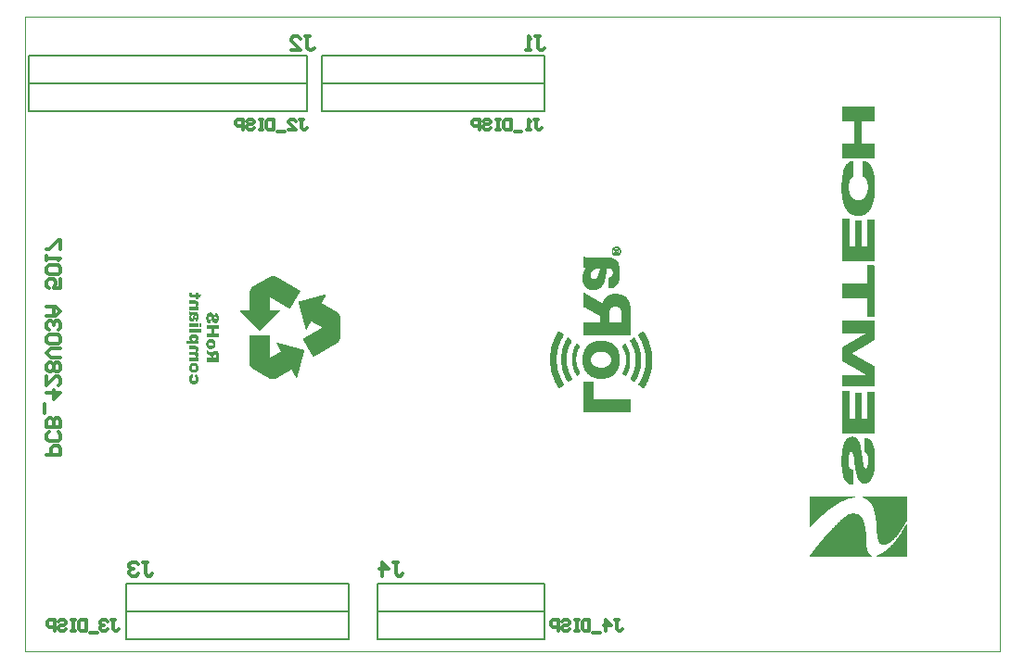
<source format=gbo>
G04 Layer_Color=16777062*
%FSAX43Y43*%
%MOMM*%
G71*
G01*
G75*
%ADD24C,0.200*%
%ADD26C,0.300*%
%ADD32C,0.050*%
%ADD42C,0.025*%
%ADD64C,0.006*%
G36*
X0015851Y0029615D02*
X0015044D01*
Y0029924D01*
X0015851D01*
Y0029615D01*
D02*
G37*
G36*
X0016159Y0029097D02*
X0015044D01*
Y0029408D01*
X0016159D01*
Y0029097D01*
D02*
G37*
G36*
X0015062Y0031007D02*
X0015077Y0030999D01*
X0015091Y0030994D01*
X0015102Y0030990D01*
X0015112Y0030987D01*
X0015119Y0030985D01*
X0015123Y0030983D01*
X0015124D01*
X0015137Y0030981D01*
X0015152Y0030979D01*
X0015181Y0030977D01*
X0015571D01*
X0015593Y0030976D01*
X0015613Y0030974D01*
X0015633Y0030970D01*
X0015652Y0030966D01*
X0015668Y0030961D01*
X0015679Y0030957D01*
X0015688Y0030955D01*
X0015690Y0030954D01*
X0015712Y0030945D01*
X0015732Y0030935D01*
X0015749Y0030924D01*
X0015763Y0030915D01*
X0015773Y0030906D01*
X0015782Y0030899D01*
X0015785Y0030893D01*
X0015787Y0030891D01*
X0015804Y0030869D01*
X0015818Y0030846D01*
X0015829Y0030822D01*
X0015839Y0030800D01*
X0015846Y0030780D01*
X0015850Y0030765D01*
X0015853Y0030754D01*
Y0030752D01*
Y0030750D01*
X0015859Y0030717D01*
X0015862Y0030679D01*
X0015866Y0030642D01*
X0015868Y0030606D01*
X0015870Y0030575D01*
Y0030560D01*
Y0030549D01*
Y0030538D01*
Y0030531D01*
Y0030527D01*
Y0030525D01*
Y0030494D01*
X0015868Y0030463D01*
X0015866Y0030437D01*
X0015862Y0030412D01*
X0015861Y0030391D01*
X0015857Y0030377D01*
X0015855Y0030368D01*
Y0030364D01*
X0015850Y0030338D01*
X0015844Y0030315D01*
X0015839Y0030294D01*
X0015831Y0030278D01*
X0015828Y0030263D01*
X0015822Y0030254D01*
X0015820Y0030249D01*
X0015818Y0030247D01*
X0015806Y0030225D01*
X0015793Y0030206D01*
X0015780Y0030192D01*
X0015769Y0030179D01*
X0015758Y0030168D01*
X0015749Y0030161D01*
X0015743Y0030157D01*
X0015741Y0030155D01*
X0015723Y0030144D01*
X0015705Y0030135D01*
X0015685Y0030126D01*
X0015665Y0030120D01*
X0015648Y0030115D01*
X0015633Y0030111D01*
X0015624Y0030108D01*
X0015621D01*
X0015590Y0030404D01*
X0015608Y0030412D01*
X0015622Y0030419D01*
X0015633Y0030428D01*
X0015644Y0030435D01*
X0015650Y0030441D01*
X0015655Y0030446D01*
X0015659Y0030450D01*
Y0030452D01*
X0015668Y0030468D01*
X0015674Y0030487D01*
X0015681Y0030523D01*
X0015683Y0030542D01*
X0015685Y0030554D01*
Y0030564D01*
Y0030567D01*
X0015683Y0030587D01*
X0015681Y0030606D01*
X0015677Y0030620D01*
X0015674Y0030631D01*
X0015668Y0030641D01*
X0015665Y0030646D01*
X0015663Y0030650D01*
X0015661Y0030652D01*
X0015652Y0030659D01*
X0015639Y0030666D01*
X0015613Y0030672D01*
X0015600Y0030673D01*
X0015591Y0030675D01*
X0015582D01*
X0015566Y0030633D01*
X0015560Y0030615D01*
X0015555Y0030598D01*
X0015549Y0030584D01*
X0015546Y0030573D01*
X0015544Y0030565D01*
Y0030564D01*
X0015542Y0030553D01*
X0015538Y0030540D01*
X0015535Y0030523D01*
X0015531Y0030507D01*
X0015524Y0030468D01*
X0015514Y0030432D01*
X0015507Y0030395D01*
X0015505Y0030379D01*
X0015502Y0030364D01*
X0015500Y0030353D01*
X0015498Y0030344D01*
X0015496Y0030338D01*
Y0030337D01*
X0015491Y0030311D01*
X0015483Y0030287D01*
X0015478Y0030265D01*
X0015470Y0030245D01*
X0015463Y0030227D01*
X0015456Y0030210D01*
X0015441Y0030183D01*
X0015428Y0030163D01*
X0015417Y0030148D01*
X0015410Y0030139D01*
X0015408Y0030137D01*
X0015384Y0030119D01*
X0015359Y0030106D01*
X0015333Y0030097D01*
X0015309Y0030091D01*
X0015289Y0030087D01*
X0015271Y0030084D01*
X0015256D01*
X0015221Y0030087D01*
X0015190Y0030095D01*
X0015161Y0030108D01*
X0015137Y0030122D01*
X0015119Y0030135D01*
X0015104Y0030148D01*
X0015095Y0030155D01*
X0015091Y0030159D01*
X0015069Y0030190D01*
X0015053Y0030225D01*
X0015042Y0030261D01*
X0015035Y0030296D01*
X0015029Y0030329D01*
X0015027Y0030342D01*
Y0030355D01*
X0015025Y0030364D01*
Y0030373D01*
Y0030377D01*
Y0030379D01*
X0015027Y0030419D01*
X0015031Y0030456D01*
X0015036Y0030489D01*
X0015042Y0030516D01*
X0015047Y0030540D01*
X0015053Y0030556D01*
X0015057Y0030567D01*
X0015058Y0030571D01*
X0015069Y0030593D01*
X0015082Y0030615D01*
X0015097Y0030635D01*
X0015110Y0030653D01*
X0015123Y0030670D01*
X0015134Y0030681D01*
X0015141Y0030690D01*
X0015143Y0030692D01*
X0015130Y0030694D01*
X0015119Y0030695D01*
X0015102Y0030699D01*
X0015093Y0030703D01*
X0015090D01*
X0015077Y0030708D01*
X0015062Y0030716D01*
X0015049Y0030723D01*
X0015046Y0030725D01*
X0015044D01*
Y0031016D01*
X0015062Y0031007D01*
D02*
G37*
G36*
X0016159Y0029615D02*
X0015948D01*
Y0029924D01*
X0016159D01*
Y0029615D01*
D02*
G37*
G36*
X0015480Y0026337D02*
X0015509Y0026335D01*
X0015562Y0026322D01*
X0015610Y0026308D01*
X0015632Y0026298D01*
X0015652Y0026289D01*
X0015668Y0026278D01*
X0015685Y0026269D01*
X0015698Y0026262D01*
X0015709Y0026254D01*
X0015718Y0026247D01*
X0015723Y0026242D01*
X0015727Y0026240D01*
X0015729Y0026238D01*
X0015754Y0026214D01*
X0015774Y0026187D01*
X0015795Y0026157D01*
X0015811Y0026128D01*
X0015824Y0026097D01*
X0015835Y0026068D01*
X0015844Y0026037D01*
X0015851Y0026007D01*
X0015859Y0025980D01*
X0015862Y0025954D01*
X0015866Y0025930D01*
X0015868Y0025910D01*
X0015870Y0025894D01*
Y0025881D01*
Y0025874D01*
Y0025870D01*
X0015868Y0025831D01*
X0015864Y0025795D01*
X0015859Y0025760D01*
X0015851Y0025727D01*
X0015842Y0025698D01*
X0015831Y0025670D01*
X0015820Y0025645D01*
X0015809Y0025623D01*
X0015798Y0025601D01*
X0015787Y0025584D01*
X0015776Y0025568D01*
X0015767Y0025555D01*
X0015760Y0025546D01*
X0015754Y0025538D01*
X0015751Y0025535D01*
X0015749Y0025533D01*
X0015725Y0025511D01*
X0015701Y0025493D01*
X0015677Y0025476D01*
X0015652Y0025461D01*
X0015626Y0025449D01*
X0015600Y0025440D01*
X0015553Y0025425D01*
X0015531Y0025419D01*
X0015509Y0025416D01*
X0015491Y0025412D01*
X0015476Y0025410D01*
X0015463Y0025408D01*
X0015445D01*
X0015408Y0025410D01*
X0015373Y0025414D01*
X0015340Y0025421D01*
X0015311Y0025432D01*
X0015282Y0025443D01*
X0015254Y0025454D01*
X0015231Y0025469D01*
X0015209Y0025482D01*
X0015188Y0025494D01*
X0015172Y0025509D01*
X0015157Y0025520D01*
X0015144Y0025533D01*
X0015135Y0025542D01*
X0015128Y0025549D01*
X0015124Y0025553D01*
X0015123Y0025555D01*
X0015106Y0025579D01*
X0015091Y0025603D01*
X0015077Y0025630D01*
X0015066Y0025656D01*
X0015049Y0025709D01*
X0015038Y0025758D01*
X0015033Y0025782D01*
X0015031Y0025804D01*
X0015029Y0025822D01*
X0015027Y0025839D01*
X0015025Y0025853D01*
Y0025863D01*
Y0025870D01*
Y0025872D01*
X0015027Y0025912D01*
X0015031Y0025949D01*
X0015036Y0025983D01*
X0015044Y0026016D01*
X0015053Y0026048D01*
X0015064Y0026075D01*
X0015073Y0026102D01*
X0015086Y0026124D01*
X0015097Y0026145D01*
X0015106Y0026163D01*
X0015117Y0026179D01*
X0015126Y0026192D01*
X0015134Y0026201D01*
X0015139Y0026209D01*
X0015143Y0026212D01*
X0015144Y0026214D01*
X0015168Y0026236D01*
X0015192Y0026254D01*
X0015216Y0026273D01*
X0015242Y0026286D01*
X0015267Y0026298D01*
X0015293Y0026308D01*
X0015340Y0026324D01*
X0015364Y0026328D01*
X0015384Y0026331D01*
X0015403Y0026335D01*
X0015417Y0026337D01*
X0015430Y0026339D01*
X0015448D01*
X0015480Y0026337D01*
D02*
G37*
G36*
X0015361Y0025009D02*
X0015337Y0025000D01*
X0015318Y0024991D01*
X0015300Y0024980D01*
X0015287Y0024969D01*
X0015276Y0024960D01*
X0015269Y0024952D01*
X0015265Y0024947D01*
X0015264Y0024945D01*
X0015254Y0024929D01*
X0015247Y0024912D01*
X0015242Y0024896D01*
X0015238Y0024879D01*
X0015236Y0024866D01*
X0015234Y0024855D01*
Y0024846D01*
Y0024844D01*
X0015236Y0024819D01*
X0015242Y0024795D01*
X0015251Y0024775D01*
X0015260Y0024756D01*
X0015269Y0024742D01*
X0015278Y0024733D01*
X0015284Y0024725D01*
X0015285Y0024723D01*
X0015307Y0024709D01*
X0015331Y0024698D01*
X0015355Y0024689D01*
X0015381Y0024683D01*
X0015401Y0024680D01*
X0015419Y0024678D01*
X0015436D01*
X0015474Y0024680D01*
X0015509Y0024685D01*
X0015538Y0024692D01*
X0015560Y0024701D01*
X0015579Y0024709D01*
X0015591Y0024716D01*
X0015600Y0024722D01*
X0015602Y0024723D01*
X0015621Y0024742D01*
X0015633Y0024764D01*
X0015644Y0024784D01*
X0015650Y0024804D01*
X0015654Y0024821D01*
X0015657Y0024835D01*
Y0024844D01*
Y0024848D01*
X0015655Y0024870D01*
X0015654Y0024890D01*
X0015648Y0024907D01*
X0015644Y0024919D01*
X0015639Y0024930D01*
X0015633Y0024940D01*
X0015632Y0024943D01*
X0015630Y0024945D01*
X0015619Y0024958D01*
X0015608Y0024969D01*
X0015595Y0024978D01*
X0015582Y0024985D01*
X0015571Y0024989D01*
X0015562Y0024993D01*
X0015555Y0024996D01*
X0015553D01*
X0015591Y0025288D01*
X0015639Y0025269D01*
X0015681Y0025247D01*
X0015716Y0025223D01*
X0015745Y0025198D01*
X0015769Y0025176D01*
X0015785Y0025157D01*
X0015791Y0025150D01*
X0015795Y0025146D01*
X0015798Y0025143D01*
Y0025141D01*
X0015811Y0025121D01*
X0015822Y0025099D01*
X0015840Y0025049D01*
X0015853Y0025000D01*
X0015861Y0024951D01*
X0015864Y0024929D01*
X0015866Y0024907D01*
X0015868Y0024888D01*
Y0024872D01*
X0015870Y0024857D01*
Y0024848D01*
Y0024841D01*
Y0024839D01*
X0015868Y0024789D01*
X0015864Y0024744D01*
X0015857Y0024703D01*
X0015851Y0024670D01*
X0015844Y0024645D01*
X0015840Y0024634D01*
X0015837Y0024625D01*
X0015835Y0024617D01*
X0015833Y0024612D01*
X0015831Y0024610D01*
Y0024608D01*
X0015822Y0024588D01*
X0015809Y0024566D01*
X0015798Y0024548D01*
X0015787Y0024531D01*
X0015776Y0024517D01*
X0015767Y0024506D01*
X0015762Y0024498D01*
X0015760Y0024496D01*
X0015741Y0024478D01*
X0015723Y0024462D01*
X0015705Y0024447D01*
X0015687Y0024434D01*
X0015672Y0024425D01*
X0015661Y0024418D01*
X0015654Y0024414D01*
X0015650Y0024412D01*
X0015617Y0024397D01*
X0015582Y0024388D01*
X0015549Y0024381D01*
X0015516Y0024375D01*
X0015487Y0024372D01*
X0015474D01*
X0015463Y0024370D01*
X0015443D01*
X0015401Y0024372D01*
X0015362Y0024375D01*
X0015329Y0024381D01*
X0015302Y0024388D01*
X0015280Y0024394D01*
X0015264Y0024399D01*
X0015254Y0024403D01*
X0015251Y0024405D01*
X0015225Y0024419D01*
X0015201Y0024434D01*
X0015179Y0024451D01*
X0015161Y0024465D01*
X0015146Y0024480D01*
X0015135Y0024491D01*
X0015128Y0024498D01*
X0015126Y0024500D01*
X0015108Y0024524D01*
X0015091Y0024549D01*
X0015079Y0024573D01*
X0015068Y0024597D01*
X0015060Y0024617D01*
X0015055Y0024632D01*
X0015051Y0024643D01*
X0015049Y0024647D01*
X0015042Y0024681D01*
X0015036Y0024716D01*
X0015031Y0024753D01*
X0015029Y0024788D01*
X0015027Y0024817D01*
X0015025Y0024830D01*
Y0024841D01*
Y0024850D01*
Y0024857D01*
Y0024861D01*
Y0024863D01*
X0015027Y0024910D01*
X0015031Y0024952D01*
X0015036Y0024989D01*
X0015044Y0025022D01*
X0015051Y0025046D01*
X0015057Y0025066D01*
X0015058Y0025071D01*
X0015060Y0025077D01*
X0015062Y0025079D01*
Y0025081D01*
X0015077Y0025112D01*
X0015093Y0025139D01*
X0015112Y0025165D01*
X0015128Y0025185D01*
X0015143Y0025201D01*
X0015155Y0025214D01*
X0015163Y0025222D01*
X0015166Y0025223D01*
X0015192Y0025244D01*
X0015220Y0025260D01*
X0015247Y0025273D01*
X0015273Y0025284D01*
X0015295Y0025293D01*
X0015311Y0025298D01*
X0015318Y0025302D01*
X0015324D01*
X0015326Y0025304D01*
X0015328D01*
X0015361Y0025009D01*
D02*
G37*
G36*
X0015470Y0028936D02*
X0015503Y0028934D01*
X0015562Y0028923D01*
X0015590Y0028917D01*
X0015615Y0028910D01*
X0015639Y0028901D01*
X0015661Y0028893D01*
X0015679Y0028884D01*
X0015696Y0028877D01*
X0015710Y0028868D01*
X0015723Y0028862D01*
X0015732Y0028857D01*
X0015740Y0028851D01*
X0015743Y0028849D01*
X0015745Y0028848D01*
X0015767Y0028831D01*
X0015785Y0028811D01*
X0015804Y0028793D01*
X0015817Y0028771D01*
X0015829Y0028751D01*
X0015839Y0028730D01*
X0015855Y0028690D01*
X0015862Y0028654D01*
X0015866Y0028637D01*
X0015868Y0028624D01*
X0015870Y0028613D01*
Y0028604D01*
Y0028599D01*
Y0028597D01*
X0015868Y0028567D01*
X0015864Y0028538D01*
X0015859Y0028513D01*
X0015851Y0028491D01*
X0015844Y0028472D01*
X0015839Y0028459D01*
X0015835Y0028450D01*
X0015833Y0028447D01*
X0015820Y0028428D01*
X0015806Y0028408D01*
X0015789Y0028390D01*
X0015771Y0028373D01*
X0015756Y0028359D01*
X0015743Y0028348D01*
X0015734Y0028340D01*
X0015731Y0028337D01*
X0015851D01*
Y0028047D01*
X0014736D01*
Y0028360D01*
X0015121D01*
X0015104Y0028379D01*
X0015090Y0028395D01*
X0015077Y0028414D01*
X0015068Y0028430D01*
X0015060Y0028445D01*
X0015053Y0028456D01*
X0015051Y0028463D01*
X0015049Y0028465D01*
X0015042Y0028487D01*
X0015036Y0028511D01*
X0015031Y0028533D01*
X0015029Y0028553D01*
X0015027Y0028569D01*
X0015025Y0028582D01*
Y0028591D01*
Y0028595D01*
X0015027Y0028622D01*
X0015029Y0028648D01*
X0015035Y0028672D01*
X0015042Y0028696D01*
X0015058Y0028738D01*
X0015079Y0028773D01*
X0015088Y0028789D01*
X0015097Y0028802D01*
X0015106Y0028813D01*
X0015113Y0028822D01*
X0015121Y0028831D01*
X0015126Y0028837D01*
X0015128Y0028838D01*
X0015130Y0028840D01*
X0015150Y0028857D01*
X0015174Y0028873D01*
X0015198Y0028886D01*
X0015223Y0028897D01*
X0015275Y0028914D01*
X0015324Y0028925D01*
X0015346Y0028930D01*
X0015368Y0028932D01*
X0015388Y0028934D01*
X0015405Y0028936D01*
X0015417Y0028937D01*
X0015438D01*
X0015470Y0028936D01*
D02*
G37*
G36*
X0015608Y0027859D02*
X0015633Y0027855D01*
X0015657Y0027851D01*
X0015679Y0027846D01*
X0015699Y0027839D01*
X0015716Y0027833D01*
X0015732Y0027826D01*
X0015745Y0027818D01*
X0015758Y0027813D01*
X0015769Y0027806D01*
X0015776Y0027800D01*
X0015784Y0027796D01*
X0015787Y0027793D01*
X0015791Y0027789D01*
X0015806Y0027774D01*
X0015817Y0027760D01*
X0015837Y0027727D01*
X0015851Y0027692D01*
X0015861Y0027661D01*
X0015866Y0027632D01*
X0015868Y0027619D01*
Y0027608D01*
X0015870Y0027599D01*
Y0027591D01*
Y0027588D01*
Y0027586D01*
X0015868Y0027553D01*
X0015866Y0027525D01*
X0015861Y0027500D01*
X0015855Y0027478D01*
X0015850Y0027459D01*
X0015846Y0027447D01*
X0015842Y0027439D01*
X0015840Y0027436D01*
X0015828Y0027414D01*
X0015811Y0027390D01*
X0015793Y0027368D01*
X0015776Y0027348D01*
X0015758Y0027329D01*
X0015745Y0027317D01*
X0015736Y0027307D01*
X0015734Y0027304D01*
X0015732D01*
X0015756Y0027289D01*
X0015776Y0027275D01*
X0015795Y0027258D01*
X0015809Y0027243D01*
X0015820Y0027231D01*
X0015828Y0027220D01*
X0015833Y0027212D01*
X0015835Y0027210D01*
X0015846Y0027188D01*
X0015855Y0027163D01*
X0015861Y0027139D01*
X0015866Y0027113D01*
X0015868Y0027091D01*
X0015870Y0027075D01*
Y0027068D01*
Y0027062D01*
Y0027060D01*
Y0027058D01*
X0015868Y0027025D01*
X0015864Y0026996D01*
X0015859Y0026971D01*
X0015853Y0026949D01*
X0015848Y0026930D01*
X0015842Y0026916D01*
X0015839Y0026908D01*
X0015837Y0026905D01*
X0015824Y0026881D01*
X0015807Y0026857D01*
X0015791Y0026837D01*
X0015773Y0026817D01*
X0015758Y0026802D01*
X0015745Y0026789D01*
X0015736Y0026782D01*
X0015732Y0026778D01*
X0015851D01*
Y0026489D01*
X0015044D01*
Y0026800D01*
X0015454D01*
X0015487Y0026802D01*
X0015514Y0026806D01*
X0015538Y0026811D01*
X0015557Y0026817D01*
X0015569Y0026822D01*
X0015580Y0026828D01*
X0015586Y0026831D01*
X0015588Y0026833D01*
X0015600Y0026848D01*
X0015611Y0026862D01*
X0015619Y0026877D01*
X0015622Y0026890D01*
X0015626Y0026903D01*
X0015628Y0026912D01*
Y0026919D01*
Y0026921D01*
Y0026934D01*
X0015624Y0026943D01*
X0015619Y0026961D01*
X0015615Y0026969D01*
X0015611Y0026974D01*
X0015610Y0026976D01*
X0015608Y0026978D01*
X0015593Y0026994D01*
X0015577Y0027005D01*
X0015566Y0027011D01*
X0015562Y0027013D01*
X0015560D01*
X0015551Y0027014D01*
X0015540Y0027016D01*
X0015516Y0027020D01*
X0015044D01*
Y0027331D01*
X0015459D01*
X0015491Y0027333D01*
X0015516Y0027337D01*
X0015538Y0027342D01*
X0015557Y0027348D01*
X0015571Y0027353D01*
X0015580Y0027359D01*
X0015586Y0027362D01*
X0015588Y0027364D01*
X0015600Y0027377D01*
X0015611Y0027392D01*
X0015619Y0027406D01*
X0015622Y0027421D01*
X0015626Y0027434D01*
X0015628Y0027443D01*
Y0027450D01*
Y0027452D01*
X0015626Y0027469D01*
X0015621Y0027483D01*
X0015615Y0027496D01*
X0015608Y0027507D01*
X0015599Y0027516D01*
X0015593Y0027524D01*
X0015588Y0027527D01*
X0015586Y0027529D01*
X0015575Y0027536D01*
X0015562Y0027542D01*
X0015535Y0027549D01*
X0015522D01*
X0015513Y0027551D01*
X0015044D01*
Y0027862D01*
X0015580D01*
X0015608Y0027859D01*
D02*
G37*
G36*
X0016916Y0027348D02*
X0016925Y0027343D01*
X0016936Y0027336D01*
X0016958Y0027319D01*
X0016969Y0027312D01*
X0016977Y0027305D01*
X0016982Y0027301D01*
X0016984Y0027299D01*
X0017000Y0027286D01*
X0017013Y0027275D01*
X0017022Y0027266D01*
X0017031Y0027259D01*
X0017037Y0027253D01*
X0017041Y0027248D01*
X0017044Y0027246D01*
Y0027244D01*
X0017052Y0027233D01*
X0017059Y0027218D01*
X0017072Y0027189D01*
X0017077Y0027176D01*
X0017081Y0027165D01*
X0017085Y0027158D01*
Y0027156D01*
X0017092Y0027184D01*
X0017099Y0027207D01*
X0017107Y0027228D01*
X0017114Y0027246D01*
X0017119Y0027259D01*
X0017125Y0027270D01*
X0017127Y0027275D01*
X0017129Y0027277D01*
X0017145Y0027303D01*
X0017163Y0027323D01*
X0017182Y0027343D01*
X0017200Y0027358D01*
X0017215Y0027370D01*
X0017227Y0027380D01*
X0017235Y0027385D01*
X0017238Y0027387D01*
X0017264Y0027400D01*
X0017292Y0027411D01*
X0017319Y0027418D01*
X0017343Y0027422D01*
X0017365Y0027425D01*
X0017383Y0027427D01*
X0017398D01*
X0017436Y0027425D01*
X0017471Y0027420D01*
X0017502Y0027411D01*
X0017530Y0027402D01*
X0017550Y0027391D01*
X0017566Y0027383D01*
X0017575Y0027376D01*
X0017579Y0027374D01*
X0017605Y0027354D01*
X0017627Y0027332D01*
X0017645Y0027308D01*
X0017658Y0027288D01*
X0017669Y0027268D01*
X0017676Y0027253D01*
X0017680Y0027242D01*
X0017682Y0027240D01*
Y0027239D01*
X0017691Y0027204D01*
X0017698Y0027165D01*
X0017702Y0027123D01*
X0017705Y0027085D01*
X0017707Y0027048D01*
X0017709Y0027034D01*
Y0027021D01*
Y0027008D01*
Y0027001D01*
Y0026995D01*
Y0026993D01*
Y0026420D01*
X0016594D01*
Y0026766D01*
X0017046D01*
Y0026795D01*
X0017044Y0026812D01*
X0017042Y0026828D01*
X0017037Y0026843D01*
X0017033Y0026856D01*
X0017028Y0026865D01*
X0017022Y0026874D01*
X0017020Y0026878D01*
X0017019Y0026880D01*
X0017009Y0026891D01*
X0016997Y0026902D01*
X0016984Y0026911D01*
X0016969Y0026922D01*
X0016955Y0026929D01*
X0016944Y0026936D01*
X0016936Y0026940D01*
X0016933Y0026942D01*
X0016594Y0027127D01*
Y0027517D01*
X0016916Y0027348D01*
D02*
G37*
G36*
X0017709Y0029390D02*
X0017319D01*
Y0029013D01*
X0017709D01*
Y0028669D01*
X0016594D01*
Y0029013D01*
X0017044D01*
Y0029390D01*
X0016594D01*
Y0029737D01*
X0017709D01*
Y0029390D01*
D02*
G37*
G36*
X0017030Y0028497D02*
X0017059Y0028495D01*
X0017112Y0028482D01*
X0017160Y0028467D01*
X0017182Y0028458D01*
X0017202Y0028449D01*
X0017218Y0028438D01*
X0017235Y0028429D01*
X0017248Y0028422D01*
X0017259Y0028414D01*
X0017268Y0028407D01*
X0017273Y0028402D01*
X0017277Y0028400D01*
X0017279Y0028398D01*
X0017304Y0028374D01*
X0017324Y0028347D01*
X0017345Y0028317D01*
X0017361Y0028288D01*
X0017374Y0028257D01*
X0017385Y0028228D01*
X0017394Y0028196D01*
X0017401Y0028167D01*
X0017409Y0028140D01*
X0017412Y0028114D01*
X0017416Y0028090D01*
X0017418Y0028070D01*
X0017420Y0028054D01*
Y0028041D01*
Y0028033D01*
Y0028030D01*
X0017418Y0027991D01*
X0017414Y0027955D01*
X0017409Y0027920D01*
X0017401Y0027887D01*
X0017392Y0027858D01*
X0017381Y0027830D01*
X0017370Y0027805D01*
X0017359Y0027783D01*
X0017348Y0027761D01*
X0017337Y0027744D01*
X0017326Y0027728D01*
X0017317Y0027715D01*
X0017310Y0027706D01*
X0017304Y0027698D01*
X0017301Y0027695D01*
X0017299Y0027693D01*
X0017275Y0027671D01*
X0017251Y0027652D01*
X0017227Y0027636D01*
X0017202Y0027621D01*
X0017176Y0027609D01*
X0017150Y0027599D01*
X0017103Y0027585D01*
X0017081Y0027579D01*
X0017059Y0027576D01*
X0017041Y0027572D01*
X0017026Y0027570D01*
X0017013Y0027568D01*
X0016995D01*
X0016958Y0027570D01*
X0016923Y0027574D01*
X0016890Y0027581D01*
X0016861Y0027592D01*
X0016832Y0027603D01*
X0016804Y0027614D01*
X0016781Y0027629D01*
X0016759Y0027642D01*
X0016738Y0027654D01*
X0016722Y0027669D01*
X0016707Y0027680D01*
X0016694Y0027693D01*
X0016685Y0027702D01*
X0016678Y0027709D01*
X0016674Y0027713D01*
X0016673Y0027715D01*
X0016656Y0027739D01*
X0016641Y0027762D01*
X0016627Y0027790D01*
X0016616Y0027815D01*
X0016599Y0027869D01*
X0016588Y0027918D01*
X0016583Y0027942D01*
X0016581Y0027964D01*
X0016579Y0027982D01*
X0016577Y0027999D01*
X0016575Y0028013D01*
Y0028022D01*
Y0028030D01*
Y0028032D01*
X0016577Y0028072D01*
X0016581Y0028108D01*
X0016586Y0028143D01*
X0016594Y0028176D01*
X0016603Y0028207D01*
X0016614Y0028235D01*
X0016623Y0028262D01*
X0016636Y0028284D01*
X0016647Y0028304D01*
X0016656Y0028323D01*
X0016667Y0028339D01*
X0016676Y0028352D01*
X0016684Y0028361D01*
X0016689Y0028369D01*
X0016693Y0028372D01*
X0016694Y0028374D01*
X0016718Y0028396D01*
X0016742Y0028414D01*
X0016766Y0028433D01*
X0016792Y0028445D01*
X0016817Y0028458D01*
X0016843Y0028467D01*
X0016890Y0028484D01*
X0016914Y0028488D01*
X0016934Y0028491D01*
X0016953Y0028495D01*
X0016967Y0028497D01*
X0016980Y0028499D01*
X0016998D01*
X0017030Y0028497D01*
D02*
G37*
G36*
X0016989Y0030918D02*
X0017020Y0030912D01*
X0017048Y0030905D01*
X0017074Y0030898D01*
X0017094Y0030888D01*
X0017108Y0030881D01*
X0017118Y0030876D01*
X0017121Y0030874D01*
X0017147Y0030856D01*
X0017171Y0030834D01*
X0017193Y0030810D01*
X0017211Y0030786D01*
X0017224Y0030764D01*
X0017235Y0030747D01*
X0017238Y0030740D01*
X0017242Y0030735D01*
X0017244Y0030733D01*
Y0030731D01*
X0017253Y0030711D01*
X0017262Y0030689D01*
X0017271Y0030665D01*
X0017281Y0030639D01*
X0017297Y0030586D01*
X0017313Y0030533D01*
X0017319Y0030508D01*
X0017324Y0030484D01*
X0017330Y0030462D01*
X0017335Y0030443D01*
X0017337Y0030429D01*
X0017341Y0030416D01*
X0017343Y0030409D01*
Y0030407D01*
X0017350Y0030376D01*
X0017357Y0030350D01*
X0017365Y0030330D01*
X0017372Y0030315D01*
X0017378Y0030304D01*
X0017381Y0030297D01*
X0017383Y0030293D01*
X0017385Y0030291D01*
X0017392Y0030282D01*
X0017401Y0030277D01*
X0017416Y0030269D01*
X0017429Y0030266D01*
X0017433D01*
X0017445Y0030268D01*
X0017458Y0030271D01*
X0017478Y0030280D01*
X0017486Y0030286D01*
X0017491Y0030291D01*
X0017493Y0030293D01*
X0017495Y0030295D01*
X0017504Y0030308D01*
X0017509Y0030323D01*
X0017517Y0030352D01*
X0017519Y0030367D01*
X0017520Y0030378D01*
Y0030385D01*
Y0030387D01*
X0017519Y0030414D01*
X0017515Y0030436D01*
X0017509Y0030456D01*
X0017504Y0030473D01*
X0017497Y0030486D01*
X0017491Y0030495D01*
X0017487Y0030500D01*
X0017486Y0030502D01*
X0017471Y0030517D01*
X0017454Y0030530D01*
X0017436Y0030539D01*
X0017418Y0030546D01*
X0017401Y0030552D01*
X0017389Y0030555D01*
X0017379Y0030559D01*
X0017376D01*
X0017394Y0030883D01*
X0017425Y0030877D01*
X0017454Y0030870D01*
X0017482Y0030863D01*
X0017508Y0030852D01*
X0017530Y0030843D01*
X0017550Y0030830D01*
X0017570Y0030819D01*
X0017586Y0030808D01*
X0017601Y0030795D01*
X0017612Y0030784D01*
X0017623Y0030775D01*
X0017632Y0030766D01*
X0017638Y0030758D01*
X0017643Y0030753D01*
X0017647Y0030749D01*
Y0030747D01*
X0017661Y0030725D01*
X0017674Y0030702D01*
X0017693Y0030649D01*
X0017707Y0030595D01*
X0017718Y0030542D01*
X0017720Y0030519D01*
X0017724Y0030495D01*
X0017726Y0030475D01*
Y0030456D01*
X0017727Y0030442D01*
Y0030431D01*
Y0030423D01*
Y0030421D01*
X0017726Y0030359D01*
X0017724Y0030332D01*
X0017720Y0030306D01*
X0017716Y0030280D01*
X0017713Y0030258D01*
X0017709Y0030238D01*
X0017705Y0030218D01*
X0017702Y0030202D01*
X0017698Y0030187D01*
X0017694Y0030176D01*
X0017691Y0030165D01*
X0017687Y0030158D01*
X0017685Y0030152D01*
X0017683Y0030149D01*
Y0030147D01*
X0017665Y0030112D01*
X0017647Y0030081D01*
X0017627Y0030055D01*
X0017606Y0030033D01*
X0017590Y0030017D01*
X0017575Y0030006D01*
X0017566Y0029998D01*
X0017563Y0029997D01*
X0017533Y0029980D01*
X0017506Y0029967D01*
X0017478Y0029960D01*
X0017454Y0029953D01*
X0017433Y0029949D01*
X0017416Y0029947D01*
X0017401D01*
X0017378Y0029949D01*
X0017354Y0029951D01*
X0017312Y0029962D01*
X0017275Y0029978D01*
X0017244Y0029997D01*
X0017218Y0030013D01*
X0017200Y0030030D01*
X0017194Y0030035D01*
X0017189Y0030041D01*
X0017187Y0030042D01*
X0017185Y0030044D01*
X0017171Y0030064D01*
X0017156Y0030086D01*
X0017141Y0030110D01*
X0017129Y0030136D01*
X0017107Y0030189D01*
X0017086Y0030242D01*
X0017079Y0030268D01*
X0017072Y0030291D01*
X0017066Y0030313D01*
X0017061Y0030332D01*
X0017057Y0030346D01*
X0017053Y0030359D01*
X0017052Y0030367D01*
Y0030368D01*
X0017046Y0030394D01*
X0017041Y0030416D01*
X0017033Y0030436D01*
X0017028Y0030454D01*
X0017022Y0030471D01*
X0017017Y0030486D01*
X0017008Y0030509D01*
X0016998Y0030526D01*
X0016991Y0030539D01*
X0016987Y0030544D01*
X0016986Y0030546D01*
X0016973Y0030559D01*
X0016960Y0030568D01*
X0016947Y0030575D01*
X0016934Y0030579D01*
X0016925Y0030583D01*
X0016916Y0030584D01*
X0016909D01*
X0016892Y0030583D01*
X0016878Y0030579D01*
X0016863Y0030572D01*
X0016852Y0030564D01*
X0016841Y0030557D01*
X0016834Y0030550D01*
X0016830Y0030546D01*
X0016828Y0030544D01*
X0016817Y0030528D01*
X0016810Y0030509D01*
X0016803Y0030489D01*
X0016799Y0030471D01*
X0016797Y0030454D01*
X0016795Y0030442D01*
Y0030432D01*
Y0030429D01*
X0016799Y0030394D01*
X0016806Y0030363D01*
X0016815Y0030337D01*
X0016828Y0030315D01*
X0016841Y0030297D01*
X0016850Y0030286D01*
X0016857Y0030277D01*
X0016861Y0030275D01*
X0016879Y0030264D01*
X0016898Y0030255D01*
X0016918Y0030247D01*
X0016938Y0030242D01*
X0016956Y0030238D01*
X0016971Y0030235D01*
X0016980Y0030233D01*
X0016984D01*
X0016962Y0029905D01*
X0016931Y0029909D01*
X0016901Y0029914D01*
X0016846Y0029929D01*
X0016801Y0029949D01*
X0016779Y0029960D01*
X0016760Y0029971D01*
X0016742Y0029982D01*
X0016727Y0029993D01*
X0016715Y0030002D01*
X0016704Y0030011D01*
X0016694Y0030017D01*
X0016689Y0030022D01*
X0016685Y0030026D01*
X0016684Y0030028D01*
X0016665Y0030050D01*
X0016649Y0030077D01*
X0016634Y0030105D01*
X0016621Y0030136D01*
X0016610Y0030169D01*
X0016601Y0030202D01*
X0016588Y0030268D01*
X0016585Y0030299D01*
X0016581Y0030328D01*
X0016579Y0030354D01*
X0016577Y0030378D01*
X0016575Y0030396D01*
Y0030410D01*
Y0030420D01*
Y0030423D01*
X0016577Y0030482D01*
X0016583Y0030535D01*
X0016590Y0030581D01*
X0016594Y0030601D01*
X0016599Y0030619D01*
X0016603Y0030636D01*
X0016607Y0030650D01*
X0016610Y0030663D01*
X0016614Y0030674D01*
X0016618Y0030682D01*
X0016619Y0030687D01*
X0016621Y0030691D01*
Y0030693D01*
X0016641Y0030731D01*
X0016663Y0030764D01*
X0016685Y0030793D01*
X0016707Y0030817D01*
X0016727Y0030835D01*
X0016744Y0030848D01*
X0016755Y0030857D01*
X0016757Y0030859D01*
X0016759D01*
X0016793Y0030879D01*
X0016828Y0030894D01*
X0016861Y0030905D01*
X0016890Y0030912D01*
X0016918Y0030916D01*
X0016938Y0030920D01*
X0016956D01*
X0016989Y0030918D01*
D02*
G37*
G36*
X0015613Y0032014D02*
X0015637Y0032010D01*
X0015661Y0032007D01*
X0015683Y0032001D01*
X0015701Y0031994D01*
X0015720Y0031988D01*
X0015734Y0031981D01*
X0015749Y0031974D01*
X0015760Y0031968D01*
X0015771Y0031961D01*
X0015778Y0031955D01*
X0015785Y0031952D01*
X0015789Y0031948D01*
X0015793Y0031944D01*
X0015818Y0031915D01*
X0015837Y0031882D01*
X0015851Y0031849D01*
X0015861Y0031816D01*
X0015866Y0031787D01*
X0015868Y0031774D01*
Y0031765D01*
X0015870Y0031756D01*
Y0031748D01*
Y0031745D01*
Y0031743D01*
X0015868Y0031708D01*
X0015864Y0031677D01*
X0015859Y0031650D01*
X0015853Y0031626D01*
X0015846Y0031606D01*
X0015840Y0031593D01*
X0015837Y0031584D01*
X0015835Y0031580D01*
X0015820Y0031556D01*
X0015802Y0031532D01*
X0015782Y0031510D01*
X0015763Y0031490D01*
X0015745Y0031474D01*
X0015731Y0031461D01*
X0015721Y0031454D01*
X0015720Y0031450D01*
X0015851D01*
Y0031162D01*
X0015044D01*
Y0031472D01*
X0015430D01*
X0015469Y0031474D01*
X0015500Y0031477D01*
X0015527Y0031483D01*
X0015547Y0031490D01*
X0015564Y0031496D01*
X0015575Y0031501D01*
X0015580Y0031505D01*
X0015582Y0031507D01*
X0015597Y0031521D01*
X0015608Y0031536D01*
X0015615Y0031551D01*
X0015621Y0031565D01*
X0015624Y0031578D01*
X0015626Y0031589D01*
Y0031596D01*
Y0031598D01*
X0015624Y0031617D01*
X0015621Y0031633D01*
X0015615Y0031646D01*
X0015610Y0031657D01*
X0015604Y0031666D01*
X0015599Y0031672D01*
X0015595Y0031675D01*
X0015593Y0031677D01*
X0015580Y0031686D01*
X0015564Y0031694D01*
X0015546Y0031699D01*
X0015529Y0031703D01*
X0015513Y0031705D01*
X0015500Y0031706D01*
X0015044D01*
Y0032018D01*
X0015586D01*
X0015613Y0032014D01*
D02*
G37*
G36*
X0015264Y0032736D02*
X0015258Y0032714D01*
X0015253Y0032695D01*
X0015249Y0032679D01*
X0015247Y0032666D01*
Y0032655D01*
X0015245Y0032648D01*
Y0032642D01*
Y0032640D01*
X0015247Y0032628D01*
X0015249Y0032617D01*
X0015253Y0032607D01*
X0015258Y0032600D01*
X0015267Y0032591D01*
X0015269Y0032587D01*
X0015271D01*
X0015278Y0032584D01*
X0015289Y0032582D01*
X0015311Y0032580D01*
X0015322Y0032578D01*
X0015624D01*
Y0032748D01*
X0015851D01*
Y0032578D01*
X0016159D01*
X0016000Y0032267D01*
X0015851D01*
Y0032153D01*
X0015624D01*
Y0032267D01*
X0015340D01*
X0015293Y0032269D01*
X0015253Y0032270D01*
X0015220Y0032274D01*
X0015192Y0032280D01*
X0015170Y0032285D01*
X0015155Y0032289D01*
X0015148Y0032291D01*
X0015144Y0032292D01*
X0015123Y0032303D01*
X0015104Y0032316D01*
X0015090Y0032329D01*
X0015077Y0032342D01*
X0015068Y0032355D01*
X0015060Y0032364D01*
X0015057Y0032371D01*
X0015055Y0032373D01*
X0015046Y0032397D01*
X0015038Y0032422D01*
X0015033Y0032452D01*
X0015029Y0032479D01*
X0015027Y0032505D01*
X0015025Y0032525D01*
Y0032532D01*
Y0032538D01*
Y0032541D01*
Y0032543D01*
X0015027Y0032582D01*
X0015029Y0032620D01*
X0015033Y0032657D01*
X0015038Y0032690D01*
X0015042Y0032717D01*
X0015044Y0032730D01*
X0015046Y0032739D01*
X0015047Y0032748D01*
Y0032754D01*
X0015049Y0032758D01*
Y0032759D01*
X0015264Y0032736D01*
D02*
G37*
%LPC*%
G36*
X0015427Y0030675D02*
X0015357D01*
X0015337Y0030672D01*
X0015322Y0030670D01*
X0015307Y0030666D01*
X0015296Y0030662D01*
X0015289Y0030659D01*
X0015284Y0030657D01*
X0015282Y0030655D01*
X0015269Y0030648D01*
X0015258Y0030637D01*
X0015238Y0030617D01*
X0015231Y0030606D01*
X0015227Y0030598D01*
X0015223Y0030593D01*
X0015221Y0030591D01*
X0015214Y0030575D01*
X0015209Y0030558D01*
X0015203Y0030542D01*
X0015201Y0030527D01*
X0015199Y0030514D01*
X0015198Y0030505D01*
Y0030498D01*
Y0030496D01*
X0015199Y0030479D01*
X0015201Y0030463D01*
X0015205Y0030450D01*
X0015209Y0030439D01*
X0015212Y0030432D01*
X0015216Y0030426D01*
X0015220Y0030423D01*
Y0030421D01*
X0015229Y0030412D01*
X0015240Y0030406D01*
X0015258Y0030399D01*
X0015267Y0030397D01*
X0015275Y0030395D01*
X0015280D01*
X0015291Y0030397D01*
X0015302Y0030399D01*
X0015320Y0030408D01*
X0015328Y0030413D01*
X0015333Y0030417D01*
X0015335Y0030419D01*
X0015337Y0030421D01*
X0015346Y0030434D01*
X0015355Y0030450D01*
X0015362Y0030470D01*
X0015370Y0030490D01*
X0015377Y0030509D01*
X0015383Y0030525D01*
X0015384Y0030536D01*
X0015386Y0030538D01*
Y0030540D01*
X0015399Y0030591D01*
X0015406Y0030613D01*
X0015412Y0030633D01*
X0015417Y0030652D01*
X0015423Y0030664D01*
X0015425Y0030672D01*
X0015427Y0030675D01*
D02*
G37*
G36*
X0015465Y0026027D02*
X0015448D01*
X0015408Y0026026D01*
X0015375Y0026020D01*
X0015346Y0026013D01*
X0015324Y0026005D01*
X0015306Y0025998D01*
X0015293Y0025991D01*
X0015285Y0025985D01*
X0015284Y0025983D01*
X0015267Y0025967D01*
X0015254Y0025949D01*
X0015247Y0025930D01*
X0015240Y0025912D01*
X0015236Y0025897D01*
X0015234Y0025885D01*
Y0025877D01*
Y0025874D01*
X0015236Y0025850D01*
X0015242Y0025828D01*
X0015251Y0025808D01*
X0015260Y0025793D01*
X0015269Y0025780D01*
X0015278Y0025769D01*
X0015284Y0025764D01*
X0015285Y0025762D01*
X0015307Y0025747D01*
X0015331Y0025738D01*
X0015359Y0025731D01*
X0015384Y0025725D01*
X0015408Y0025722D01*
X0015427Y0025720D01*
X0015445D01*
X0015481Y0025722D01*
X0015514Y0025727D01*
X0015542Y0025734D01*
X0015564Y0025742D01*
X0015582Y0025749D01*
X0015595Y0025756D01*
X0015602Y0025762D01*
X0015604Y0025764D01*
X0015622Y0025782D01*
X0015635Y0025800D01*
X0015644Y0025819D01*
X0015650Y0025837D01*
X0015655Y0025852D01*
X0015657Y0025864D01*
Y0025872D01*
Y0025875D01*
X0015655Y0025899D01*
X0015650Y0025919D01*
X0015641Y0025938D01*
X0015632Y0025954D01*
X0015621Y0025967D01*
X0015613Y0025976D01*
X0015606Y0025982D01*
X0015604Y0025983D01*
X0015582Y0025998D01*
X0015558Y0026009D01*
X0015533Y0026016D01*
X0015507Y0026022D01*
X0015485Y0026026D01*
X0015465Y0026027D01*
D02*
G37*
G36*
X0015467Y0028628D02*
X0015450D01*
X0015414Y0028626D01*
X0015383Y0028622D01*
X0015357Y0028617D01*
X0015335Y0028610D01*
X0015320Y0028602D01*
X0015309Y0028597D01*
X0015302Y0028593D01*
X0015300Y0028591D01*
X0015285Y0028577D01*
X0015275Y0028562D01*
X0015267Y0028545D01*
X0015262Y0028533D01*
X0015258Y0028520D01*
X0015256Y0028509D01*
Y0028502D01*
Y0028500D01*
X0015258Y0028478D01*
X0015264Y0028458D01*
X0015271Y0028439D01*
X0015280Y0028425D01*
X0015287Y0028414D01*
X0015295Y0028404D01*
X0015300Y0028399D01*
X0015302Y0028397D01*
X0015322Y0028384D01*
X0015344Y0028373D01*
X0015368Y0028366D01*
X0015390Y0028362D01*
X0015412Y0028359D01*
X0015428Y0028357D01*
X0015445D01*
X0015481Y0028359D01*
X0015513Y0028362D01*
X0015538Y0028370D01*
X0015558Y0028377D01*
X0015575Y0028384D01*
X0015586Y0028392D01*
X0015593Y0028395D01*
X0015595Y0028397D01*
X0015611Y0028414D01*
X0015622Y0028430D01*
X0015632Y0028447D01*
X0015637Y0028461D01*
X0015641Y0028476D01*
X0015643Y0028487D01*
Y0028494D01*
Y0028496D01*
X0015641Y0028516D01*
X0015635Y0028534D01*
X0015628Y0028549D01*
X0015619Y0028564D01*
X0015610Y0028575D01*
X0015602Y0028582D01*
X0015597Y0028588D01*
X0015595Y0028589D01*
X0015575Y0028602D01*
X0015553Y0028611D01*
X0015529Y0028619D01*
X0015505Y0028622D01*
X0015483Y0028626D01*
X0015467Y0028628D01*
D02*
G37*
G36*
X0017379Y0027081D02*
X0017357D01*
X0017345Y0027077D01*
X0017324Y0027070D01*
X0017317Y0027066D01*
X0017312Y0027063D01*
X0017308Y0027061D01*
X0017306Y0027059D01*
X0017297Y0027050D01*
X0017290Y0027041D01*
X0017279Y0027023D01*
X0017275Y0027015D01*
X0017273Y0027008D01*
X0017271Y0027004D01*
Y0027002D01*
X0017266Y0026979D01*
X0017262Y0026960D01*
X0017260Y0026944D01*
X0017259Y0026931D01*
X0017257Y0026922D01*
Y0026916D01*
Y0026913D01*
Y0026911D01*
Y0026766D01*
X0017484D01*
Y0026916D01*
X0017482Y0026949D01*
X0017480Y0026977D01*
X0017475Y0026999D01*
X0017469Y0027017D01*
X0017464Y0027030D01*
X0017460Y0027039D01*
X0017456Y0027044D01*
X0017454Y0027046D01*
X0017442Y0027057D01*
X0017429Y0027066D01*
X0017414Y0027072D01*
X0017401Y0027077D01*
X0017389Y0027079D01*
X0017379Y0027081D01*
D02*
G37*
G36*
X0017015Y0028187D02*
X0016998D01*
X0016958Y0028185D01*
X0016925Y0028180D01*
X0016896Y0028173D01*
X0016874Y0028165D01*
X0016856Y0028158D01*
X0016843Y0028151D01*
X0016836Y0028145D01*
X0016834Y0028143D01*
X0016817Y0028127D01*
X0016804Y0028108D01*
X0016797Y0028090D01*
X0016790Y0028072D01*
X0016786Y0028057D01*
X0016784Y0028044D01*
Y0028037D01*
Y0028033D01*
X0016786Y0028010D01*
X0016792Y0027988D01*
X0016801Y0027967D01*
X0016810Y0027953D01*
X0016819Y0027940D01*
X0016828Y0027929D01*
X0016834Y0027924D01*
X0016836Y0027922D01*
X0016857Y0027907D01*
X0016881Y0027898D01*
X0016909Y0027891D01*
X0016934Y0027885D01*
X0016958Y0027881D01*
X0016977Y0027880D01*
X0016995D01*
X0017031Y0027881D01*
X0017064Y0027887D01*
X0017092Y0027894D01*
X0017114Y0027902D01*
X0017132Y0027909D01*
X0017145Y0027916D01*
X0017152Y0027922D01*
X0017154Y0027924D01*
X0017172Y0027942D01*
X0017185Y0027960D01*
X0017194Y0027978D01*
X0017200Y0027997D01*
X0017205Y0028011D01*
X0017207Y0028024D01*
Y0028032D01*
Y0028035D01*
X0017205Y0028059D01*
X0017200Y0028079D01*
X0017191Y0028098D01*
X0017182Y0028114D01*
X0017171Y0028127D01*
X0017163Y0028136D01*
X0017156Y0028141D01*
X0017154Y0028143D01*
X0017132Y0028158D01*
X0017108Y0028169D01*
X0017083Y0028176D01*
X0017057Y0028182D01*
X0017035Y0028185D01*
X0017015Y0028187D01*
D02*
G37*
%LPD*%
D24*
X0027150Y0051880D02*
X0047470D01*
Y0049340D02*
Y0051880D01*
X0027150Y0049340D02*
X0047470D01*
X0027150D02*
Y0051880D01*
X0000370Y0049340D02*
Y0051880D01*
Y0049340D02*
X0025770D01*
Y0051880D01*
X0023865D02*
X0025770D01*
X0000370D02*
X0023865D01*
X0047470Y0001080D02*
Y0003620D01*
X0032230Y0001080D02*
Y0003620D01*
Y0001080D02*
X0047470D01*
X0032230Y0003620D02*
X0047470D01*
X0009230Y0001080D02*
X0029550D01*
X0009230D02*
Y0003620D01*
X0029550D01*
Y0001080D02*
Y0003620D01*
X0047470D02*
Y0006160D01*
X0032230Y0003620D02*
Y0006160D01*
Y0003620D02*
X0047470D01*
X0032230Y0006160D02*
X0047470D01*
X0029550Y0003620D02*
Y0006160D01*
X0009230D02*
X0029550D01*
X0009230Y0003620D02*
Y0006160D01*
Y0003620D02*
X0029550D01*
X0000370Y0054420D02*
X0023865D01*
X0025770D01*
Y0051880D02*
Y0054420D01*
X0000370Y0051880D02*
X0025770D01*
X0000370D02*
Y0054420D01*
X0027150Y0051880D02*
Y0054420D01*
Y0051880D02*
X0047470D01*
Y0054420D01*
X0027150D02*
X0047470D01*
D26*
X0053884Y0002850D02*
X0054217D01*
X0054050D01*
Y0002017D01*
X0054217Y0001850D01*
X0054383D01*
X0054550Y0002017D01*
X0053050Y0001850D02*
Y0002850D01*
X0053550Y0002350D01*
X0052884D01*
X0052551Y0001683D02*
X0051884D01*
X0051551Y0002850D02*
Y0001850D01*
X0051051D01*
X0050885Y0002017D01*
Y0002683D01*
X0051051Y0002850D01*
X0051551D01*
X0050551D02*
X0050218D01*
X0050385D01*
Y0001850D01*
X0050551D01*
X0050218D01*
X0049052Y0002683D02*
X0049218Y0002850D01*
X0049552D01*
X0049718Y0002683D01*
Y0002516D01*
X0049552Y0002350D01*
X0049218D01*
X0049052Y0002183D01*
Y0002017D01*
X0049218Y0001850D01*
X0049552D01*
X0049718Y0002017D01*
X0048719Y0001850D02*
Y0002850D01*
X0048219D01*
X0048052Y0002683D01*
Y0002350D01*
X0048219Y0002183D01*
X0048719D01*
X0007934Y0002850D02*
X0008267D01*
X0008100D01*
Y0002017D01*
X0008267Y0001850D01*
X0008433D01*
X0008600Y0002017D01*
X0007600Y0002683D02*
X0007434Y0002850D01*
X0007100D01*
X0006934Y0002683D01*
Y0002516D01*
X0007100Y0002350D01*
X0007267D01*
X0007100D01*
X0006934Y0002183D01*
Y0002017D01*
X0007100Y0001850D01*
X0007434D01*
X0007600Y0002017D01*
X0006601Y0001683D02*
X0005934D01*
X0005601Y0002850D02*
Y0001850D01*
X0005101D01*
X0004935Y0002017D01*
Y0002683D01*
X0005101Y0002850D01*
X0005601D01*
X0004601D02*
X0004268D01*
X0004435D01*
Y0001850D01*
X0004601D01*
X0004268D01*
X0003102Y0002683D02*
X0003268Y0002850D01*
X0003602D01*
X0003768Y0002683D01*
Y0002516D01*
X0003602Y0002350D01*
X0003268D01*
X0003102Y0002183D01*
Y0002017D01*
X0003268Y0001850D01*
X0003602D01*
X0003768Y0002017D01*
X0002769Y0001850D02*
Y0002850D01*
X0002269D01*
X0002102Y0002683D01*
Y0002350D01*
X0002269Y0002183D01*
X0002769D01*
X0025084Y0048600D02*
X0025417D01*
X0025250D01*
Y0047767D01*
X0025417Y0047600D01*
X0025583D01*
X0025750Y0047767D01*
X0024084Y0047600D02*
X0024750D01*
X0024084Y0048266D01*
Y0048433D01*
X0024250Y0048600D01*
X0024584D01*
X0024750Y0048433D01*
X0023751Y0047433D02*
X0023084D01*
X0022751Y0048600D02*
Y0047600D01*
X0022251D01*
X0022085Y0047767D01*
Y0048433D01*
X0022251Y0048600D01*
X0022751D01*
X0021751D02*
X0021418D01*
X0021585D01*
Y0047600D01*
X0021751D01*
X0021418D01*
X0020252Y0048433D02*
X0020418Y0048600D01*
X0020752D01*
X0020918Y0048433D01*
Y0048266D01*
X0020752Y0048100D01*
X0020418D01*
X0020252Y0047933D01*
Y0047767D01*
X0020418Y0047600D01*
X0020752D01*
X0020918Y0047767D01*
X0019919Y0047600D02*
Y0048600D01*
X0019419D01*
X0019252Y0048433D01*
Y0048100D01*
X0019419Y0047933D01*
X0019919D01*
X0046534Y0048600D02*
X0046867D01*
X0046700D01*
Y0047767D01*
X0046867Y0047600D01*
X0047033D01*
X0047200Y0047767D01*
X0046200Y0047600D02*
X0045867D01*
X0046034D01*
Y0048600D01*
X0046200Y0048433D01*
X0045367Y0047433D02*
X0044701D01*
X0044368Y0048600D02*
Y0047600D01*
X0043868D01*
X0043701Y0047767D01*
Y0048433D01*
X0043868Y0048600D01*
X0044368D01*
X0043368D02*
X0043035D01*
X0043201D01*
Y0047600D01*
X0043368D01*
X0043035D01*
X0041868Y0048433D02*
X0042035Y0048600D01*
X0042368D01*
X0042535Y0048433D01*
Y0048266D01*
X0042368Y0048100D01*
X0042035D01*
X0041868Y0047933D01*
Y0047767D01*
X0042035Y0047600D01*
X0042368D01*
X0042535Y0047767D01*
X0041535Y0047600D02*
Y0048600D01*
X0041035D01*
X0040869Y0048433D01*
Y0048100D01*
X0041035Y0047933D01*
X0041535D01*
X0046604Y0056170D02*
X0047027D01*
X0046815D01*
Y0055112D01*
X0047027Y0054900D01*
X0047238D01*
X0047450Y0055112D01*
X0046180Y0054900D02*
X0045757D01*
X0045969D01*
Y0056170D01*
X0046180Y0055958D01*
X0025575Y0056170D02*
X0025998D01*
X0025786D01*
Y0055112D01*
X0025998Y0054900D01*
X0026209D01*
X0026421Y0055112D01*
X0024305Y0054900D02*
X0025151D01*
X0024305Y0055746D01*
Y0055958D01*
X0024517Y0056170D01*
X0024940D01*
X0025151Y0055958D01*
X0010804Y0008120D02*
X0011227D01*
X0011015D01*
Y0007062D01*
X0011227Y0006850D01*
X0011438D01*
X0011650Y0007062D01*
X0010380Y0007908D02*
X0010169Y0008120D01*
X0009746D01*
X0009534Y0007908D01*
Y0007696D01*
X0009746Y0007485D01*
X0009957D01*
X0009746D01*
X0009534Y0007273D01*
Y0007062D01*
X0009746Y0006850D01*
X0010169D01*
X0010380Y0007062D01*
X0033654Y0008120D02*
X0034077D01*
X0033865D01*
Y0007062D01*
X0034077Y0006850D01*
X0034288D01*
X0034500Y0007062D01*
X0032596Y0006850D02*
Y0008120D01*
X0033230Y0007485D01*
X0032384D01*
X0002000Y0017900D02*
X0003270D01*
Y0018535D01*
X0003058Y0018746D01*
X0002635D01*
X0002423Y0018535D01*
Y0017900D01*
X0003058Y0020016D02*
X0003270Y0019804D01*
Y0019381D01*
X0003058Y0019170D01*
X0002212D01*
X0002000Y0019381D01*
Y0019804D01*
X0002212Y0020016D01*
X0003270Y0020439D02*
X0002000D01*
Y0021074D01*
X0002212Y0021286D01*
X0002423D01*
X0002635Y0021074D01*
Y0020439D01*
Y0021074D01*
X0002846Y0021286D01*
X0003058D01*
X0003270Y0021074D01*
Y0020439D01*
X0001788Y0021709D02*
Y0022555D01*
X0002000Y0023613D02*
X0003270D01*
X0002635Y0022978D01*
Y0023825D01*
X0002000Y0025094D02*
Y0024248D01*
X0002846Y0025094D01*
X0003058D01*
X0003270Y0024883D01*
Y0024460D01*
X0003058Y0024248D01*
Y0025518D02*
X0003270Y0025729D01*
Y0026152D01*
X0003058Y0026364D01*
X0002846D01*
X0002635Y0026152D01*
X0002423Y0026364D01*
X0002212D01*
X0002000Y0026152D01*
Y0025729D01*
X0002212Y0025518D01*
X0002423D01*
X0002635Y0025729D01*
X0002846Y0025518D01*
X0003058D01*
X0002635Y0025729D02*
Y0026152D01*
X0003270Y0026787D02*
X0002423D01*
X0002000Y0027210D01*
X0002423Y0027634D01*
X0003270D01*
X0003058Y0028057D02*
X0003270Y0028268D01*
Y0028691D01*
X0003058Y0028903D01*
X0002212D01*
X0002000Y0028691D01*
Y0028268D01*
X0002212Y0028057D01*
X0003058D01*
Y0029326D02*
X0003270Y0029538D01*
Y0029961D01*
X0003058Y0030173D01*
X0002846D01*
X0002635Y0029961D01*
Y0029749D01*
Y0029961D01*
X0002423Y0030173D01*
X0002212D01*
X0002000Y0029961D01*
Y0029538D01*
X0002212Y0029326D01*
X0002000Y0030596D02*
X0002846D01*
X0003270Y0031019D01*
X0002846Y0031442D01*
X0002000D01*
X0002635D01*
Y0030596D01*
X0003270Y0033981D02*
Y0033135D01*
X0002635D01*
X0002846Y0033558D01*
Y0033770D01*
X0002635Y0033981D01*
X0002212D01*
X0002000Y0033770D01*
Y0033347D01*
X0002212Y0033135D01*
X0003058Y0034405D02*
X0003270Y0034616D01*
Y0035039D01*
X0003058Y0035251D01*
X0002212D01*
X0002000Y0035039D01*
Y0034616D01*
X0002212Y0034405D01*
X0003058D01*
X0002000Y0035674D02*
Y0036097D01*
Y0035886D01*
X0003270D01*
X0003058Y0035674D01*
X0003270Y0036732D02*
Y0037579D01*
X0003058D01*
X0002212Y0036732D01*
X0002000D01*
D32*
X0000000Y0000000D02*
Y0058000D01*
Y0000000D02*
X0089000D01*
Y0058000D01*
X0000000D02*
X0089000D01*
D42*
X0080438Y0008700D02*
Y0011570D01*
Y0011900D02*
Y0014110D01*
X0080413Y0008700D02*
Y0011519D01*
Y0011875D02*
Y0014110D01*
X0080388Y0008700D02*
Y0011469D01*
Y0011824D02*
Y0014110D01*
X0080362Y0008700D02*
Y0011443D01*
Y0011799D02*
Y0014110D01*
X0080337Y0008700D02*
Y0011392D01*
Y0011748D02*
Y0014110D01*
X0080311Y0008700D02*
Y0011342D01*
Y0011723D02*
Y0014110D01*
X0080286Y0008700D02*
Y0011291D01*
Y0011672D02*
Y0014110D01*
X0080261Y0008700D02*
Y0011240D01*
Y0011646D02*
Y0014110D01*
X0080235Y0008700D02*
Y0011215D01*
Y0011596D02*
Y0014110D01*
X0080210Y0008700D02*
Y0011164D01*
Y0011545D02*
Y0014110D01*
X0080184Y0008700D02*
Y0011113D01*
Y0011519D02*
Y0014110D01*
X0080159Y0008700D02*
Y0011062D01*
Y0011469D02*
Y0014110D01*
X0080134Y0008700D02*
Y0011011D01*
Y0011443D02*
Y0014110D01*
X0080108Y0008700D02*
Y0010986D01*
Y0011392D02*
Y0014110D01*
X0080083Y0008700D02*
Y0010935D01*
Y0011367D02*
Y0014110D01*
X0080057Y0008700D02*
Y0010884D01*
Y0011316D02*
Y0014110D01*
X0080032Y0008700D02*
Y0010859D01*
Y0011291D02*
Y0014110D01*
X0080007Y0008700D02*
Y0010808D01*
Y0011240D02*
Y0014110D01*
X0079981Y0008700D02*
Y0010757D01*
Y0011189D02*
Y0014110D01*
X0079956Y0008700D02*
Y0010732D01*
Y0011164D02*
Y0014110D01*
X0079930Y0008700D02*
Y0010681D01*
Y0011113D02*
Y0014110D01*
X0079905Y0008700D02*
Y0010656D01*
Y0011088D02*
Y0014110D01*
X0079880Y0008700D02*
Y0010605D01*
Y0011037D02*
Y0014110D01*
X0079854Y0008700D02*
Y0010580D01*
Y0011011D02*
Y0014110D01*
X0079829Y0008700D02*
Y0010529D01*
Y0010961D02*
Y0014110D01*
X0079803Y0008700D02*
Y0010503D01*
Y0010935D02*
Y0014110D01*
X0079778Y0008700D02*
Y0010453D01*
Y0010884D02*
Y0014110D01*
X0079753Y0008700D02*
Y0010427D01*
Y0010859D02*
Y0014110D01*
X0079727Y0008700D02*
Y0010376D01*
Y0010808D02*
Y0014110D01*
X0079702Y0008700D02*
Y0010351D01*
Y0010783D02*
Y0014110D01*
X0079676Y0008700D02*
Y0010326D01*
Y0010732D02*
Y0014110D01*
X0079651Y0008700D02*
Y0010275D01*
Y0010707D02*
Y0014110D01*
X0079626Y0008700D02*
Y0010249D01*
Y0010681D02*
Y0014110D01*
X0079600Y0008700D02*
Y0010199D01*
Y0010630D02*
Y0014110D01*
X0079575Y0008700D02*
Y0010173D01*
Y0010605D02*
Y0014110D01*
X0079549Y0008700D02*
Y0010148D01*
Y0010580D02*
Y0014110D01*
X0079524Y0008700D02*
Y0010097D01*
Y0010554D02*
Y0014110D01*
X0079499Y0008700D02*
Y0010072D01*
Y0010503D02*
Y0014110D01*
X0079473Y0008700D02*
Y0010046D01*
Y0010478D02*
Y0014110D01*
X0079448Y0008700D02*
Y0010021D01*
Y0010453D02*
Y0014110D01*
X0079422Y0008700D02*
Y0009970D01*
Y0010427D02*
Y0014110D01*
X0079397Y0008700D02*
Y0009945D01*
Y0010402D02*
Y0014110D01*
X0079372Y0008700D02*
Y0009919D01*
Y0010376D02*
Y0014110D01*
X0079346Y0008700D02*
Y0009894D01*
Y0010351D02*
Y0014110D01*
X0079321Y0008700D02*
Y0009868D01*
Y0010326D02*
Y0014110D01*
X0079295Y0008700D02*
Y0009843D01*
Y0010300D02*
Y0014110D01*
X0079270Y0008700D02*
Y0009792D01*
Y0010275D02*
Y0014110D01*
X0079245Y0008700D02*
Y0009767D01*
Y0010249D02*
Y0014110D01*
X0079219Y0008700D02*
Y0009741D01*
Y0010224D02*
Y0014110D01*
X0079194Y0008700D02*
Y0009716D01*
Y0010199D02*
Y0014110D01*
X0079168Y0008700D02*
Y0009691D01*
Y0010173D02*
Y0014110D01*
X0079143Y0008700D02*
Y0009665D01*
Y0010148D02*
Y0014110D01*
X0079118Y0008700D02*
Y0009640D01*
Y0010122D02*
Y0014110D01*
X0079092Y0008700D02*
Y0009614D01*
Y0010122D02*
Y0014110D01*
X0079067Y0008700D02*
Y0009589D01*
Y0010097D02*
Y0014110D01*
X0079041Y0008700D02*
Y0009564D01*
Y0010072D02*
Y0014110D01*
X0079016Y0008700D02*
Y0009538D01*
Y0010046D02*
Y0014110D01*
X0078991Y0008700D02*
Y0009513D01*
Y0010046D02*
Y0014110D01*
X0078965Y0008700D02*
Y0009487D01*
Y0010021D02*
Y0014110D01*
X0078940Y0008700D02*
Y0009462D01*
Y0009995D02*
Y0014110D01*
X0078914Y0008700D02*
Y0009437D01*
Y0009995D02*
Y0014110D01*
X0078889Y0008700D02*
Y0009411D01*
Y0009970D02*
Y0014110D01*
X0078864Y0008700D02*
Y0009386D01*
Y0009945D02*
Y0014110D01*
X0078838Y0008700D02*
Y0009360D01*
Y0009945D02*
Y0014110D01*
X0078813Y0008700D02*
Y0009335D01*
Y0009919D02*
Y0014110D01*
X0078787Y0008700D02*
Y0009335D01*
Y0009919D02*
Y0014110D01*
X0078762Y0008700D02*
Y0009310D01*
Y0009894D02*
Y0014110D01*
X0078737Y0008700D02*
Y0009284D01*
Y0009868D02*
Y0014110D01*
X0078711Y0008700D02*
Y0009259D01*
Y0009868D02*
Y0014110D01*
X0078686Y0008700D02*
Y0009233D01*
Y0009843D02*
Y0014110D01*
X0078660Y0008700D02*
Y0009233D01*
Y0009843D02*
Y0014110D01*
X0078635Y0008700D02*
Y0009208D01*
Y0009818D02*
Y0014110D01*
X0078610Y0008700D02*
Y0009183D01*
Y0009818D02*
Y0014110D01*
X0078584Y0008700D02*
Y0009157D01*
Y0009818D02*
Y0014110D01*
X0078559Y0008700D02*
Y0009132D01*
Y0009792D02*
Y0014110D01*
X0078533Y0008700D02*
Y0009132D01*
Y0009792D02*
Y0014110D01*
X0078508Y0008700D02*
Y0009106D01*
Y0009767D02*
Y0014110D01*
X0078483Y0008700D02*
Y0009081D01*
Y0009767D02*
Y0014110D01*
X0078457Y0008700D02*
Y0009081D01*
Y0009767D02*
Y0014110D01*
X0078432Y0008700D02*
Y0009056D01*
Y0009767D02*
Y0014110D01*
X0078406Y0008700D02*
Y0009030D01*
Y0009767D02*
Y0014110D01*
X0078381Y0008700D02*
Y0009030D01*
Y0009767D02*
Y0014110D01*
X0078356Y0008700D02*
Y0009005D01*
Y0009767D02*
Y0014110D01*
X0078330Y0008700D02*
Y0008979D01*
Y0009767D02*
Y0014110D01*
X0078305Y0008700D02*
Y0008979D01*
Y0009767D02*
Y0014110D01*
X0078279Y0008700D02*
Y0008954D01*
Y0009767D02*
Y0014110D01*
X0078254Y0008700D02*
Y0008954D01*
Y0009767D02*
Y0014110D01*
X0078229Y0008700D02*
Y0008929D01*
Y0009792D02*
Y0014110D01*
X0078203Y0008700D02*
Y0008929D01*
Y0009792D02*
Y0014110D01*
X0078178Y0008700D02*
Y0008903D01*
Y0009792D02*
Y0014110D01*
X0078152Y0008700D02*
Y0008878D01*
Y0009818D02*
Y0014110D01*
X0078127Y0008700D02*
Y0008878D01*
Y0009843D02*
Y0014110D01*
X0078102Y0008700D02*
Y0008852D01*
Y0009843D02*
Y0014110D01*
X0078076Y0008700D02*
Y0008852D01*
Y0009868D02*
Y0014110D01*
X0078051Y0008700D02*
Y0008827D01*
Y0009894D02*
Y0014110D01*
X0078025Y0008700D02*
Y0008827D01*
Y0009919D02*
Y0014110D01*
X0078000Y0008700D02*
Y0008802D01*
Y0009970D02*
Y0014110D01*
X0077975Y0008700D02*
Y0008802D01*
Y0009995D02*
Y0014110D01*
X0077949Y0008700D02*
Y0008802D01*
Y0010046D02*
Y0014110D01*
X0077924Y0008700D02*
Y0008776D01*
Y0010122D02*
Y0014110D01*
X0077898Y0008700D02*
Y0008776D01*
Y0010199D02*
Y0014110D01*
X0077873Y0008700D02*
Y0008751D01*
Y0010275D02*
Y0014110D01*
X0077848Y0008700D02*
Y0008751D01*
Y0010402D02*
Y0014110D01*
X0077822Y0008700D02*
Y0008725D01*
Y0010554D02*
Y0014110D01*
X0077797Y0008700D02*
Y0008725D01*
Y0010783D02*
Y0014110D01*
X0077771Y0008700D02*
Y0008725D01*
Y0011088D02*
Y0014110D01*
X0077746Y0011443D02*
Y0014110D01*
X0077721Y0011773D02*
Y0014110D01*
X0077695Y0012027D02*
Y0014110D01*
X0077670Y0012231D02*
Y0014110D01*
X0077644Y0012408D02*
Y0014110D01*
X0077619Y0012535D02*
Y0014110D01*
X0077594Y0012662D02*
Y0014110D01*
X0077568Y0012789D02*
Y0014110D01*
X0077543Y0012866D02*
Y0014110D01*
X0077517Y0012967D02*
Y0014110D01*
Y0016853D02*
Y0018047D01*
Y0041872D02*
Y0043066D01*
X0077492Y0013043D02*
Y0014110D01*
Y0016650D02*
Y0018301D01*
Y0041618D02*
Y0043295D01*
X0077467Y0013120D02*
Y0014110D01*
Y0016498D02*
Y0018479D01*
Y0019952D02*
Y0023686D01*
Y0024245D02*
Y0026023D01*
Y0028461D02*
Y0030188D01*
Y0030595D02*
Y0035218D01*
Y0035675D02*
Y0039409D01*
Y0041441D02*
Y0043473D01*
Y0045098D02*
Y0046368D01*
Y0048502D02*
Y0049772D01*
X0077441Y0013170D02*
Y0014110D01*
Y0016371D02*
Y0018606D01*
Y0019952D02*
Y0023711D01*
Y0024245D02*
Y0026048D01*
Y0028461D02*
Y0030214D01*
Y0030595D02*
Y0035243D01*
Y0035675D02*
Y0039434D01*
Y0041314D02*
Y0043600D01*
Y0045098D02*
Y0046368D01*
Y0048502D02*
Y0049772D01*
X0077416Y0013221D02*
Y0014110D01*
Y0016269D02*
Y0018708D01*
Y0019952D02*
Y0023711D01*
Y0024245D02*
Y0026074D01*
Y0028436D02*
Y0030214D01*
Y0030595D02*
Y0035243D01*
Y0035675D02*
Y0039434D01*
Y0041187D02*
Y0043701D01*
Y0045098D02*
Y0046368D01*
Y0048502D02*
Y0049772D01*
X0077390Y0013297D02*
Y0014110D01*
Y0016168D02*
Y0018784D01*
Y0019952D02*
Y0023711D01*
Y0024245D02*
Y0026074D01*
Y0028410D02*
Y0030214D01*
Y0030595D02*
Y0035243D01*
Y0035675D02*
Y0039434D01*
Y0041085D02*
Y0043803D01*
Y0045098D02*
Y0046368D01*
Y0048502D02*
Y0049772D01*
X0077365Y0013348D02*
Y0014110D01*
Y0016091D02*
Y0018860D01*
Y0019952D02*
Y0023711D01*
Y0024245D02*
Y0026099D01*
Y0028410D02*
Y0030214D01*
Y0030595D02*
Y0035243D01*
Y0035675D02*
Y0039434D01*
Y0041009D02*
Y0043904D01*
Y0045098D02*
Y0046368D01*
Y0048502D02*
Y0049772D01*
X0077340Y0013374D02*
Y0014110D01*
Y0016041D02*
Y0018936D01*
Y0019952D02*
Y0023711D01*
Y0024245D02*
Y0026124D01*
Y0028385D02*
Y0030214D01*
Y0030595D02*
Y0035243D01*
Y0035675D02*
Y0039434D01*
Y0040907D02*
Y0043981D01*
Y0045098D02*
Y0046368D01*
Y0048502D02*
Y0049772D01*
X0077314Y0013424D02*
Y0014110D01*
Y0015964D02*
Y0018987D01*
Y0019952D02*
Y0023711D01*
Y0024245D02*
Y0026124D01*
Y0028385D02*
Y0030214D01*
Y0030595D02*
Y0035243D01*
Y0035675D02*
Y0039434D01*
Y0040856D02*
Y0044057D01*
Y0045098D02*
Y0046368D01*
Y0048502D02*
Y0049772D01*
X0077289Y0013475D02*
Y0014110D01*
Y0015914D02*
Y0019038D01*
Y0019952D02*
Y0023711D01*
Y0024245D02*
Y0026150D01*
Y0028360D02*
Y0030214D01*
Y0030595D02*
Y0035243D01*
Y0035675D02*
Y0039434D01*
Y0040780D02*
Y0044108D01*
Y0045098D02*
Y0046368D01*
Y0048502D02*
Y0049772D01*
X0077263Y0013501D02*
Y0014110D01*
Y0015863D02*
Y0019089D01*
Y0019952D02*
Y0023711D01*
Y0024245D02*
Y0026150D01*
Y0028334D02*
Y0030214D01*
Y0030595D02*
Y0035243D01*
Y0035675D02*
Y0039434D01*
Y0040704D02*
Y0044158D01*
Y0045098D02*
Y0046368D01*
Y0048502D02*
Y0049772D01*
X0077238Y0013551D02*
Y0014110D01*
Y0015812D02*
Y0019139D01*
Y0019952D02*
Y0023711D01*
Y0024245D02*
Y0026175D01*
Y0028334D02*
Y0030214D01*
Y0030595D02*
Y0035243D01*
Y0035675D02*
Y0039434D01*
Y0040653D02*
Y0044235D01*
Y0045098D02*
Y0046368D01*
Y0048502D02*
Y0049772D01*
X0077213Y0008700D02*
Y0008725D01*
Y0013577D02*
Y0014110D01*
Y0015761D02*
Y0019165D01*
Y0019952D02*
Y0023711D01*
Y0024245D02*
Y0026175D01*
Y0028309D02*
Y0030214D01*
Y0030595D02*
Y0035243D01*
Y0035675D02*
Y0039434D01*
Y0040602D02*
Y0044260D01*
Y0045098D02*
Y0046368D01*
Y0048502D02*
Y0049772D01*
X0077187Y0008700D02*
Y0008725D01*
Y0013602D02*
Y0014110D01*
Y0015736D02*
Y0019216D01*
Y0019952D02*
Y0023711D01*
Y0024245D02*
Y0026201D01*
Y0028309D02*
Y0030214D01*
Y0030595D02*
Y0035243D01*
Y0035675D02*
Y0039434D01*
Y0040552D02*
Y0044311D01*
Y0045098D02*
Y0046368D01*
Y0048502D02*
Y0049772D01*
X0077162Y0008700D02*
Y0008751D01*
Y0013653D02*
Y0014110D01*
Y0015685D02*
Y0019241D01*
Y0019952D02*
Y0023711D01*
Y0024245D02*
Y0026201D01*
Y0028283D02*
Y0030214D01*
Y0030595D02*
Y0035243D01*
Y0035675D02*
Y0039434D01*
Y0040501D02*
Y0044362D01*
Y0045098D02*
Y0046368D01*
Y0048502D02*
Y0049772D01*
X0077136Y0008700D02*
Y0008751D01*
Y0013678D02*
Y0014110D01*
Y0015660D02*
Y0019266D01*
Y0019952D02*
Y0023711D01*
Y0024245D02*
Y0026226D01*
Y0028258D02*
Y0030214D01*
Y0030595D02*
Y0035243D01*
Y0035675D02*
Y0039434D01*
Y0040450D02*
Y0044387D01*
Y0045098D02*
Y0046368D01*
Y0048502D02*
Y0049772D01*
X0077111Y0008700D02*
Y0008776D01*
Y0013704D02*
Y0014110D01*
Y0015634D02*
Y0019292D01*
Y0019952D02*
Y0023711D01*
Y0024245D02*
Y0026251D01*
Y0028258D02*
Y0030214D01*
Y0030595D02*
Y0035243D01*
Y0035675D02*
Y0039434D01*
Y0040425D02*
Y0044438D01*
Y0045098D02*
Y0046368D01*
Y0048502D02*
Y0049772D01*
X0077086Y0008700D02*
Y0008802D01*
Y0013729D02*
Y0014110D01*
Y0015609D02*
Y0019317D01*
Y0019952D02*
Y0023711D01*
Y0024245D02*
Y0026251D01*
Y0028233D02*
Y0030214D01*
Y0030595D02*
Y0035243D01*
Y0035675D02*
Y0039434D01*
Y0040374D02*
Y0044463D01*
Y0045098D02*
Y0046368D01*
Y0048502D02*
Y0049772D01*
X0077060Y0008700D02*
Y0008827D01*
Y0013755D02*
Y0014110D01*
Y0015583D02*
Y0019317D01*
Y0019952D02*
Y0023711D01*
Y0024245D02*
Y0026277D01*
Y0028233D02*
Y0030214D01*
Y0030595D02*
Y0035243D01*
Y0035675D02*
Y0039434D01*
Y0040348D02*
Y0044489D01*
Y0045098D02*
Y0046368D01*
Y0048502D02*
Y0049772D01*
X0077035Y0008700D02*
Y0008852D01*
Y0013755D02*
Y0014110D01*
Y0015558D02*
Y0019343D01*
Y0019952D02*
Y0023711D01*
Y0024245D02*
Y0026277D01*
Y0028207D02*
Y0030214D01*
Y0030595D02*
Y0035243D01*
Y0035675D02*
Y0039434D01*
Y0040323D02*
Y0044514D01*
Y0045098D02*
Y0046368D01*
Y0048502D02*
Y0049772D01*
X0077009Y0008700D02*
Y0008878D01*
Y0013780D02*
Y0014110D01*
Y0015533D02*
Y0019368D01*
Y0019952D02*
Y0023711D01*
Y0024245D02*
Y0026302D01*
Y0028182D02*
Y0030214D01*
Y0030595D02*
Y0035243D01*
Y0035675D02*
Y0039434D01*
Y0040272D02*
Y0044539D01*
Y0045098D02*
Y0046368D01*
Y0048502D02*
Y0049772D01*
X0076984Y0008700D02*
Y0008929D01*
Y0013805D02*
Y0014110D01*
Y0015507D02*
Y0019368D01*
Y0019952D02*
Y0023711D01*
Y0024245D02*
Y0026302D01*
Y0028182D02*
Y0030214D01*
Y0030595D02*
Y0035243D01*
Y0035675D02*
Y0039434D01*
Y0040247D02*
Y0044565D01*
Y0045098D02*
Y0046368D01*
Y0048502D02*
Y0049772D01*
X0076959Y0008700D02*
Y0008979D01*
Y0013831D02*
Y0014110D01*
Y0015482D02*
Y0017107D01*
Y0017819D02*
Y0019393D01*
Y0019952D02*
Y0023711D01*
Y0024245D02*
Y0026328D01*
Y0028156D02*
Y0030214D01*
Y0030595D02*
Y0035243D01*
Y0035675D02*
Y0039434D01*
Y0040221D02*
Y0044590D01*
Y0045098D02*
Y0046368D01*
Y0048502D02*
Y0049772D01*
X0076933Y0008700D02*
Y0009030D01*
Y0013856D02*
Y0014110D01*
Y0015482D02*
Y0016955D01*
Y0017946D02*
Y0019393D01*
Y0019952D02*
Y0023711D01*
Y0024245D02*
Y0026353D01*
Y0028156D02*
Y0030214D01*
Y0030595D02*
Y0035243D01*
Y0035675D02*
Y0039434D01*
Y0040196D02*
Y0042152D01*
Y0042736D02*
Y0044616D01*
Y0045098D02*
Y0046368D01*
Y0048502D02*
Y0049772D01*
X0076908Y0008700D02*
Y0009081D01*
Y0013882D02*
Y0014110D01*
Y0015456D02*
Y0016879D01*
Y0018022D02*
Y0019419D01*
Y0019952D02*
Y0023711D01*
Y0024245D02*
Y0025235D01*
Y0025261D02*
Y0026353D01*
Y0028131D02*
Y0029071D01*
Y0029096D02*
Y0030214D01*
Y0030595D02*
Y0035243D01*
Y0035675D02*
Y0039434D01*
Y0040171D02*
Y0041999D01*
Y0042888D02*
Y0044616D01*
Y0045098D02*
Y0046368D01*
Y0048502D02*
Y0049772D01*
X0076882Y0008700D02*
Y0009132D01*
Y0013882D02*
Y0014110D01*
Y0015456D02*
Y0016803D01*
Y0018073D02*
Y0019419D01*
Y0019952D02*
Y0023711D01*
Y0024245D02*
Y0025235D01*
Y0025261D02*
Y0026378D01*
Y0028106D02*
Y0029071D01*
Y0029096D02*
Y0030214D01*
Y0030595D02*
Y0035218D01*
Y0035675D02*
Y0039409D01*
Y0040145D02*
Y0041872D01*
Y0043015D02*
Y0044641D01*
Y0045098D02*
Y0046368D01*
Y0048502D02*
Y0049772D01*
X0076857Y0008700D02*
Y0009233D01*
Y0013907D02*
Y0014110D01*
Y0015431D02*
Y0016752D01*
Y0018098D02*
Y0019444D01*
Y0019952D02*
Y0021222D01*
Y0024245D02*
Y0025235D01*
Y0025286D02*
Y0026378D01*
Y0028106D02*
Y0029045D01*
Y0029096D02*
Y0030214D01*
Y0032271D02*
Y0033541D01*
Y0035675D02*
Y0036945D01*
Y0040120D02*
Y0041796D01*
Y0043066D02*
Y0044666D01*
Y0045098D02*
Y0046368D01*
Y0048502D02*
Y0049772D01*
X0076832Y0008700D02*
Y0009335D01*
Y0013932D02*
Y0014110D01*
Y0015431D02*
Y0016726D01*
Y0018149D02*
Y0019444D01*
Y0019952D02*
Y0021222D01*
Y0024245D02*
Y0025235D01*
Y0025286D02*
Y0026404D01*
Y0028080D02*
Y0029045D01*
Y0029096D02*
Y0030214D01*
Y0032271D02*
Y0033541D01*
Y0035675D02*
Y0036945D01*
Y0040094D02*
Y0041745D01*
Y0043142D02*
Y0044666D01*
Y0045098D02*
Y0046368D01*
Y0048502D02*
Y0049772D01*
X0076806Y0008700D02*
Y0009462D01*
Y0013958D02*
Y0014110D01*
Y0015406D02*
Y0016701D01*
Y0018174D02*
Y0019444D01*
Y0019952D02*
Y0021222D01*
Y0024245D02*
Y0025235D01*
Y0025312D02*
Y0026404D01*
Y0028080D02*
Y0029020D01*
Y0029096D02*
Y0030214D01*
Y0032271D02*
Y0033541D01*
Y0035675D02*
Y0036945D01*
Y0040069D02*
Y0041669D01*
Y0043193D02*
Y0044692D01*
Y0045098D02*
Y0046368D01*
Y0048502D02*
Y0049772D01*
X0076781Y0008700D02*
Y0009665D01*
Y0013958D02*
Y0014110D01*
Y0015406D02*
Y0016676D01*
Y0018174D02*
Y0019444D01*
Y0019952D02*
Y0021222D01*
Y0024245D02*
Y0025235D01*
Y0025312D02*
Y0026429D01*
Y0028055D02*
Y0029020D01*
Y0029096D02*
Y0030214D01*
Y0032271D02*
Y0033541D01*
Y0035675D02*
Y0036945D01*
Y0040069D02*
Y0041618D01*
Y0043219D02*
Y0044692D01*
Y0045098D02*
Y0046368D01*
Y0048502D02*
Y0049772D01*
X0076755Y0008700D02*
Y0009945D01*
Y0013983D02*
Y0014110D01*
Y0015406D02*
Y0016676D01*
Y0018200D02*
Y0019470D01*
Y0019952D02*
Y0021222D01*
Y0024245D02*
Y0025235D01*
Y0025337D02*
Y0026429D01*
Y0028029D02*
Y0028995D01*
Y0029096D02*
Y0030214D01*
Y0032271D02*
Y0033541D01*
Y0035675D02*
Y0036945D01*
Y0040044D02*
Y0041568D01*
Y0043269D02*
Y0044717D01*
Y0045098D02*
Y0046368D01*
Y0048502D02*
Y0049772D01*
X0076730Y0008700D02*
Y0010453D01*
Y0013983D02*
Y0014110D01*
Y0015406D02*
Y0016676D01*
Y0018200D02*
Y0019470D01*
Y0019952D02*
Y0021222D01*
Y0024245D02*
Y0025235D01*
Y0025362D02*
Y0026455D01*
Y0028029D02*
Y0028969D01*
Y0029096D02*
Y0030214D01*
Y0032271D02*
Y0033541D01*
Y0035675D02*
Y0036945D01*
Y0040018D02*
Y0041542D01*
Y0043295D02*
Y0044717D01*
Y0045098D02*
Y0046368D01*
Y0048502D02*
Y0049772D01*
X0076705Y0008700D02*
Y0010884D01*
Y0014009D02*
Y0014110D01*
Y0015380D02*
Y0016650D01*
Y0018225D02*
Y0019470D01*
Y0019952D02*
Y0021222D01*
Y0024245D02*
Y0025235D01*
Y0025362D02*
Y0026480D01*
Y0028004D02*
Y0028969D01*
Y0029096D02*
Y0030214D01*
Y0032271D02*
Y0033541D01*
Y0035675D02*
Y0036945D01*
Y0040018D02*
Y0041491D01*
Y0043320D02*
Y0044717D01*
Y0045098D02*
Y0046368D01*
Y0048502D02*
Y0049772D01*
X0076679Y0008700D02*
Y0011138D01*
Y0014009D02*
Y0014110D01*
Y0015380D02*
Y0016676D01*
Y0018225D02*
Y0019470D01*
Y0019952D02*
Y0021222D01*
Y0024245D02*
Y0025235D01*
Y0025388D02*
Y0026480D01*
Y0028004D02*
Y0028944D01*
Y0029096D02*
Y0030214D01*
Y0032271D02*
Y0033541D01*
Y0035675D02*
Y0036945D01*
Y0039993D02*
Y0041466D01*
Y0043346D02*
Y0044717D01*
Y0045098D02*
Y0046368D01*
Y0048502D02*
Y0049772D01*
X0076654Y0008700D02*
Y0011291D01*
Y0014034D02*
Y0014110D01*
Y0015380D02*
Y0016676D01*
Y0018225D02*
Y0019470D01*
Y0019952D02*
Y0021222D01*
Y0024245D02*
Y0025235D01*
Y0025388D02*
Y0026505D01*
Y0027979D02*
Y0028944D01*
Y0029096D02*
Y0030214D01*
Y0032271D02*
Y0033541D01*
Y0035675D02*
Y0036945D01*
Y0039967D02*
Y0041441D01*
Y0043346D02*
Y0044743D01*
Y0045098D02*
Y0046368D01*
Y0048502D02*
Y0049772D01*
X0076628Y0008700D02*
Y0011418D01*
Y0014034D02*
Y0014110D01*
Y0015380D02*
Y0016701D01*
Y0019952D02*
Y0021222D01*
Y0024245D02*
Y0025235D01*
Y0025413D02*
Y0026505D01*
Y0027953D02*
Y0028918D01*
Y0029096D02*
Y0030214D01*
Y0032271D02*
Y0033541D01*
Y0035675D02*
Y0036945D01*
Y0039967D02*
Y0041415D01*
Y0043371D02*
Y0044743D01*
Y0045098D02*
Y0046368D01*
Y0048502D02*
Y0049772D01*
X0076603Y0008700D02*
Y0011545D01*
Y0014059D02*
Y0014110D01*
Y0015380D02*
Y0016726D01*
Y0019952D02*
Y0021222D01*
Y0024245D02*
Y0025235D01*
Y0025413D02*
Y0026531D01*
Y0027953D02*
Y0028918D01*
Y0029096D02*
Y0030214D01*
Y0032271D02*
Y0033541D01*
Y0035675D02*
Y0036945D01*
Y0039942D02*
Y0041390D01*
Y0043371D02*
Y0044743D01*
Y0045098D02*
Y0046368D01*
Y0048502D02*
Y0049772D01*
X0076578Y0008700D02*
Y0011621D01*
Y0014059D02*
Y0014110D01*
Y0015380D02*
Y0016752D01*
Y0019952D02*
Y0021222D01*
Y0024245D02*
Y0025235D01*
Y0025439D02*
Y0026531D01*
Y0027928D02*
Y0028893D01*
Y0029096D02*
Y0030214D01*
Y0032271D02*
Y0033541D01*
Y0035675D02*
Y0036945D01*
Y0039942D02*
Y0041364D01*
Y0043396D02*
Y0044743D01*
Y0045098D02*
Y0046368D01*
Y0048502D02*
Y0049772D01*
X0076552Y0008700D02*
Y0011723D01*
Y0014085D02*
Y0014110D01*
Y0015380D02*
Y0016803D01*
Y0019952D02*
Y0021222D01*
Y0024245D02*
Y0025235D01*
Y0025464D02*
Y0026556D01*
Y0027928D02*
Y0028868D01*
Y0029096D02*
Y0030214D01*
Y0032271D02*
Y0033541D01*
Y0035675D02*
Y0036945D01*
Y0039942D02*
Y0041339D01*
Y0043396D02*
Y0044743D01*
Y0045098D02*
Y0046368D01*
Y0048502D02*
Y0049772D01*
X0076527Y0008700D02*
Y0011799D01*
Y0014085D02*
Y0014110D01*
Y0015380D02*
Y0016879D01*
Y0019952D02*
Y0021222D01*
Y0024245D02*
Y0025235D01*
Y0025464D02*
Y0026582D01*
Y0027902D02*
Y0028868D01*
Y0029096D02*
Y0030214D01*
Y0032271D02*
Y0033541D01*
Y0035675D02*
Y0036945D01*
Y0039917D02*
Y0041314D01*
Y0043422D02*
Y0044743D01*
Y0045098D02*
Y0046368D01*
Y0048502D02*
Y0049772D01*
X0076501Y0008700D02*
Y0011875D01*
Y0014085D02*
Y0014110D01*
Y0015380D02*
Y0016955D01*
Y0019952D02*
Y0021222D01*
Y0024245D02*
Y0025235D01*
Y0025489D02*
Y0026582D01*
Y0027877D02*
Y0028842D01*
Y0029096D02*
Y0030214D01*
Y0032271D02*
Y0033541D01*
Y0035675D02*
Y0036945D01*
Y0039917D02*
Y0041314D01*
Y0045098D02*
Y0046368D01*
Y0048502D02*
Y0049772D01*
X0076476Y0008700D02*
Y0011926D01*
Y0015406D02*
Y0017082D01*
Y0019952D02*
Y0021222D01*
Y0024245D02*
Y0025235D01*
Y0025489D02*
Y0026607D01*
Y0027877D02*
Y0028842D01*
Y0029096D02*
Y0030214D01*
Y0032271D02*
Y0033541D01*
Y0035675D02*
Y0036945D01*
Y0039891D02*
Y0041288D01*
Y0045098D02*
Y0046368D01*
Y0048502D02*
Y0049772D01*
X0076451Y0008700D02*
Y0012002D01*
Y0015406D02*
Y0017234D01*
Y0019952D02*
Y0021222D01*
Y0024245D02*
Y0025235D01*
Y0025515D02*
Y0026607D01*
Y0027852D02*
Y0028817D01*
Y0029096D02*
Y0030214D01*
Y0032271D02*
Y0033541D01*
Y0035675D02*
Y0036945D01*
Y0039891D02*
Y0041288D01*
Y0045098D02*
Y0046368D01*
Y0048502D02*
Y0049772D01*
X0076425Y0008700D02*
Y0012053D01*
Y0015406D02*
Y0017412D01*
Y0019952D02*
Y0021222D01*
Y0024245D02*
Y0025235D01*
Y0025540D02*
Y0026632D01*
Y0027852D02*
Y0028817D01*
Y0029096D02*
Y0030214D01*
Y0032271D02*
Y0033541D01*
Y0035675D02*
Y0036945D01*
Y0039891D02*
Y0041263D01*
Y0045098D02*
Y0046368D01*
Y0048502D02*
Y0049772D01*
X0076400Y0008700D02*
Y0012104D01*
Y0015431D02*
Y0017590D01*
Y0019952D02*
Y0021222D01*
Y0024245D02*
Y0025235D01*
Y0025540D02*
Y0026632D01*
Y0027826D02*
Y0028791D01*
Y0029096D02*
Y0030214D01*
Y0032271D02*
Y0033541D01*
Y0035675D02*
Y0036945D01*
Y0039891D02*
Y0041263D01*
Y0045098D02*
Y0046368D01*
Y0048502D02*
Y0049772D01*
X0076374Y0008700D02*
Y0012129D01*
Y0015431D02*
Y0017793D01*
Y0019952D02*
Y0021222D01*
Y0024245D02*
Y0025235D01*
Y0025566D02*
Y0026658D01*
Y0027826D02*
Y0028766D01*
Y0029096D02*
Y0030214D01*
Y0032271D02*
Y0033541D01*
Y0035675D02*
Y0036945D01*
Y0039866D02*
Y0041237D01*
Y0045098D02*
Y0046368D01*
Y0048502D02*
Y0049772D01*
X0076349Y0008700D02*
Y0012180D01*
Y0015456D02*
Y0017971D01*
Y0019952D02*
Y0023584D01*
Y0024245D02*
Y0025235D01*
Y0025566D02*
Y0026658D01*
Y0027801D02*
Y0028766D01*
Y0029096D02*
Y0030214D01*
Y0032271D02*
Y0033541D01*
Y0035675D02*
Y0039307D01*
Y0039866D02*
Y0041237D01*
Y0045098D02*
Y0049772D01*
X0076324Y0008700D02*
Y0012205D01*
Y0015456D02*
Y0018174D01*
Y0019952D02*
Y0023584D01*
Y0024245D02*
Y0025235D01*
Y0025591D02*
Y0026683D01*
Y0027775D02*
Y0028741D01*
Y0029096D02*
Y0030214D01*
Y0032271D02*
Y0033541D01*
Y0035675D02*
Y0039307D01*
Y0039866D02*
Y0041212D01*
Y0045098D02*
Y0049772D01*
X0076298Y0008700D02*
Y0012256D01*
Y0015482D02*
Y0018352D01*
Y0019952D02*
Y0023584D01*
Y0024245D02*
Y0025235D01*
Y0025591D02*
Y0026709D01*
Y0027775D02*
Y0028741D01*
Y0029096D02*
Y0030214D01*
Y0032271D02*
Y0033541D01*
Y0035675D02*
Y0039307D01*
Y0039866D02*
Y0041212D01*
Y0045098D02*
Y0049772D01*
X0076273Y0008700D02*
Y0012281D01*
Y0015507D02*
Y0018479D01*
Y0019952D02*
Y0023584D01*
Y0024245D02*
Y0025235D01*
Y0025616D02*
Y0026709D01*
Y0027750D02*
Y0028715D01*
Y0029096D02*
Y0030214D01*
Y0032271D02*
Y0033541D01*
Y0035675D02*
Y0039307D01*
Y0039840D02*
Y0041212D01*
Y0045098D02*
Y0049772D01*
X0076247Y0008700D02*
Y0012307D01*
Y0015533D02*
Y0018606D01*
Y0019952D02*
Y0023584D01*
Y0024245D02*
Y0025235D01*
Y0025642D02*
Y0026734D01*
Y0027750D02*
Y0028715D01*
Y0029096D02*
Y0030214D01*
Y0032271D02*
Y0033541D01*
Y0035675D02*
Y0039307D01*
Y0039840D02*
Y0041212D01*
Y0045098D02*
Y0049772D01*
X0076222Y0008700D02*
Y0012332D01*
Y0015558D02*
Y0018733D01*
Y0019952D02*
Y0023584D01*
Y0024245D02*
Y0025235D01*
Y0025642D02*
Y0026734D01*
Y0027725D02*
Y0028690D01*
Y0029096D02*
Y0030214D01*
Y0032271D02*
Y0033541D01*
Y0035675D02*
Y0039307D01*
Y0039840D02*
Y0041187D01*
Y0045098D02*
Y0049772D01*
X0076197Y0008700D02*
Y0012358D01*
Y0015583D02*
Y0018835D01*
Y0019952D02*
Y0023584D01*
Y0024245D02*
Y0025235D01*
Y0025667D02*
Y0026759D01*
Y0027699D02*
Y0028664D01*
Y0029096D02*
Y0030214D01*
Y0032271D02*
Y0033541D01*
Y0035675D02*
Y0039307D01*
Y0039840D02*
Y0041187D01*
Y0045098D02*
Y0049772D01*
X0076171Y0008700D02*
Y0012383D01*
Y0015609D02*
Y0018911D01*
Y0019952D02*
Y0023584D01*
Y0024245D02*
Y0025235D01*
Y0025667D02*
Y0026759D01*
Y0027699D02*
Y0028664D01*
Y0029096D02*
Y0030214D01*
Y0032271D02*
Y0033541D01*
Y0035675D02*
Y0039307D01*
Y0039840D02*
Y0041187D01*
Y0045098D02*
Y0049772D01*
X0076146Y0008700D02*
Y0012408D01*
Y0015634D02*
Y0018987D01*
Y0019952D02*
Y0023584D01*
Y0024245D02*
Y0025235D01*
Y0025693D02*
Y0026785D01*
Y0027674D02*
Y0028639D01*
Y0029096D02*
Y0030214D01*
Y0032271D02*
Y0033541D01*
Y0035675D02*
Y0039307D01*
Y0039840D02*
Y0041187D01*
Y0045098D02*
Y0049772D01*
X0076120Y0008700D02*
Y0012408D01*
Y0015685D02*
Y0019063D01*
Y0019952D02*
Y0023584D01*
Y0024245D02*
Y0025235D01*
Y0025693D02*
Y0026810D01*
Y0027674D02*
Y0028639D01*
Y0029096D02*
Y0030214D01*
Y0032271D02*
Y0033541D01*
Y0035675D02*
Y0039307D01*
Y0039840D02*
Y0041187D01*
Y0045098D02*
Y0049772D01*
X0076095Y0008700D02*
Y0012434D01*
Y0015710D02*
Y0019114D01*
Y0019952D02*
Y0023584D01*
Y0024245D02*
Y0025235D01*
Y0025718D02*
Y0026810D01*
Y0027648D02*
Y0028614D01*
Y0029096D02*
Y0030214D01*
Y0032271D02*
Y0033541D01*
Y0035675D02*
Y0039307D01*
Y0039840D02*
Y0041187D01*
Y0045098D02*
Y0049772D01*
X0076070Y0008700D02*
Y0012459D01*
Y0015761D02*
Y0019165D01*
Y0019952D02*
Y0023584D01*
Y0024245D02*
Y0025235D01*
Y0025743D02*
Y0026836D01*
Y0027623D02*
Y0028588D01*
Y0029096D02*
Y0030214D01*
Y0032271D02*
Y0033541D01*
Y0035675D02*
Y0039307D01*
Y0039840D02*
Y0041187D01*
Y0045098D02*
Y0049772D01*
X0076044Y0008700D02*
Y0012459D01*
Y0015812D02*
Y0019216D01*
Y0019952D02*
Y0023584D01*
Y0024245D02*
Y0025235D01*
Y0025743D02*
Y0026836D01*
Y0027623D02*
Y0028588D01*
Y0029096D02*
Y0030214D01*
Y0032271D02*
Y0033541D01*
Y0035675D02*
Y0039307D01*
Y0039840D02*
Y0041187D01*
Y0045098D02*
Y0049772D01*
X0076019Y0008700D02*
Y0012485D01*
Y0015863D02*
Y0019266D01*
Y0019952D02*
Y0023584D01*
Y0024245D02*
Y0025235D01*
Y0025769D02*
Y0026861D01*
Y0027598D02*
Y0028563D01*
Y0029096D02*
Y0030214D01*
Y0032271D02*
Y0033541D01*
Y0035675D02*
Y0039307D01*
Y0039840D02*
Y0041187D01*
Y0045098D02*
Y0049772D01*
X0075993Y0008700D02*
Y0012485D01*
Y0015939D02*
Y0019292D01*
Y0019952D02*
Y0023584D01*
Y0024245D02*
Y0025235D01*
Y0025769D02*
Y0026861D01*
Y0027598D02*
Y0028563D01*
Y0029096D02*
Y0030214D01*
Y0032271D02*
Y0033541D01*
Y0035675D02*
Y0039307D01*
Y0039840D02*
Y0041187D01*
Y0045098D02*
Y0049772D01*
X0075968Y0008700D02*
Y0012510D01*
Y0016015D02*
Y0019317D01*
Y0019952D02*
Y0023584D01*
Y0024245D02*
Y0025235D01*
Y0025794D02*
Y0026886D01*
Y0027572D02*
Y0028537D01*
Y0029096D02*
Y0030214D01*
Y0032271D02*
Y0033541D01*
Y0035675D02*
Y0039307D01*
Y0039840D02*
Y0041187D01*
Y0045098D02*
Y0049772D01*
X0075943Y0008700D02*
Y0012510D01*
Y0016091D02*
Y0019368D01*
Y0019952D02*
Y0023584D01*
Y0024245D02*
Y0025235D01*
Y0025794D02*
Y0026886D01*
Y0027547D02*
Y0028537D01*
Y0029096D02*
Y0030214D01*
Y0032271D02*
Y0033541D01*
Y0035675D02*
Y0039307D01*
Y0039840D02*
Y0041187D01*
Y0045098D02*
Y0049772D01*
X0075917Y0008700D02*
Y0012510D01*
Y0016193D02*
Y0019393D01*
Y0019952D02*
Y0023584D01*
Y0024245D02*
Y0025235D01*
Y0025820D02*
Y0026912D01*
Y0027547D02*
Y0028512D01*
Y0029096D02*
Y0030214D01*
Y0032271D02*
Y0033541D01*
Y0035675D02*
Y0039307D01*
Y0039840D02*
Y0041187D01*
Y0045098D02*
Y0049772D01*
X0075892Y0008700D02*
Y0012535D01*
Y0016295D02*
Y0019419D01*
Y0019952D02*
Y0023584D01*
Y0024245D02*
Y0025235D01*
Y0025845D02*
Y0026937D01*
Y0027521D02*
Y0028487D01*
Y0029096D02*
Y0030214D01*
Y0032271D02*
Y0033541D01*
Y0035675D02*
Y0039307D01*
Y0039840D02*
Y0041212D01*
Y0045098D02*
Y0049772D01*
X0075866Y0008700D02*
Y0012535D01*
Y0016422D02*
Y0019444D01*
Y0019952D02*
Y0023584D01*
Y0024245D02*
Y0025235D01*
Y0025845D02*
Y0026937D01*
Y0027521D02*
Y0028487D01*
Y0029096D02*
Y0030214D01*
Y0032271D02*
Y0033541D01*
Y0035675D02*
Y0039307D01*
Y0039840D02*
Y0041212D01*
Y0045098D02*
Y0049772D01*
X0075841Y0008700D02*
Y0012535D01*
Y0016549D02*
Y0019444D01*
Y0019952D02*
Y0023584D01*
Y0024245D02*
Y0025235D01*
Y0025870D02*
Y0026963D01*
Y0027496D02*
Y0028461D01*
Y0029096D02*
Y0030214D01*
Y0032271D02*
Y0033541D01*
Y0035675D02*
Y0039307D01*
Y0039840D02*
Y0041212D01*
Y0045098D02*
Y0049772D01*
X0075816Y0008700D02*
Y0012535D01*
Y0016726D02*
Y0019470D01*
Y0019952D02*
Y0023584D01*
Y0024245D02*
Y0025235D01*
Y0025870D02*
Y0026963D01*
Y0027471D02*
Y0028461D01*
Y0029096D02*
Y0030214D01*
Y0032271D02*
Y0033541D01*
Y0035675D02*
Y0039307D01*
Y0039840D02*
Y0041212D01*
Y0045098D02*
Y0049772D01*
X0075790Y0008700D02*
Y0012535D01*
Y0016904D02*
Y0019495D01*
Y0019952D02*
Y0023584D01*
Y0024245D02*
Y0025235D01*
Y0025896D02*
Y0026988D01*
Y0027471D02*
Y0028436D01*
Y0029096D02*
Y0030214D01*
Y0032271D02*
Y0033541D01*
Y0035675D02*
Y0039307D01*
Y0039866D02*
Y0041212D01*
Y0045098D02*
Y0049772D01*
X0075765Y0008700D02*
Y0012561D01*
Y0017107D02*
Y0019495D01*
Y0019952D02*
Y0021222D01*
Y0024245D02*
Y0025235D01*
Y0025921D02*
Y0026988D01*
Y0027445D02*
Y0028436D01*
Y0029096D02*
Y0030214D01*
Y0032271D02*
Y0033541D01*
Y0035675D02*
Y0036945D01*
Y0039866D02*
Y0041237D01*
Y0045098D02*
Y0049772D01*
X0075739Y0008700D02*
Y0012561D01*
Y0017311D02*
Y0019520D01*
Y0019952D02*
Y0021222D01*
Y0024245D02*
Y0025235D01*
Y0025921D02*
Y0027013D01*
Y0027445D02*
Y0028410D01*
Y0029096D02*
Y0030214D01*
Y0032271D02*
Y0033541D01*
Y0035675D02*
Y0036945D01*
Y0039866D02*
Y0041237D01*
Y0045098D02*
Y0046368D01*
Y0048502D02*
Y0049772D01*
X0075714Y0008700D02*
Y0012561D01*
Y0017514D02*
Y0019520D01*
Y0019952D02*
Y0021222D01*
Y0024245D02*
Y0025235D01*
Y0025947D02*
Y0027039D01*
Y0027420D02*
Y0028385D01*
Y0029096D02*
Y0030214D01*
Y0032271D02*
Y0033541D01*
Y0035675D02*
Y0036945D01*
Y0039866D02*
Y0041263D01*
Y0045098D02*
Y0046368D01*
Y0048502D02*
Y0049772D01*
X0075689Y0008700D02*
Y0012561D01*
Y0014085D02*
Y0014110D01*
Y0017717D02*
Y0019520D01*
Y0019952D02*
Y0021222D01*
Y0024245D02*
Y0025235D01*
Y0025947D02*
Y0027039D01*
Y0027394D02*
Y0028385D01*
Y0029096D02*
Y0030214D01*
Y0032271D02*
Y0033541D01*
Y0035675D02*
Y0036945D01*
Y0039891D02*
Y0041263D01*
Y0045098D02*
Y0046368D01*
Y0048502D02*
Y0049772D01*
X0075663Y0008700D02*
Y0012561D01*
Y0014085D02*
Y0014110D01*
Y0017869D02*
Y0019546D01*
Y0019952D02*
Y0021222D01*
Y0024245D02*
Y0025235D01*
Y0025972D02*
Y0027064D01*
Y0027394D02*
Y0028360D01*
Y0029096D02*
Y0030214D01*
Y0032271D02*
Y0033541D01*
Y0035675D02*
Y0036945D01*
Y0039891D02*
Y0041288D01*
Y0045098D02*
Y0046368D01*
Y0048502D02*
Y0049772D01*
X0075638Y0008700D02*
Y0012561D01*
Y0014085D02*
Y0014110D01*
Y0017971D02*
Y0019546D01*
Y0019952D02*
Y0021222D01*
Y0024245D02*
Y0025235D01*
Y0025972D02*
Y0027064D01*
Y0027369D02*
Y0028360D01*
Y0029096D02*
Y0030214D01*
Y0032271D02*
Y0033541D01*
Y0035675D02*
Y0036945D01*
Y0039891D02*
Y0041288D01*
Y0045098D02*
Y0046368D01*
Y0048502D02*
Y0049772D01*
X0075612Y0008700D02*
Y0012561D01*
Y0014085D02*
Y0014110D01*
Y0018073D02*
Y0019546D01*
Y0019952D02*
Y0021222D01*
Y0024245D02*
Y0025235D01*
Y0025997D02*
Y0027090D01*
Y0027369D02*
Y0028334D01*
Y0029096D02*
Y0030214D01*
Y0032271D02*
Y0033541D01*
Y0035675D02*
Y0036945D01*
Y0039917D02*
Y0041314D01*
Y0045098D02*
Y0046368D01*
Y0048502D02*
Y0049772D01*
X0075587Y0008700D02*
Y0012561D01*
Y0014085D02*
Y0014110D01*
Y0018123D02*
Y0019546D01*
Y0019952D02*
Y0021222D01*
Y0024245D02*
Y0025235D01*
Y0026023D02*
Y0027090D01*
Y0027344D02*
Y0028334D01*
Y0029096D02*
Y0030214D01*
Y0032271D02*
Y0033541D01*
Y0035675D02*
Y0036945D01*
Y0039917D02*
Y0041314D01*
Y0043396D02*
Y0044768D01*
Y0045098D02*
Y0046368D01*
Y0048502D02*
Y0049772D01*
X0075562Y0008700D02*
Y0012561D01*
Y0014085D02*
Y0014110D01*
Y0015304D02*
Y0016549D01*
Y0018174D02*
Y0019571D01*
Y0019952D02*
Y0021222D01*
Y0024245D02*
Y0025235D01*
Y0026023D02*
Y0027115D01*
Y0027318D02*
Y0028309D01*
Y0029096D02*
Y0030214D01*
Y0032271D02*
Y0033541D01*
Y0035675D02*
Y0036945D01*
Y0039917D02*
Y0041339D01*
Y0043371D02*
Y0044768D01*
Y0045098D02*
Y0046368D01*
Y0048502D02*
Y0049772D01*
X0075536Y0008700D02*
Y0012561D01*
Y0014085D02*
Y0014110D01*
Y0015279D02*
Y0016574D01*
Y0018225D02*
Y0019571D01*
Y0019952D02*
Y0021222D01*
Y0024245D02*
Y0025235D01*
Y0026048D02*
Y0027140D01*
Y0027318D02*
Y0028283D01*
Y0029096D02*
Y0030214D01*
Y0032271D02*
Y0033541D01*
Y0035675D02*
Y0036945D01*
Y0039942D02*
Y0041364D01*
Y0043371D02*
Y0044768D01*
Y0045098D02*
Y0046368D01*
Y0048502D02*
Y0049772D01*
X0075511Y0008700D02*
Y0012561D01*
Y0014085D02*
Y0014110D01*
Y0015279D02*
Y0016574D01*
Y0018250D02*
Y0019571D01*
Y0019952D02*
Y0021222D01*
Y0024245D02*
Y0025235D01*
Y0026048D02*
Y0027140D01*
Y0027293D02*
Y0028283D01*
Y0029096D02*
Y0030214D01*
Y0032271D02*
Y0033541D01*
Y0035675D02*
Y0036945D01*
Y0039942D02*
Y0041364D01*
Y0043371D02*
Y0044768D01*
Y0045098D02*
Y0046368D01*
Y0048502D02*
Y0049772D01*
X0075485Y0008700D02*
Y0012561D01*
Y0014059D02*
Y0014110D01*
Y0015304D02*
Y0016574D01*
Y0018250D02*
Y0019571D01*
Y0019952D02*
Y0021222D01*
Y0024245D02*
Y0025235D01*
Y0026074D02*
Y0027166D01*
Y0027293D02*
Y0028258D01*
Y0029096D02*
Y0030214D01*
Y0032271D02*
Y0033541D01*
Y0035675D02*
Y0036945D01*
Y0039967D02*
Y0041390D01*
Y0043346D02*
Y0044768D01*
Y0045098D02*
Y0046368D01*
Y0048502D02*
Y0049772D01*
X0075460Y0008700D02*
Y0012535D01*
Y0014059D02*
Y0014110D01*
Y0015304D02*
Y0016574D01*
Y0018276D02*
Y0019571D01*
Y0019952D02*
Y0021222D01*
Y0024245D02*
Y0025235D01*
Y0026074D02*
Y0027166D01*
Y0027267D02*
Y0028258D01*
Y0029096D02*
Y0030214D01*
Y0032271D02*
Y0033541D01*
Y0035675D02*
Y0036945D01*
Y0039967D02*
Y0041415D01*
Y0043346D02*
Y0044743D01*
Y0045098D02*
Y0046368D01*
Y0048502D02*
Y0049772D01*
X0075435Y0008700D02*
Y0012535D01*
Y0014059D02*
Y0014110D01*
Y0015304D02*
Y0016574D01*
Y0018276D02*
Y0019571D01*
Y0019952D02*
Y0021222D01*
Y0024245D02*
Y0025235D01*
Y0026099D02*
Y0027191D01*
Y0027242D02*
Y0028233D01*
Y0029096D02*
Y0030214D01*
Y0032271D02*
Y0033541D01*
Y0035675D02*
Y0036945D01*
Y0039993D02*
Y0041441D01*
Y0043320D02*
Y0044743D01*
Y0045098D02*
Y0046368D01*
Y0048502D02*
Y0049772D01*
X0075409Y0008700D02*
Y0012535D01*
Y0014059D02*
Y0014110D01*
Y0015304D02*
Y0016599D01*
Y0018276D02*
Y0019546D01*
Y0019952D02*
Y0021222D01*
Y0024245D02*
Y0025235D01*
Y0026124D02*
Y0027191D01*
Y0027242D02*
Y0028233D01*
Y0029096D02*
Y0030214D01*
Y0032271D02*
Y0033541D01*
Y0035675D02*
Y0036945D01*
Y0039993D02*
Y0041491D01*
Y0043295D02*
Y0044743D01*
Y0045098D02*
Y0046368D01*
Y0048502D02*
Y0049772D01*
X0075384Y0008700D02*
Y0012535D01*
Y0014059D02*
Y0014110D01*
Y0015304D02*
Y0016599D01*
Y0018276D02*
Y0019546D01*
Y0019952D02*
Y0021222D01*
Y0024245D02*
Y0025235D01*
Y0026124D02*
Y0028207D01*
Y0029096D02*
Y0030214D01*
Y0032271D02*
Y0033541D01*
Y0035675D02*
Y0036945D01*
Y0040018D02*
Y0041517D01*
Y0043295D02*
Y0044743D01*
Y0045098D02*
Y0046368D01*
Y0048502D02*
Y0049772D01*
X0075358Y0008700D02*
Y0012535D01*
Y0014034D02*
Y0014110D01*
Y0015304D02*
Y0016625D01*
Y0018276D02*
Y0019546D01*
Y0019952D02*
Y0021222D01*
Y0024245D02*
Y0025235D01*
Y0026150D02*
Y0028182D01*
Y0029096D02*
Y0030214D01*
Y0032271D02*
Y0033541D01*
Y0035675D02*
Y0036945D01*
Y0040044D02*
Y0041542D01*
Y0043244D02*
Y0044717D01*
Y0045098D02*
Y0046368D01*
Y0048502D02*
Y0049772D01*
X0075333Y0008700D02*
Y0012535D01*
Y0014034D02*
Y0014110D01*
Y0015304D02*
Y0016625D01*
Y0018250D02*
Y0019546D01*
Y0019952D02*
Y0021222D01*
Y0024245D02*
Y0025235D01*
Y0026150D02*
Y0028182D01*
Y0029096D02*
Y0030214D01*
Y0032271D02*
Y0033541D01*
Y0035675D02*
Y0036945D01*
Y0040044D02*
Y0041593D01*
Y0043219D02*
Y0044717D01*
Y0045098D02*
Y0046368D01*
Y0048502D02*
Y0049772D01*
X0075308Y0008700D02*
Y0012510D01*
Y0014034D02*
Y0014110D01*
Y0015329D02*
Y0016650D01*
Y0018250D02*
Y0019546D01*
Y0019952D02*
Y0021222D01*
Y0024245D02*
Y0025235D01*
Y0026175D02*
Y0028156D01*
Y0029096D02*
Y0030214D01*
Y0032271D02*
Y0033541D01*
Y0035675D02*
Y0036945D01*
Y0040069D02*
Y0041644D01*
Y0043193D02*
Y0044692D01*
Y0045098D02*
Y0046368D01*
Y0048502D02*
Y0049772D01*
X0075282Y0008700D02*
Y0012510D01*
Y0014034D02*
Y0014110D01*
Y0015329D02*
Y0016676D01*
Y0018225D02*
Y0019520D01*
Y0019952D02*
Y0021222D01*
Y0024245D02*
Y0025235D01*
Y0026201D02*
Y0028156D01*
Y0029096D02*
Y0030214D01*
Y0032271D02*
Y0033541D01*
Y0035675D02*
Y0036945D01*
Y0040094D02*
Y0041695D01*
Y0043142D02*
Y0044692D01*
Y0045098D02*
Y0046368D01*
Y0048502D02*
Y0049772D01*
X0075257Y0008700D02*
Y0012510D01*
Y0014034D02*
Y0014110D01*
Y0015329D02*
Y0016701D01*
Y0018200D02*
Y0019520D01*
Y0019952D02*
Y0021222D01*
Y0024245D02*
Y0025235D01*
Y0026201D02*
Y0028131D01*
Y0029096D02*
Y0030214D01*
Y0032271D02*
Y0033541D01*
Y0035675D02*
Y0036945D01*
Y0040120D02*
Y0041745D01*
Y0043092D02*
Y0044666D01*
Y0045098D02*
Y0046368D01*
Y0048502D02*
Y0049772D01*
X0075231Y0008700D02*
Y0012485D01*
Y0014009D02*
Y0014110D01*
Y0015355D02*
Y0016726D01*
Y0018149D02*
Y0019495D01*
Y0019952D02*
Y0021222D01*
Y0024245D02*
Y0025235D01*
Y0026226D02*
Y0028106D01*
Y0029096D02*
Y0030214D01*
Y0032271D02*
Y0033541D01*
Y0035675D02*
Y0036945D01*
Y0040145D02*
Y0041822D01*
Y0043015D02*
Y0044666D01*
Y0045098D02*
Y0046368D01*
Y0048502D02*
Y0049772D01*
X0075206Y0008700D02*
Y0012485D01*
Y0014009D02*
Y0014110D01*
Y0015355D02*
Y0016777D01*
Y0018098D02*
Y0019495D01*
Y0019952D02*
Y0023762D01*
Y0024245D02*
Y0025235D01*
Y0026226D02*
Y0028106D01*
Y0029096D02*
Y0030214D01*
Y0032271D02*
Y0033541D01*
Y0035675D02*
Y0039485D01*
Y0040145D02*
Y0041923D01*
Y0042914D02*
Y0044641D01*
Y0045098D02*
Y0046368D01*
Y0048502D02*
Y0049772D01*
X0075181Y0008700D02*
Y0012459D01*
Y0014009D02*
Y0014110D01*
Y0015380D02*
Y0016853D01*
Y0018022D02*
Y0019470D01*
Y0019952D02*
Y0023762D01*
Y0024245D02*
Y0025235D01*
Y0026251D02*
Y0028080D01*
Y0029096D02*
Y0030214D01*
Y0032271D02*
Y0033541D01*
Y0035675D02*
Y0039485D01*
Y0040171D02*
Y0042050D01*
Y0042787D02*
Y0044641D01*
Y0045098D02*
Y0046368D01*
Y0048502D02*
Y0049772D01*
X0075155Y0008700D02*
Y0012459D01*
Y0013983D02*
Y0014110D01*
Y0015380D02*
Y0016955D01*
Y0017895D02*
Y0019470D01*
Y0019952D02*
Y0023762D01*
Y0024245D02*
Y0025235D01*
Y0026251D02*
Y0028080D01*
Y0029096D02*
Y0030214D01*
Y0032271D02*
Y0033541D01*
Y0035675D02*
Y0039485D01*
Y0040196D02*
Y0042330D01*
Y0042482D02*
Y0044616D01*
Y0045098D02*
Y0046368D01*
Y0048502D02*
Y0049772D01*
X0075130Y0008700D02*
Y0012434D01*
Y0013983D02*
Y0014110D01*
Y0015406D02*
Y0017158D01*
Y0017666D02*
Y0019444D01*
Y0019952D02*
Y0023762D01*
Y0024245D02*
Y0025235D01*
Y0026277D02*
Y0028055D01*
Y0029096D02*
Y0030214D01*
Y0032271D02*
Y0033541D01*
Y0035675D02*
Y0039485D01*
Y0040247D02*
Y0044590D01*
Y0045098D02*
Y0046368D01*
Y0048502D02*
Y0049772D01*
X0075104Y0008700D02*
Y0012434D01*
Y0013983D02*
Y0014110D01*
Y0015406D02*
Y0019444D01*
Y0019952D02*
Y0023762D01*
Y0024245D02*
Y0025235D01*
Y0026302D02*
Y0028055D01*
Y0029096D02*
Y0030214D01*
Y0032271D02*
Y0033541D01*
Y0035675D02*
Y0039485D01*
Y0040272D02*
Y0044565D01*
Y0045098D02*
Y0046368D01*
Y0048502D02*
Y0049772D01*
X0075079Y0008700D02*
Y0012408D01*
Y0013958D02*
Y0014110D01*
Y0015431D02*
Y0019419D01*
Y0019952D02*
Y0023762D01*
Y0024245D02*
Y0025235D01*
Y0026302D02*
Y0028029D01*
Y0029096D02*
Y0030214D01*
Y0032271D02*
Y0033541D01*
Y0035675D02*
Y0039485D01*
Y0040298D02*
Y0044539D01*
Y0045098D02*
Y0046368D01*
Y0048502D02*
Y0049772D01*
X0075054Y0008700D02*
Y0012383D01*
Y0013958D02*
Y0014110D01*
Y0015456D02*
Y0019393D01*
Y0019952D02*
Y0023762D01*
Y0024245D02*
Y0025235D01*
Y0026328D02*
Y0028004D01*
Y0029096D02*
Y0030214D01*
Y0032271D02*
Y0033541D01*
Y0035675D02*
Y0039485D01*
Y0040323D02*
Y0044514D01*
Y0045098D02*
Y0046368D01*
Y0048502D02*
Y0049772D01*
X0075028Y0008700D02*
Y0012383D01*
Y0013958D02*
Y0014110D01*
Y0015482D02*
Y0019368D01*
Y0019952D02*
Y0023762D01*
Y0024245D02*
Y0025235D01*
Y0026328D02*
Y0028004D01*
Y0029096D02*
Y0030214D01*
Y0032271D02*
Y0033541D01*
Y0035675D02*
Y0039485D01*
Y0040348D02*
Y0044489D01*
Y0045098D02*
Y0046368D01*
Y0048502D02*
Y0049772D01*
X0075003Y0008700D02*
Y0012358D01*
Y0013932D02*
Y0014110D01*
Y0015507D02*
Y0019343D01*
Y0019952D02*
Y0023762D01*
Y0024245D02*
Y0025235D01*
Y0026353D02*
Y0027979D01*
Y0029096D02*
Y0030214D01*
Y0032271D02*
Y0033541D01*
Y0035675D02*
Y0039485D01*
Y0040399D02*
Y0044463D01*
Y0045098D02*
Y0046368D01*
Y0048502D02*
Y0049772D01*
X0074977Y0008700D02*
Y0012332D01*
Y0013932D02*
Y0014110D01*
Y0015533D02*
Y0019317D01*
Y0019952D02*
Y0023762D01*
Y0024245D02*
Y0025235D01*
Y0026353D02*
Y0027979D01*
Y0029096D02*
Y0030214D01*
Y0032271D02*
Y0033541D01*
Y0035675D02*
Y0039485D01*
Y0040425D02*
Y0044438D01*
Y0045098D02*
Y0046368D01*
Y0048502D02*
Y0049772D01*
X0074952Y0008700D02*
Y0012332D01*
Y0013932D02*
Y0014110D01*
Y0015558D02*
Y0019266D01*
Y0019952D02*
Y0023762D01*
Y0024245D02*
Y0025235D01*
Y0026378D02*
Y0027953D01*
Y0029096D02*
Y0030214D01*
Y0032271D02*
Y0033541D01*
Y0035675D02*
Y0039485D01*
Y0040475D02*
Y0044387D01*
Y0045098D02*
Y0046368D01*
Y0048502D02*
Y0049772D01*
X0074927Y0008700D02*
Y0012307D01*
Y0013907D02*
Y0014110D01*
Y0015583D02*
Y0019241D01*
Y0019952D02*
Y0023762D01*
Y0024245D02*
Y0025235D01*
Y0026404D02*
Y0027953D01*
Y0029096D02*
Y0030214D01*
Y0032271D02*
Y0033541D01*
Y0035675D02*
Y0039485D01*
Y0040526D02*
Y0044362D01*
Y0045098D02*
Y0046368D01*
Y0048502D02*
Y0049772D01*
X0074901Y0008700D02*
Y0012281D01*
Y0013907D02*
Y0014110D01*
Y0015609D02*
Y0019216D01*
Y0019952D02*
Y0023762D01*
Y0024245D02*
Y0025235D01*
Y0026404D02*
Y0027928D01*
Y0029096D02*
Y0030214D01*
Y0032271D02*
Y0033541D01*
Y0035675D02*
Y0039485D01*
Y0040552D02*
Y0044311D01*
Y0045098D02*
Y0046368D01*
Y0048502D02*
Y0049772D01*
X0074876Y0008700D02*
Y0012256D01*
Y0013907D02*
Y0014110D01*
Y0015660D02*
Y0019165D01*
Y0019952D02*
Y0023762D01*
Y0024245D02*
Y0025235D01*
Y0026429D02*
Y0027902D01*
Y0029096D02*
Y0030214D01*
Y0032271D02*
Y0033541D01*
Y0035675D02*
Y0039485D01*
Y0040602D02*
Y0044260D01*
Y0045098D02*
Y0046368D01*
Y0048502D02*
Y0049772D01*
X0074850Y0008700D02*
Y0012256D01*
Y0013882D02*
Y0014110D01*
Y0015685D02*
Y0019114D01*
Y0019952D02*
Y0023762D01*
Y0024245D02*
Y0025235D01*
Y0026429D02*
Y0027902D01*
Y0029096D02*
Y0030214D01*
Y0032271D02*
Y0033541D01*
Y0035675D02*
Y0039485D01*
Y0040653D02*
Y0044209D01*
Y0045098D02*
Y0046368D01*
Y0048502D02*
Y0049772D01*
X0074825Y0008700D02*
Y0012231D01*
Y0013882D02*
Y0014110D01*
Y0015736D02*
Y0019063D01*
Y0019952D02*
Y0023762D01*
Y0024245D02*
Y0025235D01*
Y0026455D02*
Y0027877D01*
Y0029096D02*
Y0030214D01*
Y0032271D02*
Y0033541D01*
Y0035675D02*
Y0039485D01*
Y0040729D02*
Y0044158D01*
Y0045098D02*
Y0046368D01*
Y0048502D02*
Y0049772D01*
X0074800Y0008700D02*
Y0012205D01*
Y0013856D02*
Y0014110D01*
Y0015787D02*
Y0019012D01*
Y0019952D02*
Y0023762D01*
Y0024245D02*
Y0025235D01*
Y0026480D02*
Y0027877D01*
Y0029096D02*
Y0030214D01*
Y0032271D02*
Y0033541D01*
Y0035675D02*
Y0039485D01*
Y0040780D02*
Y0044108D01*
Y0045098D02*
Y0046368D01*
Y0048502D02*
Y0049772D01*
X0074774Y0008700D02*
Y0012180D01*
Y0013856D02*
Y0014110D01*
Y0015837D02*
Y0018936D01*
Y0019952D02*
Y0023762D01*
Y0024245D02*
Y0025235D01*
Y0026480D02*
Y0027852D01*
Y0029096D02*
Y0030214D01*
Y0032271D02*
Y0033541D01*
Y0035675D02*
Y0039485D01*
Y0040856D02*
Y0044031D01*
Y0045098D02*
Y0046368D01*
Y0048502D02*
Y0049772D01*
X0074749Y0008700D02*
Y0012154D01*
Y0013831D02*
Y0014110D01*
Y0015914D02*
Y0018860D01*
Y0019952D02*
Y0023762D01*
Y0024245D02*
Y0025235D01*
Y0026505D02*
Y0027852D01*
Y0029096D02*
Y0030214D01*
Y0032271D02*
Y0033541D01*
Y0035675D02*
Y0039485D01*
Y0040933D02*
Y0043955D01*
Y0045098D02*
Y0046368D01*
Y0048502D02*
Y0049772D01*
X0074723Y0008700D02*
Y0012154D01*
Y0013831D02*
Y0014110D01*
Y0015990D02*
Y0018784D01*
Y0019952D02*
Y0023762D01*
Y0024245D02*
Y0025235D01*
Y0026505D02*
Y0027826D01*
Y0029096D02*
Y0030214D01*
Y0032271D02*
Y0033541D01*
Y0035675D02*
Y0039485D01*
Y0041009D02*
Y0043879D01*
Y0045098D02*
Y0046368D01*
Y0048502D02*
Y0049772D01*
X0074698Y0008700D02*
Y0012129D01*
Y0013831D02*
Y0014110D01*
Y0016066D02*
Y0018708D01*
Y0019952D02*
Y0023762D01*
Y0024245D02*
Y0025235D01*
Y0026531D02*
Y0027801D01*
Y0029096D02*
Y0030214D01*
Y0032271D02*
Y0033541D01*
Y0035675D02*
Y0039485D01*
Y0041085D02*
Y0043777D01*
Y0045098D02*
Y0046368D01*
Y0048502D02*
Y0049772D01*
X0074673Y0008700D02*
Y0012104D01*
Y0013805D02*
Y0014110D01*
Y0016168D02*
Y0018606D01*
Y0019952D02*
Y0023762D01*
Y0024245D02*
Y0025235D01*
Y0026531D02*
Y0027801D01*
Y0029096D02*
Y0030214D01*
Y0032271D02*
Y0033541D01*
Y0035675D02*
Y0039485D01*
Y0041187D02*
Y0043650D01*
Y0045098D02*
Y0046368D01*
Y0048502D02*
Y0049772D01*
X0074647Y0008700D02*
Y0012078D01*
Y0013805D02*
Y0014110D01*
Y0016269D02*
Y0018479D01*
Y0019952D02*
Y0023762D01*
Y0024245D02*
Y0025235D01*
Y0026556D02*
Y0027775D01*
Y0029096D02*
Y0030214D01*
Y0032271D02*
Y0033541D01*
Y0035675D02*
Y0039485D01*
Y0041314D02*
Y0043523D01*
Y0045098D02*
Y0046368D01*
Y0048502D02*
Y0049772D01*
X0074622Y0008700D02*
Y0012053D01*
Y0013780D02*
Y0014110D01*
Y0016422D02*
Y0018327D01*
Y0041441D02*
Y0043371D01*
X0074596Y0008700D02*
Y0012027D01*
Y0013780D02*
Y0014110D01*
Y0016599D02*
Y0018123D01*
Y0041618D02*
Y0043142D01*
X0074571Y0008700D02*
Y0012002D01*
Y0013755D02*
Y0014110D01*
Y0016904D02*
Y0017793D01*
Y0041898D02*
Y0042787D01*
X0074546Y0008700D02*
Y0011977D01*
Y0013755D02*
Y0014110D01*
X0074520Y0008700D02*
Y0011977D01*
Y0013729D02*
Y0014110D01*
X0074495Y0008700D02*
Y0011951D01*
Y0013729D02*
Y0014110D01*
X0074469Y0008700D02*
Y0011926D01*
Y0013704D02*
Y0014110D01*
X0074444Y0008700D02*
Y0011900D01*
Y0013704D02*
Y0014110D01*
X0074419Y0008700D02*
Y0011875D01*
Y0013678D02*
Y0014110D01*
X0074393Y0008700D02*
Y0011850D01*
Y0013678D02*
Y0014110D01*
X0074368Y0008700D02*
Y0011824D01*
Y0013653D02*
Y0014110D01*
X0074342Y0008700D02*
Y0011799D01*
Y0013653D02*
Y0014110D01*
X0074317Y0008700D02*
Y0011773D01*
Y0013628D02*
Y0014110D01*
X0074292Y0008700D02*
Y0011748D01*
Y0013602D02*
Y0014110D01*
X0074266Y0008700D02*
Y0011723D01*
Y0013602D02*
Y0014110D01*
X0074241Y0008700D02*
Y0011697D01*
Y0013577D02*
Y0014110D01*
X0074215Y0008700D02*
Y0011672D01*
Y0013577D02*
Y0014110D01*
X0074190Y0008700D02*
Y0011646D01*
Y0013551D02*
Y0014110D01*
X0074165Y0008700D02*
Y0011621D01*
Y0013526D02*
Y0014110D01*
X0074139Y0008700D02*
Y0011596D01*
Y0013526D02*
Y0014110D01*
X0074114Y0008700D02*
Y0011570D01*
Y0013501D02*
Y0014110D01*
X0074088Y0008700D02*
Y0011545D01*
Y0013501D02*
Y0014110D01*
X0074063Y0008700D02*
Y0011519D01*
Y0013475D02*
Y0014110D01*
X0074038Y0008700D02*
Y0011494D01*
Y0013450D02*
Y0014110D01*
X0074012Y0008700D02*
Y0011469D01*
Y0013450D02*
Y0014110D01*
X0073987Y0008700D02*
Y0011443D01*
Y0013424D02*
Y0014110D01*
X0073961Y0008700D02*
Y0011418D01*
Y0013424D02*
Y0014110D01*
X0073936Y0008700D02*
Y0011392D01*
Y0013399D02*
Y0014110D01*
X0073911Y0008700D02*
Y0011367D01*
Y0013374D02*
Y0014110D01*
X0073885Y0008700D02*
Y0011342D01*
Y0013374D02*
Y0014110D01*
X0073860Y0008700D02*
Y0011316D01*
Y0013348D02*
Y0014110D01*
X0073834Y0008700D02*
Y0011291D01*
Y0013323D02*
Y0014110D01*
X0073809Y0008700D02*
Y0011265D01*
Y0013323D02*
Y0014110D01*
X0073784Y0008700D02*
Y0011240D01*
Y0013297D02*
Y0014110D01*
X0073758Y0008700D02*
Y0011215D01*
Y0013272D02*
Y0014110D01*
X0073733Y0008700D02*
Y0011189D01*
Y0013272D02*
Y0014110D01*
X0073707Y0008700D02*
Y0011164D01*
Y0013247D02*
Y0014110D01*
X0073682Y0008700D02*
Y0011138D01*
Y0013221D02*
Y0014110D01*
X0073657Y0008700D02*
Y0011113D01*
Y0013196D02*
Y0014110D01*
X0073631Y0008700D02*
Y0011088D01*
Y0013196D02*
Y0014110D01*
X0073606Y0008700D02*
Y0011062D01*
Y0013170D02*
Y0014110D01*
X0073580Y0008700D02*
Y0011037D01*
Y0013145D02*
Y0014110D01*
X0073555Y0008700D02*
Y0011011D01*
Y0013145D02*
Y0014110D01*
X0073530Y0008700D02*
Y0010986D01*
Y0013120D02*
Y0014110D01*
X0073504Y0008700D02*
Y0010935D01*
Y0013094D02*
Y0014110D01*
X0073479Y0008700D02*
Y0010910D01*
Y0013069D02*
Y0014110D01*
X0073453Y0008700D02*
Y0010884D01*
Y0013069D02*
Y0014110D01*
X0073428Y0008700D02*
Y0010859D01*
Y0013043D02*
Y0014110D01*
X0073403Y0008700D02*
Y0010834D01*
Y0013018D02*
Y0014110D01*
X0073377Y0008700D02*
Y0010808D01*
Y0012993D02*
Y0014110D01*
X0073352Y0008700D02*
Y0010783D01*
Y0012993D02*
Y0014110D01*
X0073326Y0008700D02*
Y0010757D01*
Y0012967D02*
Y0014110D01*
X0073301Y0008700D02*
Y0010732D01*
Y0012942D02*
Y0014110D01*
X0073276Y0008700D02*
Y0010707D01*
Y0012916D02*
Y0014110D01*
X0073250Y0008700D02*
Y0010656D01*
Y0012891D02*
Y0014110D01*
X0073225Y0008700D02*
Y0010630D01*
Y0012891D02*
Y0014110D01*
X0073199Y0008700D02*
Y0010605D01*
Y0012866D02*
Y0014110D01*
X0073174Y0008700D02*
Y0010580D01*
Y0012840D02*
Y0014110D01*
X0073149Y0008700D02*
Y0010554D01*
Y0012815D02*
Y0014110D01*
X0073123Y0008700D02*
Y0010529D01*
Y0012789D02*
Y0014110D01*
X0073098Y0008700D02*
Y0010503D01*
Y0012789D02*
Y0014110D01*
X0073072Y0008700D02*
Y0010478D01*
Y0012764D02*
Y0014110D01*
X0073047Y0008700D02*
Y0010427D01*
Y0012739D02*
Y0014110D01*
X0073022Y0008700D02*
Y0010402D01*
Y0012713D02*
Y0014110D01*
X0072996Y0008700D02*
Y0010376D01*
Y0012688D02*
Y0014110D01*
X0072971Y0008700D02*
Y0010351D01*
Y0012662D02*
Y0014110D01*
X0072945Y0008700D02*
Y0010326D01*
Y0012662D02*
Y0014110D01*
X0072920Y0008700D02*
Y0010300D01*
Y0012637D02*
Y0014110D01*
X0072895Y0008700D02*
Y0010275D01*
Y0012612D02*
Y0014110D01*
X0072869Y0008700D02*
Y0010224D01*
Y0012586D02*
Y0014110D01*
X0072844Y0008700D02*
Y0010199D01*
Y0012561D02*
Y0014110D01*
X0072818Y0008700D02*
Y0010173D01*
Y0012535D02*
Y0014110D01*
X0072793Y0008700D02*
Y0010148D01*
Y0012510D02*
Y0014110D01*
X0072768Y0008700D02*
Y0010122D01*
Y0012510D02*
Y0014110D01*
X0072742Y0008700D02*
Y0010097D01*
Y0012485D02*
Y0014110D01*
X0072717Y0008700D02*
Y0010046D01*
Y0012459D02*
Y0014110D01*
X0072691Y0008700D02*
Y0010021D01*
Y0012434D02*
Y0014110D01*
X0072666Y0008700D02*
Y0009995D01*
Y0012408D02*
Y0014110D01*
X0072641Y0008700D02*
Y0009970D01*
Y0012383D02*
Y0014110D01*
X0072615Y0008700D02*
Y0009945D01*
Y0012358D02*
Y0014110D01*
X0072590Y0008700D02*
Y0009894D01*
Y0012332D02*
Y0014110D01*
X0072564Y0008700D02*
Y0009868D01*
Y0012307D02*
Y0014110D01*
X0072539Y0008700D02*
Y0009843D01*
Y0012281D02*
Y0014110D01*
X0072514Y0008700D02*
Y0009818D01*
Y0012256D02*
Y0014110D01*
X0072488Y0008700D02*
Y0009792D01*
Y0012256D02*
Y0014110D01*
X0072463Y0008700D02*
Y0009741D01*
Y0012231D02*
Y0014110D01*
X0072437Y0008700D02*
Y0009716D01*
Y0012205D02*
Y0014110D01*
X0072412Y0008700D02*
Y0009691D01*
Y0012180D02*
Y0014110D01*
X0072387Y0008700D02*
Y0009665D01*
Y0012154D02*
Y0014110D01*
X0072361Y0008700D02*
Y0009640D01*
Y0012129D02*
Y0014110D01*
X0072336Y0008700D02*
Y0009589D01*
Y0012104D02*
Y0014110D01*
X0072310Y0008700D02*
Y0009564D01*
Y0012078D02*
Y0014110D01*
X0072285Y0008700D02*
Y0009538D01*
Y0012053D02*
Y0014110D01*
X0072260Y0008700D02*
Y0009513D01*
Y0012027D02*
Y0014110D01*
X0072234Y0008700D02*
Y0009462D01*
Y0012002D02*
Y0014110D01*
X0072209Y0008700D02*
Y0009437D01*
Y0011977D02*
Y0014110D01*
X0072183Y0008700D02*
Y0009411D01*
Y0011951D02*
Y0014110D01*
X0072158Y0008700D02*
Y0009386D01*
Y0011926D02*
Y0014110D01*
X0072133Y0008700D02*
Y0009335D01*
Y0011900D02*
Y0014110D01*
X0072107Y0008700D02*
Y0009310D01*
Y0011875D02*
Y0014110D01*
X0072082Y0008700D02*
Y0009284D01*
Y0011850D02*
Y0014110D01*
X0072056Y0008700D02*
Y0009259D01*
Y0011824D02*
Y0014110D01*
X0072031Y0008700D02*
Y0009208D01*
Y0011799D02*
Y0014110D01*
X0072006Y0008700D02*
Y0009183D01*
Y0011773D02*
Y0014110D01*
X0071980Y0008700D02*
Y0009157D01*
Y0011748D02*
Y0014110D01*
X0071955Y0008700D02*
Y0009132D01*
Y0011723D02*
Y0014110D01*
X0071929Y0008700D02*
Y0009081D01*
Y0011697D02*
Y0014110D01*
X0071904Y0008700D02*
Y0009056D01*
Y0011672D02*
Y0014110D01*
X0071879Y0008700D02*
Y0009030D01*
Y0011646D02*
Y0014110D01*
X0071853Y0008700D02*
Y0008979D01*
Y0011621D02*
Y0014110D01*
X0071828Y0008700D02*
Y0008954D01*
Y0011570D02*
Y0014110D01*
X0071802Y0008700D02*
Y0008929D01*
Y0011545D02*
Y0014110D01*
X0071777Y0008700D02*
Y0008878D01*
Y0011519D02*
Y0014110D01*
X0071752Y0008700D02*
Y0008852D01*
Y0011494D02*
Y0014110D01*
X0071726Y0008700D02*
Y0008827D01*
Y0011469D02*
Y0014110D01*
X0071701Y0008700D02*
Y0008776D01*
Y0011443D02*
Y0014110D01*
X0071675Y0008700D02*
Y0008751D01*
Y0011418D02*
Y0014110D01*
X0071650Y0008700D02*
Y0008725D01*
Y0011367D02*
Y0014110D01*
X0047952Y0026877D02*
Y0026928D01*
Y0026496D02*
Y0026852D01*
Y0026420D02*
Y0026471D01*
X0047977Y0026166D02*
Y0027233D01*
Y0026115D02*
Y0026141D01*
X0048003Y0025963D02*
Y0027411D01*
X0048028Y0025785D02*
Y0027563D01*
X0048053Y0025684D02*
Y0027665D01*
X0048079Y0025557D02*
Y0027792D01*
X0048104Y0025480D02*
Y0027868D01*
X0048130Y0025379D02*
Y0027970D01*
X0048155Y0025303D02*
Y0028046D01*
X0048180Y0025201D02*
Y0028147D01*
X0048206Y0025150D02*
Y0028198D01*
X0048231Y0025074D02*
Y0028274D01*
X0048257Y0024998D02*
Y0028351D01*
X0048282Y0024947D02*
Y0028401D01*
X0048307Y0024871D02*
Y0028478D01*
X0048333Y0024820D02*
Y0028528D01*
X0048358Y0024744D02*
Y0028605D01*
X0048384Y0024693D02*
Y0028655D01*
X0048409Y0024642D02*
Y0028706D01*
X0048434Y0024591D02*
Y0028757D01*
X0048460Y0024541D02*
Y0028808D01*
X0048485Y0026827D02*
Y0028859D01*
Y0026776D02*
Y0026801D01*
Y0026725D02*
Y0026750D01*
Y0026623D02*
Y0026649D01*
Y0026547D02*
Y0026598D01*
Y0024490D02*
Y0026522D01*
X0048511Y0027182D02*
Y0028909D01*
Y0027131D02*
Y0027157D01*
Y0026192D02*
Y0026217D01*
Y0024464D02*
Y0026166D01*
X0048536Y0027360D02*
Y0028935D01*
Y0024414D02*
Y0025988D01*
X0048561Y0027462D02*
Y0028986D01*
Y0024363D02*
Y0025887D01*
X0048587Y0027589D02*
Y0029036D01*
Y0024312D02*
Y0025760D01*
X0048612Y0027690D02*
Y0029062D01*
Y0024287D02*
Y0025658D01*
X0048638Y0027792D02*
Y0029113D01*
Y0024236D02*
Y0025557D01*
X0048663Y0027893D02*
Y0029163D01*
Y0024185D02*
Y0025455D01*
X0048688Y0027970D02*
Y0029189D01*
Y0024160D02*
Y0025379D01*
X0048714Y0028046D02*
Y0029214D01*
Y0024109D02*
Y0025303D01*
X0048739Y0028097D02*
Y0029189D01*
Y0024083D02*
Y0025252D01*
X0048765Y0028173D02*
Y0029163D01*
Y0024083D02*
Y0025176D01*
X0048790Y0028249D02*
Y0029163D01*
Y0024109D02*
Y0025125D01*
X0048815Y0028300D02*
Y0029138D01*
Y0024134D02*
Y0025049D01*
X0048841Y0028351D02*
Y0029113D01*
Y0024134D02*
Y0024998D01*
X0048866Y0028401D02*
Y0029113D01*
Y0024160D02*
Y0024947D01*
X0048892Y0028452D02*
Y0029087D01*
Y0024185D02*
Y0024896D01*
X0048917Y0028503D02*
Y0029062D01*
Y0024210D02*
Y0024820D01*
X0048942Y0028554D02*
Y0029062D01*
Y0024210D02*
Y0024795D01*
X0048968Y0028605D02*
Y0029036D01*
Y0026420D02*
Y0026979D01*
Y0024236D02*
Y0024744D01*
X0048993Y0028655D02*
Y0029011D01*
Y0026192D02*
Y0027157D01*
Y0024261D02*
Y0024693D01*
X0049019Y0028706D02*
Y0028986D01*
Y0026014D02*
Y0027335D01*
Y0024261D02*
Y0024642D01*
X0049044Y0028757D02*
Y0028986D01*
Y0025887D02*
Y0027462D01*
Y0024287D02*
Y0024591D01*
X0049069Y0028782D02*
Y0028960D01*
Y0025785D02*
Y0027563D01*
Y0024312D02*
Y0024566D01*
X0049095Y0028833D02*
Y0028935D01*
Y0025684D02*
Y0027665D01*
Y0024312D02*
Y0024515D01*
X0049120Y0028884D02*
Y0028935D01*
Y0025607D02*
Y0027741D01*
Y0024337D02*
Y0024464D01*
X0049146Y0025531D02*
Y0027817D01*
Y0024363D02*
Y0024439D01*
X0049171Y0025455D02*
Y0027893D01*
X0049196Y0025379D02*
Y0027970D01*
X0049222Y0025328D02*
Y0028020D01*
X0049247Y0025252D02*
Y0028097D01*
X0049273Y0025201D02*
Y0028147D01*
X0049298Y0025150D02*
Y0028224D01*
X0049323Y0025074D02*
Y0028249D01*
X0049349Y0025023D02*
Y0028300D01*
X0049374Y0024998D02*
Y0028351D01*
X0049400Y0026979D02*
Y0028401D01*
Y0026928D02*
Y0026954D01*
Y0024947D02*
Y0026420D01*
X0049425Y0027157D02*
Y0028452D01*
Y0024896D02*
Y0026217D01*
X0049450Y0027284D02*
Y0028503D01*
Y0024845D02*
Y0026065D01*
X0049476Y0027411D02*
Y0028554D01*
Y0024820D02*
Y0025938D01*
X0049501Y0027512D02*
Y0028579D01*
Y0024769D02*
Y0025836D01*
X0049527Y0027614D02*
Y0028630D01*
Y0024718D02*
Y0025760D01*
X0049552Y0027690D02*
Y0028630D01*
Y0024693D02*
Y0025658D01*
X0049577Y0027766D02*
Y0028605D01*
Y0024668D02*
Y0025582D01*
X0049603Y0027817D02*
Y0028579D01*
Y0024668D02*
Y0025531D01*
X0049628Y0027893D02*
Y0028579D01*
Y0024693D02*
Y0025455D01*
X0049654Y0027944D02*
Y0028554D01*
Y0024718D02*
Y0025404D01*
X0049679Y0027995D02*
Y0028528D01*
Y0024744D02*
Y0025353D01*
X0049704Y0028046D02*
Y0028503D01*
Y0024744D02*
Y0025303D01*
X0049730Y0028122D02*
Y0028503D01*
Y0024769D02*
Y0025252D01*
X0049755Y0028147D02*
Y0028478D01*
Y0024795D02*
Y0025201D01*
X0049781Y0028198D02*
Y0028452D01*
Y0024795D02*
Y0025150D01*
X0049806Y0028249D02*
Y0028452D01*
Y0024820D02*
Y0025099D01*
X0049831Y0028300D02*
Y0028427D01*
Y0024845D02*
Y0025049D01*
X0049857Y0028325D02*
Y0028401D01*
Y0024871D02*
Y0025023D01*
X0049882Y0024871D02*
Y0024972D01*
X0049908Y0024896D02*
Y0024922D01*
X0049958Y0026928D02*
Y0026954D01*
Y0026446D02*
Y0026903D01*
Y0026395D02*
Y0026420D01*
X0049984Y0026242D02*
Y0027131D01*
X0050009Y0026090D02*
Y0027258D01*
X0050035Y0025988D02*
Y0027360D01*
X0050060Y0025912D02*
Y0027436D01*
X0050085Y0025836D02*
Y0027512D01*
X0050111Y0025760D02*
Y0027589D01*
X0050136Y0025684D02*
Y0027665D01*
X0050162Y0025633D02*
Y0027716D01*
X0050187Y0025557D02*
Y0027792D01*
X0050212Y0025506D02*
Y0027843D01*
X0050238Y0025455D02*
Y0027893D01*
X0050263Y0025430D02*
Y0027919D01*
X0050289Y0026979D02*
Y0027970D01*
Y0025379D02*
Y0026369D01*
X0050314Y0027131D02*
Y0028020D01*
Y0025328D02*
Y0026242D01*
X0050339Y0027233D02*
Y0028071D01*
Y0025277D02*
Y0026115D01*
X0050365Y0027335D02*
Y0028046D01*
Y0025252D02*
Y0026014D01*
X0050390Y0027411D02*
Y0028046D01*
Y0025226D02*
Y0025938D01*
X0050416Y0027487D02*
Y0028020D01*
Y0025252D02*
Y0025861D01*
X0050441Y0027538D02*
Y0027995D01*
Y0025277D02*
Y0025811D01*
X0050466Y0027614D02*
Y0027995D01*
Y0025277D02*
Y0025760D01*
X0050492Y0027665D02*
Y0027970D01*
Y0025303D02*
Y0025684D01*
X0050517Y0027716D02*
Y0027944D01*
Y0025328D02*
Y0025633D01*
X0050543Y0027766D02*
Y0027919D01*
Y0025353D02*
Y0025582D01*
X0050568Y0027817D02*
Y0027919D01*
Y0025353D02*
Y0025531D01*
X0050593Y0027843D02*
Y0027893D01*
Y0025379D02*
Y0025506D01*
X0050619Y0025404D02*
Y0025455D01*
X0050924Y0033888D02*
Y0034320D01*
Y0026420D02*
Y0026903D01*
Y0026369D02*
Y0026395D01*
X0050949Y0033761D02*
Y0034447D01*
Y0026217D02*
Y0027081D01*
X0050974Y0033685D02*
Y0034523D01*
Y0026115D02*
Y0027182D01*
X0051000Y0035132D02*
Y0035996D01*
Y0033608D02*
Y0034599D01*
Y0031526D02*
Y0032719D01*
Y0028960D02*
Y0030027D01*
Y0026014D02*
Y0027284D01*
Y0021899D02*
Y0024617D01*
X0051025Y0035132D02*
Y0035996D01*
Y0033558D02*
Y0034675D01*
Y0031500D02*
Y0032719D01*
Y0028960D02*
Y0030027D01*
Y0025938D02*
Y0027335D01*
Y0021899D02*
Y0024617D01*
X0051051Y0035132D02*
Y0035996D01*
Y0033507D02*
Y0034726D01*
Y0031500D02*
Y0032694D01*
Y0028960D02*
Y0030027D01*
Y0025887D02*
Y0027411D01*
Y0021899D02*
Y0024617D01*
X0051076Y0035107D02*
Y0035971D01*
Y0033456D02*
Y0034777D01*
Y0031475D02*
Y0032669D01*
Y0028960D02*
Y0030027D01*
Y0025811D02*
Y0027462D01*
Y0021899D02*
Y0024617D01*
X0051101Y0035107D02*
Y0035971D01*
Y0033431D02*
Y0034828D01*
Y0031475D02*
Y0032669D01*
Y0028960D02*
Y0030027D01*
Y0025760D02*
Y0027512D01*
Y0021899D02*
Y0024617D01*
X0051127Y0035107D02*
Y0035971D01*
Y0033380D02*
Y0034878D01*
Y0031449D02*
Y0032643D01*
Y0028960D02*
Y0030027D01*
Y0025709D02*
Y0027563D01*
Y0021899D02*
Y0024617D01*
X0051152Y0035107D02*
Y0035971D01*
Y0033354D02*
Y0034904D01*
Y0031449D02*
Y0032643D01*
Y0028960D02*
Y0030027D01*
Y0025684D02*
Y0027614D01*
Y0021899D02*
Y0024617D01*
X0051178Y0035082D02*
Y0035945D01*
Y0033329D02*
Y0034929D01*
Y0031424D02*
Y0032618D01*
Y0028960D02*
Y0030027D01*
Y0025633D02*
Y0027639D01*
Y0021899D02*
Y0024617D01*
X0051203Y0035082D02*
Y0035945D01*
Y0033304D02*
Y0034980D01*
Y0031424D02*
Y0032618D01*
Y0028960D02*
Y0030027D01*
Y0025607D02*
Y0027690D01*
Y0021899D02*
Y0024617D01*
X0051228Y0035082D02*
Y0035945D01*
Y0033278D02*
Y0035005D01*
Y0031399D02*
Y0032592D01*
Y0028960D02*
Y0030027D01*
Y0025557D02*
Y0027716D01*
Y0021899D02*
Y0024617D01*
X0051254Y0035082D02*
Y0035945D01*
Y0033253D02*
Y0035031D01*
Y0031399D02*
Y0032567D01*
Y0028960D02*
Y0030027D01*
Y0025531D02*
Y0027766D01*
Y0021899D02*
Y0024617D01*
X0051279Y0035082D02*
Y0035945D01*
Y0033227D02*
Y0035031D01*
Y0031373D02*
Y0032567D01*
Y0028960D02*
Y0030027D01*
Y0025506D02*
Y0027792D01*
Y0021899D02*
Y0024617D01*
X0051305Y0035082D02*
Y0035945D01*
Y0033202D02*
Y0035056D01*
Y0031373D02*
Y0032542D01*
Y0028960D02*
Y0030027D01*
Y0025480D02*
Y0027817D01*
Y0021899D02*
Y0024617D01*
X0051330Y0033202D02*
Y0035920D01*
Y0031348D02*
Y0032542D01*
Y0028960D02*
Y0030027D01*
Y0025430D02*
Y0027843D01*
Y0021899D02*
Y0024617D01*
X0051355Y0033177D02*
Y0035945D01*
Y0031322D02*
Y0032516D01*
Y0028960D02*
Y0030027D01*
Y0025404D02*
Y0027868D01*
Y0021899D02*
Y0024617D01*
X0051381Y0033151D02*
Y0035920D01*
Y0031322D02*
Y0032516D01*
Y0028960D02*
Y0030027D01*
Y0025379D02*
Y0027893D01*
Y0021899D02*
Y0024617D01*
X0051406Y0033151D02*
Y0035920D01*
Y0031297D02*
Y0032491D01*
Y0028960D02*
Y0030027D01*
Y0025353D02*
Y0027919D01*
Y0021899D02*
Y0024617D01*
X0051432Y0033126D02*
Y0035920D01*
Y0031297D02*
Y0032491D01*
Y0028960D02*
Y0030027D01*
Y0025328D02*
Y0027944D01*
Y0021899D02*
Y0024617D01*
X0051457Y0033126D02*
Y0035920D01*
Y0031272D02*
Y0032465D01*
Y0028960D02*
Y0030027D01*
Y0025328D02*
Y0027970D01*
Y0021899D02*
Y0024617D01*
X0051482Y0033126D02*
Y0035920D01*
Y0031272D02*
Y0032440D01*
Y0028960D02*
Y0030027D01*
Y0025303D02*
Y0027995D01*
Y0021899D02*
Y0024617D01*
X0051508Y0033100D02*
Y0035920D01*
Y0031246D02*
Y0032440D01*
Y0028960D02*
Y0030027D01*
Y0025277D02*
Y0028020D01*
Y0021899D02*
Y0024617D01*
X0051533Y0033100D02*
Y0035920D01*
Y0031221D02*
Y0032415D01*
Y0028960D02*
Y0030027D01*
Y0025252D02*
Y0028046D01*
Y0021899D02*
Y0024617D01*
X0051559Y0033100D02*
Y0035920D01*
Y0031221D02*
Y0032415D01*
Y0028960D02*
Y0030027D01*
Y0025252D02*
Y0028046D01*
Y0021899D02*
Y0024617D01*
X0051584Y0033075D02*
Y0035920D01*
Y0031195D02*
Y0032389D01*
Y0028960D02*
Y0030027D01*
Y0025226D02*
Y0028071D01*
Y0021899D02*
Y0024617D01*
X0051609Y0034523D02*
Y0035920D01*
Y0033075D02*
Y0034243D01*
Y0031195D02*
Y0032364D01*
Y0028960D02*
Y0030027D01*
Y0025201D02*
Y0028097D01*
Y0021899D02*
Y0024617D01*
X0051635Y0034624D02*
Y0035920D01*
Y0033075D02*
Y0034142D01*
Y0031170D02*
Y0032364D01*
Y0028960D02*
Y0030027D01*
Y0026750D02*
Y0028097D01*
Y0025176D02*
Y0026522D01*
Y0021899D02*
Y0024617D01*
X0051660Y0034675D02*
Y0035920D01*
Y0033075D02*
Y0034091D01*
Y0031170D02*
Y0032338D01*
Y0028960D02*
Y0030027D01*
Y0026903D02*
Y0028122D01*
Y0025176D02*
Y0026395D01*
Y0021899D02*
Y0024617D01*
X0051686Y0034726D02*
Y0035920D01*
Y0033050D02*
Y0034066D01*
Y0031145D02*
Y0032338D01*
Y0028960D02*
Y0030027D01*
Y0026954D02*
Y0028122D01*
Y0025150D02*
Y0026344D01*
Y0021899D02*
Y0024617D01*
X0051711Y0034751D02*
Y0035920D01*
Y0033050D02*
Y0034040D01*
Y0031145D02*
Y0032313D01*
Y0028960D02*
Y0030027D01*
Y0027004D02*
Y0028147D01*
Y0025150D02*
Y0026293D01*
Y0021899D02*
Y0024617D01*
X0051736Y0034802D02*
Y0035920D01*
Y0033050D02*
Y0034015D01*
Y0031119D02*
Y0032313D01*
Y0028960D02*
Y0030027D01*
Y0027055D02*
Y0028147D01*
Y0025125D02*
Y0026242D01*
Y0021899D02*
Y0024617D01*
X0051762Y0034828D02*
Y0035920D01*
Y0033050D02*
Y0033989D01*
Y0031119D02*
Y0032288D01*
Y0028960D02*
Y0030027D01*
Y0027106D02*
Y0028173D01*
Y0025125D02*
Y0026217D01*
Y0021899D02*
Y0024617D01*
X0051787Y0034853D02*
Y0035920D01*
Y0033050D02*
Y0033989D01*
Y0031094D02*
Y0032262D01*
Y0028960D02*
Y0030027D01*
Y0027131D02*
Y0028173D01*
Y0025099D02*
Y0026166D01*
Y0021899D02*
Y0024617D01*
X0051813Y0034878D02*
Y0035920D01*
Y0033050D02*
Y0033964D01*
Y0031094D02*
Y0032262D01*
Y0028960D02*
Y0030027D01*
Y0027157D02*
Y0028198D01*
Y0025099D02*
Y0026141D01*
Y0021899D02*
Y0024617D01*
X0051838Y0034878D02*
Y0035920D01*
Y0033050D02*
Y0033964D01*
Y0031068D02*
Y0032237D01*
Y0028960D02*
Y0030027D01*
Y0027182D02*
Y0028198D01*
Y0025074D02*
Y0026115D01*
Y0021899D02*
Y0024617D01*
X0051863Y0034904D02*
Y0035920D01*
Y0033050D02*
Y0033964D01*
Y0031043D02*
Y0032237D01*
Y0028960D02*
Y0030027D01*
Y0027208D02*
Y0028224D01*
Y0025074D02*
Y0026090D01*
Y0021899D02*
Y0024617D01*
X0051889Y0034929D02*
Y0035920D01*
Y0033050D02*
Y0033964D01*
Y0031043D02*
Y0032211D01*
Y0028960D02*
Y0030027D01*
Y0027233D02*
Y0028224D01*
Y0025074D02*
Y0026090D01*
Y0021899D02*
Y0024617D01*
X0051914Y0034929D02*
Y0035920D01*
Y0033050D02*
Y0033964D01*
Y0031018D02*
Y0032211D01*
Y0028960D02*
Y0030027D01*
Y0027233D02*
Y0028224D01*
Y0025049D02*
Y0026065D01*
Y0021899D02*
Y0022966D01*
X0051940Y0034955D02*
Y0035920D01*
Y0033050D02*
Y0033964D01*
Y0031018D02*
Y0032186D01*
Y0028960D02*
Y0030027D01*
Y0027258D02*
Y0028249D01*
Y0025049D02*
Y0026039D01*
Y0021899D02*
Y0022966D01*
X0051965Y0034955D02*
Y0035920D01*
Y0033050D02*
Y0033939D01*
Y0030992D02*
Y0032186D01*
Y0028960D02*
Y0030027D01*
Y0027258D02*
Y0028249D01*
Y0025049D02*
Y0026039D01*
Y0021899D02*
Y0022966D01*
X0051990Y0034955D02*
Y0035920D01*
Y0033050D02*
Y0033964D01*
Y0030992D02*
Y0032161D01*
Y0028960D02*
Y0030027D01*
Y0027284D02*
Y0028249D01*
Y0025023D02*
Y0026014D01*
Y0021899D02*
Y0022966D01*
X0052016Y0034980D02*
Y0035920D01*
Y0033050D02*
Y0033964D01*
Y0030967D02*
Y0032135D01*
Y0028960D02*
Y0030027D01*
Y0027284D02*
Y0028274D01*
Y0025023D02*
Y0026014D01*
Y0021899D02*
Y0022966D01*
X0052041Y0034980D02*
Y0035920D01*
Y0033075D02*
Y0033964D01*
Y0030967D02*
Y0032135D01*
Y0028960D02*
Y0030027D01*
Y0027309D02*
Y0028274D01*
Y0025023D02*
Y0025988D01*
Y0021899D02*
Y0022966D01*
X0052067Y0034980D02*
Y0035920D01*
Y0033075D02*
Y0033964D01*
Y0030941D02*
Y0032110D01*
Y0028960D02*
Y0030027D01*
Y0027309D02*
Y0028274D01*
Y0025023D02*
Y0025988D01*
Y0021899D02*
Y0022966D01*
X0052092Y0035005D02*
Y0035920D01*
Y0033075D02*
Y0033989D01*
Y0030941D02*
Y0032110D01*
Y0028960D02*
Y0030027D01*
Y0027335D02*
Y0028274D01*
Y0024998D02*
Y0025963D01*
Y0021899D02*
Y0022966D01*
X0052117Y0035005D02*
Y0035920D01*
Y0033075D02*
Y0033989D01*
Y0030916D02*
Y0032084D01*
Y0028960D02*
Y0030027D01*
Y0027335D02*
Y0028300D01*
Y0024998D02*
Y0025963D01*
Y0021899D02*
Y0022966D01*
X0052143Y0035005D02*
Y0035920D01*
Y0033075D02*
Y0034015D01*
Y0030891D02*
Y0032059D01*
Y0028960D02*
Y0030027D01*
Y0027335D02*
Y0028300D01*
Y0024998D02*
Y0025963D01*
Y0021899D02*
Y0022966D01*
X0052168Y0035005D02*
Y0035920D01*
Y0033100D02*
Y0034040D01*
Y0030891D02*
Y0032059D01*
Y0028960D02*
Y0030027D01*
Y0027360D02*
Y0028300D01*
Y0024998D02*
Y0025938D01*
Y0021899D02*
Y0022966D01*
X0052194Y0035005D02*
Y0035920D01*
Y0033100D02*
Y0034066D01*
Y0030865D02*
Y0032034D01*
Y0028960D02*
Y0030027D01*
Y0027360D02*
Y0028300D01*
Y0024998D02*
Y0025938D01*
Y0021899D02*
Y0022966D01*
X0052219Y0035005D02*
Y0035920D01*
Y0033100D02*
Y0034091D01*
Y0030865D02*
Y0032034D01*
Y0028960D02*
Y0030027D01*
Y0027360D02*
Y0028300D01*
Y0024972D02*
Y0025938D01*
Y0021899D02*
Y0022966D01*
X0052244Y0035031D02*
Y0035920D01*
Y0033126D02*
Y0034116D01*
Y0030840D02*
Y0032008D01*
Y0028960D02*
Y0030027D01*
Y0027360D02*
Y0028325D01*
Y0024972D02*
Y0025938D01*
Y0021899D02*
Y0022966D01*
X0052270Y0035005D02*
Y0035920D01*
Y0033126D02*
Y0034167D01*
Y0030840D02*
Y0032008D01*
Y0028960D02*
Y0030027D01*
Y0027360D02*
Y0028325D01*
Y0024972D02*
Y0025912D01*
Y0021899D02*
Y0022966D01*
X0052295Y0035005D02*
Y0035920D01*
Y0033126D02*
Y0034218D01*
Y0030814D02*
Y0031983D01*
Y0028960D02*
Y0030027D01*
Y0027385D02*
Y0028325D01*
Y0024972D02*
Y0025912D01*
Y0021899D02*
Y0022966D01*
X0052321Y0035031D02*
Y0035920D01*
Y0033151D02*
Y0034269D01*
Y0030814D02*
Y0031957D01*
Y0028960D02*
Y0030027D01*
Y0027385D02*
Y0028325D01*
Y0024972D02*
Y0025912D01*
Y0021899D02*
Y0022966D01*
X0052346Y0035005D02*
Y0035920D01*
Y0033151D02*
Y0034345D01*
Y0030789D02*
Y0031957D01*
Y0028960D02*
Y0030027D01*
Y0027385D02*
Y0028325D01*
Y0024972D02*
Y0025912D01*
Y0021899D02*
Y0022966D01*
X0052371Y0035031D02*
Y0035920D01*
Y0033177D02*
Y0034447D01*
Y0030789D02*
Y0031932D01*
Y0028960D02*
Y0030027D01*
Y0027385D02*
Y0028325D01*
Y0024972D02*
Y0025912D01*
Y0021899D02*
Y0022966D01*
X0052397Y0035005D02*
Y0035920D01*
Y0033202D02*
Y0034523D01*
Y0030764D02*
Y0031932D01*
Y0028960D02*
Y0030027D01*
Y0027385D02*
Y0028325D01*
Y0024947D02*
Y0025887D01*
Y0021899D02*
Y0022966D01*
X0052422Y0035005D02*
Y0035920D01*
Y0033202D02*
Y0034624D01*
Y0030738D02*
Y0031907D01*
Y0028960D02*
Y0030027D01*
Y0027385D02*
Y0028325D01*
Y0024972D02*
Y0025912D01*
Y0021899D02*
Y0022966D01*
X0052448Y0035005D02*
Y0035920D01*
Y0033227D02*
Y0034701D01*
Y0030738D02*
Y0031907D01*
Y0028960D02*
Y0030027D01*
Y0027385D02*
Y0028325D01*
Y0024947D02*
Y0025887D01*
Y0021899D02*
Y0022966D01*
X0052473Y0035031D02*
Y0035920D01*
Y0033253D02*
Y0034802D01*
Y0030713D02*
Y0031881D01*
Y0028960D02*
Y0030027D01*
Y0027385D02*
Y0028325D01*
Y0024947D02*
Y0025887D01*
Y0021899D02*
Y0022966D01*
X0052498Y0035005D02*
Y0035920D01*
Y0033278D02*
Y0034878D01*
Y0030713D02*
Y0031856D01*
Y0028960D02*
Y0030027D01*
Y0027385D02*
Y0028351D01*
Y0024947D02*
Y0025887D01*
Y0021899D02*
Y0022966D01*
X0052524Y0035005D02*
Y0035920D01*
Y0033304D02*
Y0034980D01*
Y0030687D02*
Y0031856D01*
Y0028960D02*
Y0030662D01*
Y0027385D02*
Y0028351D01*
Y0024947D02*
Y0025887D01*
Y0021899D02*
Y0022966D01*
X0052549Y0033304D02*
Y0035920D01*
Y0028960D02*
Y0031830D01*
Y0027385D02*
Y0028325D01*
Y0024947D02*
Y0025887D01*
Y0021899D02*
Y0022966D01*
X0052575Y0033354D02*
Y0035920D01*
Y0028960D02*
Y0031830D01*
Y0027385D02*
Y0028351D01*
Y0024947D02*
Y0025887D01*
Y0021899D02*
Y0022966D01*
X0052600Y0033380D02*
Y0035920D01*
Y0028960D02*
Y0031805D01*
Y0027385D02*
Y0028351D01*
Y0024947D02*
Y0025887D01*
Y0021899D02*
Y0022966D01*
X0052625Y0033405D02*
Y0035920D01*
Y0028960D02*
Y0031805D01*
Y0027385D02*
Y0028325D01*
Y0024947D02*
Y0025887D01*
Y0021899D02*
Y0022966D01*
X0052651Y0033431D02*
Y0035920D01*
Y0028960D02*
Y0031780D01*
Y0027385D02*
Y0028351D01*
Y0024947D02*
Y0025887D01*
Y0021899D02*
Y0022966D01*
X0052676Y0033481D02*
Y0035920D01*
Y0028960D02*
Y0031754D01*
Y0027385D02*
Y0028325D01*
Y0024947D02*
Y0025887D01*
Y0021899D02*
Y0022966D01*
X0052702Y0033507D02*
Y0035920D01*
Y0028960D02*
Y0031754D01*
Y0027385D02*
Y0028325D01*
Y0024947D02*
Y0025887D01*
Y0021899D02*
Y0022966D01*
X0052727Y0033558D02*
Y0035920D01*
Y0028960D02*
Y0031830D01*
Y0027385D02*
Y0028325D01*
Y0024947D02*
Y0025887D01*
Y0021899D02*
Y0022966D01*
X0052752Y0033608D02*
Y0035920D01*
Y0028960D02*
Y0031907D01*
Y0027385D02*
Y0028325D01*
Y0024972D02*
Y0025887D01*
Y0021899D02*
Y0022966D01*
X0052778Y0033659D02*
Y0035920D01*
Y0028960D02*
Y0031957D01*
Y0027385D02*
Y0028325D01*
Y0024947D02*
Y0025887D01*
Y0021899D02*
Y0022966D01*
X0052803Y0033710D02*
Y0035920D01*
Y0028960D02*
Y0032008D01*
Y0027385D02*
Y0028325D01*
Y0024972D02*
Y0025912D01*
Y0021899D02*
Y0022966D01*
X0052829Y0033786D02*
Y0035920D01*
Y0028960D02*
Y0032059D01*
Y0027385D02*
Y0028325D01*
Y0024972D02*
Y0025912D01*
Y0021899D02*
Y0022966D01*
X0052854Y0033862D02*
Y0035920D01*
Y0028960D02*
Y0032084D01*
Y0027385D02*
Y0028325D01*
Y0024972D02*
Y0025912D01*
Y0021899D02*
Y0022966D01*
X0052879Y0033939D02*
Y0035920D01*
Y0028960D02*
Y0032135D01*
Y0027385D02*
Y0028325D01*
Y0024972D02*
Y0025912D01*
Y0021899D02*
Y0022966D01*
X0052905Y0034015D02*
Y0035920D01*
Y0028960D02*
Y0032161D01*
Y0027360D02*
Y0028325D01*
Y0024972D02*
Y0025912D01*
Y0021899D02*
Y0022966D01*
X0052930Y0034116D02*
Y0035920D01*
Y0028960D02*
Y0032186D01*
Y0027360D02*
Y0028300D01*
Y0024972D02*
Y0025912D01*
Y0021899D02*
Y0022966D01*
X0052956Y0034218D02*
Y0035920D01*
Y0028960D02*
Y0032237D01*
Y0027360D02*
Y0028300D01*
Y0024972D02*
Y0025938D01*
Y0021899D02*
Y0022966D01*
X0052981Y0034345D02*
Y0035920D01*
Y0028960D02*
Y0032262D01*
Y0027360D02*
Y0028300D01*
Y0024998D02*
Y0025938D01*
Y0021899D02*
Y0022966D01*
X0053006Y0034472D02*
Y0035920D01*
Y0028960D02*
Y0032288D01*
Y0027360D02*
Y0028300D01*
Y0024998D02*
Y0025938D01*
Y0021899D02*
Y0022966D01*
X0053032Y0034650D02*
Y0035920D01*
Y0028960D02*
Y0032313D01*
Y0027335D02*
Y0028300D01*
Y0024998D02*
Y0025963D01*
Y0021899D02*
Y0022966D01*
X0053057Y0034853D02*
Y0035920D01*
Y0028960D02*
Y0032338D01*
Y0027335D02*
Y0028300D01*
Y0024998D02*
Y0025963D01*
Y0021899D02*
Y0022966D01*
X0053083Y0035005D02*
Y0035920D01*
Y0028960D02*
Y0032364D01*
Y0027335D02*
Y0028274D01*
Y0024998D02*
Y0025963D01*
Y0021899D02*
Y0022966D01*
X0053108Y0035005D02*
Y0035920D01*
Y0028960D02*
Y0032364D01*
Y0027309D02*
Y0028274D01*
Y0025023D02*
Y0025988D01*
Y0021899D02*
Y0022966D01*
X0053133Y0035005D02*
Y0035920D01*
Y0028960D02*
Y0032389D01*
Y0027309D02*
Y0028274D01*
Y0025023D02*
Y0025988D01*
Y0021899D02*
Y0022966D01*
X0053159Y0035005D02*
Y0035920D01*
Y0028960D02*
Y0032415D01*
Y0027284D02*
Y0028274D01*
Y0025023D02*
Y0026014D01*
Y0021899D02*
Y0022966D01*
X0053184Y0035005D02*
Y0035920D01*
Y0028960D02*
Y0032440D01*
Y0027284D02*
Y0028249D01*
Y0025023D02*
Y0026014D01*
Y0021899D02*
Y0022966D01*
X0053210Y0035005D02*
Y0035920D01*
Y0028960D02*
Y0032440D01*
Y0027258D02*
Y0028249D01*
Y0025049D02*
Y0026039D01*
Y0021899D02*
Y0022966D01*
X0053235Y0035005D02*
Y0035920D01*
Y0028960D02*
Y0032465D01*
Y0027233D02*
Y0028249D01*
Y0025049D02*
Y0026039D01*
Y0021899D02*
Y0022966D01*
X0053260Y0035005D02*
Y0035920D01*
Y0033202D02*
Y0034091D01*
Y0028960D02*
Y0032491D01*
Y0027233D02*
Y0028224D01*
Y0025049D02*
Y0026065D01*
Y0021899D02*
Y0022966D01*
X0053286Y0035005D02*
Y0035920D01*
Y0033202D02*
Y0034091D01*
Y0028960D02*
Y0032491D01*
Y0027208D02*
Y0028224D01*
Y0025074D02*
Y0026090D01*
Y0021899D02*
Y0022966D01*
X0053311Y0035005D02*
Y0035920D01*
Y0033202D02*
Y0034116D01*
Y0028960D02*
Y0032516D01*
Y0027182D02*
Y0028224D01*
Y0025074D02*
Y0026115D01*
Y0021899D02*
Y0022966D01*
X0053337Y0035005D02*
Y0035920D01*
Y0033202D02*
Y0034116D01*
Y0031195D02*
Y0032516D01*
Y0028960D02*
Y0030027D01*
Y0027157D02*
Y0028198D01*
Y0025099D02*
Y0026115D01*
Y0021899D02*
Y0022966D01*
X0053362Y0035031D02*
Y0035920D01*
Y0033202D02*
Y0034116D01*
Y0031272D02*
Y0032516D01*
Y0028960D02*
Y0030027D01*
Y0027131D02*
Y0028198D01*
Y0025099D02*
Y0026141D01*
Y0021899D02*
Y0022966D01*
X0053387Y0035005D02*
Y0035920D01*
Y0033202D02*
Y0034116D01*
Y0031322D02*
Y0032542D01*
Y0028960D02*
Y0030027D01*
Y0027106D02*
Y0028173D01*
Y0025099D02*
Y0026192D01*
Y0021899D02*
Y0022966D01*
X0053413Y0035005D02*
Y0035920D01*
Y0033202D02*
Y0034142D01*
Y0031373D02*
Y0032542D01*
Y0028960D02*
Y0030027D01*
Y0027081D02*
Y0028173D01*
Y0025125D02*
Y0026217D01*
Y0021899D02*
Y0022966D01*
X0053438Y0035005D02*
Y0035920D01*
Y0033202D02*
Y0034142D01*
Y0031399D02*
Y0032567D01*
Y0028960D02*
Y0030027D01*
Y0027055D02*
Y0028147D01*
Y0025125D02*
Y0026242D01*
Y0021899D02*
Y0022966D01*
X0053464Y0035005D02*
Y0035920D01*
Y0033202D02*
Y0034142D01*
Y0031424D02*
Y0032567D01*
Y0028960D02*
Y0030027D01*
Y0027004D02*
Y0028147D01*
Y0025150D02*
Y0026293D01*
Y0021899D02*
Y0022966D01*
X0053489Y0034980D02*
Y0035920D01*
Y0033227D02*
Y0034167D01*
Y0031449D02*
Y0032567D01*
Y0028960D02*
Y0030027D01*
Y0026928D02*
Y0028122D01*
Y0025176D02*
Y0026344D01*
Y0021899D02*
Y0022966D01*
X0053514Y0034980D02*
Y0035920D01*
Y0033227D02*
Y0034193D01*
Y0031475D02*
Y0032592D01*
Y0028960D02*
Y0030027D01*
Y0026852D02*
Y0028122D01*
Y0025176D02*
Y0026420D01*
Y0021899D02*
Y0022966D01*
X0053540Y0034955D02*
Y0035894D01*
Y0033227D02*
Y0034193D01*
Y0031475D02*
Y0032592D01*
Y0028960D02*
Y0030027D01*
Y0026725D02*
Y0028097D01*
Y0026649D02*
Y0026700D01*
Y0025201D02*
Y0026623D01*
Y0021899D02*
Y0022966D01*
X0053565Y0034929D02*
Y0035894D01*
Y0033227D02*
Y0034218D01*
Y0031500D02*
Y0032592D01*
Y0028960D02*
Y0030027D01*
Y0025201D02*
Y0028071D01*
Y0021899D02*
Y0022966D01*
X0053591Y0036453D02*
Y0036656D01*
Y0034904D02*
Y0035894D01*
Y0033253D02*
Y0034243D01*
Y0031500D02*
Y0032592D01*
Y0028960D02*
Y0030027D01*
Y0025226D02*
Y0028071D01*
Y0021899D02*
Y0022966D01*
X0053616Y0036377D02*
Y0036733D01*
Y0034878D02*
Y0035894D01*
Y0033253D02*
Y0034294D01*
Y0031526D02*
Y0032618D01*
Y0028960D02*
Y0030027D01*
Y0025252D02*
Y0028046D01*
Y0021899D02*
Y0022966D01*
X0053641Y0036352D02*
Y0036783D01*
Y0034828D02*
Y0035869D01*
Y0033253D02*
Y0034345D01*
Y0031526D02*
Y0032618D01*
Y0028960D02*
Y0030027D01*
Y0025252D02*
Y0028020D01*
Y0021899D02*
Y0022966D01*
X0053667Y0036656D02*
Y0036809D01*
Y0036301D02*
Y0036453D01*
Y0034726D02*
Y0035869D01*
Y0033278D02*
Y0034447D01*
Y0031526D02*
Y0032618D01*
Y0028960D02*
Y0030027D01*
Y0025277D02*
Y0028020D01*
Y0021899D02*
Y0022966D01*
X0053692Y0036707D02*
Y0036834D01*
Y0036275D02*
Y0036402D01*
Y0033278D02*
Y0035869D01*
Y0031526D02*
Y0032618D01*
Y0028960D02*
Y0030027D01*
Y0025303D02*
Y0027995D01*
Y0021899D02*
Y0022966D01*
X0053718Y0036758D02*
Y0036860D01*
Y0036250D02*
Y0036352D01*
Y0033304D02*
Y0035844D01*
Y0031551D02*
Y0032618D01*
Y0028960D02*
Y0030027D01*
Y0025328D02*
Y0027970D01*
Y0021899D02*
Y0022966D01*
X0053743Y0036783D02*
Y0036885D01*
Y0036225D02*
Y0036326D01*
Y0033304D02*
Y0035844D01*
Y0031551D02*
Y0032618D01*
Y0028960D02*
Y0030027D01*
Y0025353D02*
Y0027944D01*
Y0021899D02*
Y0022966D01*
X0053768Y0036809D02*
Y0036885D01*
Y0036656D02*
Y0036733D01*
Y0036377D02*
Y0036453D01*
Y0036225D02*
Y0036301D01*
Y0033329D02*
Y0035818D01*
Y0031551D02*
Y0032618D01*
Y0028960D02*
Y0030027D01*
Y0025379D02*
Y0027919D01*
Y0021899D02*
Y0022966D01*
X0053794Y0036834D02*
Y0036910D01*
Y0036631D02*
Y0036707D01*
Y0036377D02*
Y0036453D01*
Y0036199D02*
Y0036301D01*
Y0033329D02*
Y0035818D01*
Y0031551D02*
Y0032618D01*
Y0028960D02*
Y0030027D01*
Y0025404D02*
Y0027893D01*
Y0021899D02*
Y0022966D01*
X0053819Y0036834D02*
Y0036910D01*
Y0036606D02*
Y0036707D01*
Y0036377D02*
Y0036453D01*
Y0036199D02*
Y0036275D01*
Y0033354D02*
Y0035793D01*
Y0031551D02*
Y0032643D01*
Y0028960D02*
Y0030027D01*
Y0025430D02*
Y0027868D01*
Y0021899D02*
Y0022966D01*
X0053845Y0036860D02*
Y0036936D01*
Y0036606D02*
Y0036682D01*
Y0036377D02*
Y0036453D01*
Y0036174D02*
Y0036275D01*
Y0033380D02*
Y0035793D01*
Y0031551D02*
Y0032618D01*
Y0028960D02*
Y0030027D01*
Y0025455D02*
Y0027843D01*
Y0021899D02*
Y0022966D01*
X0053870Y0036860D02*
Y0036936D01*
Y0036580D02*
Y0036682D01*
Y0036377D02*
Y0036453D01*
Y0036174D02*
Y0036250D01*
Y0033380D02*
Y0035767D01*
Y0031551D02*
Y0032618D01*
Y0028960D02*
Y0030027D01*
Y0025480D02*
Y0027817D01*
Y0021899D02*
Y0022966D01*
X0053895Y0036860D02*
Y0036936D01*
Y0036555D02*
Y0036656D01*
Y0036377D02*
Y0036453D01*
Y0036174D02*
Y0036250D01*
Y0033405D02*
Y0035742D01*
Y0031551D02*
Y0032643D01*
Y0028960D02*
Y0030027D01*
Y0025506D02*
Y0027792D01*
Y0021899D02*
Y0022966D01*
X0053921Y0036885D02*
Y0036936D01*
Y0036529D02*
Y0036631D01*
Y0036377D02*
Y0036453D01*
Y0036174D02*
Y0036250D01*
Y0033431D02*
Y0035717D01*
Y0031551D02*
Y0032618D01*
Y0028960D02*
Y0030027D01*
Y0025531D02*
Y0027741D01*
Y0021899D02*
Y0022966D01*
X0053946Y0036885D02*
Y0036936D01*
Y0036377D02*
Y0036631D01*
Y0036174D02*
Y0036225D01*
Y0033456D02*
Y0035691D01*
Y0031551D02*
Y0032618D01*
Y0028960D02*
Y0030027D01*
Y0025582D02*
Y0027716D01*
Y0021899D02*
Y0022966D01*
X0053972Y0036885D02*
Y0036936D01*
Y0036377D02*
Y0036682D01*
Y0036174D02*
Y0036250D01*
Y0033481D02*
Y0035666D01*
Y0031551D02*
Y0032618D01*
Y0028960D02*
Y0030027D01*
Y0025607D02*
Y0027690D01*
Y0021899D02*
Y0022966D01*
X0053997Y0036885D02*
Y0036936D01*
Y0036555D02*
Y0036707D01*
Y0036504D02*
Y0036529D01*
Y0036377D02*
Y0036479D01*
Y0036174D02*
Y0036225D01*
Y0033507D02*
Y0035640D01*
Y0031551D02*
Y0032618D01*
Y0028960D02*
Y0030027D01*
Y0025658D02*
Y0027639D01*
Y0021899D02*
Y0022966D01*
X0054022Y0036885D02*
Y0036936D01*
Y0036631D02*
Y0036707D01*
Y0036377D02*
Y0036453D01*
Y0036174D02*
Y0036250D01*
Y0033558D02*
Y0035615D01*
Y0031551D02*
Y0032618D01*
Y0028960D02*
Y0030027D01*
Y0025684D02*
Y0027614D01*
Y0021899D02*
Y0022966D01*
X0054048Y0036860D02*
Y0036936D01*
Y0036631D02*
Y0036707D01*
Y0036377D02*
Y0036453D01*
Y0036174D02*
Y0036250D01*
Y0033583D02*
Y0035564D01*
Y0031551D02*
Y0032618D01*
Y0028960D02*
Y0030027D01*
Y0025734D02*
Y0027563D01*
Y0021899D02*
Y0022966D01*
X0054073Y0036860D02*
Y0036936D01*
Y0036631D02*
Y0036707D01*
Y0036377D02*
Y0036453D01*
Y0036174D02*
Y0036250D01*
Y0033634D02*
Y0035539D01*
Y0031551D02*
Y0032618D01*
Y0028960D02*
Y0030027D01*
Y0025785D02*
Y0027512D01*
Y0021899D02*
Y0022966D01*
X0054099Y0036860D02*
Y0036936D01*
Y0036606D02*
Y0036707D01*
Y0036377D02*
Y0036453D01*
Y0036174D02*
Y0036275D01*
Y0033685D02*
Y0035488D01*
Y0031526D02*
Y0032618D01*
Y0028960D02*
Y0030027D01*
Y0025836D02*
Y0027462D01*
Y0021899D02*
Y0022966D01*
X0054124Y0036834D02*
Y0036910D01*
Y0036377D02*
Y0036682D01*
Y0036199D02*
Y0036275D01*
Y0033735D02*
Y0035412D01*
Y0031526D02*
Y0032618D01*
Y0028960D02*
Y0030027D01*
Y0025887D02*
Y0027411D01*
Y0021899D02*
Y0022966D01*
X0054149Y0036834D02*
Y0036910D01*
Y0036377D02*
Y0036656D01*
Y0036199D02*
Y0036301D01*
Y0033786D02*
Y0035361D01*
Y0031526D02*
Y0032618D01*
Y0028960D02*
Y0030027D01*
Y0025963D02*
Y0027335D01*
Y0021899D02*
Y0022966D01*
X0054175Y0036809D02*
Y0036885D01*
Y0036377D02*
Y0036606D01*
Y0036225D02*
Y0036301D01*
Y0033862D02*
Y0035285D01*
Y0031500D02*
Y0032592D01*
Y0028960D02*
Y0030027D01*
Y0026039D02*
Y0027258D01*
Y0021899D02*
Y0022966D01*
X0054200Y0036783D02*
Y0036885D01*
Y0036225D02*
Y0036326D01*
Y0033939D02*
Y0035158D01*
Y0031500D02*
Y0032592D01*
Y0028960D02*
Y0030027D01*
Y0026141D02*
Y0027157D01*
Y0021899D02*
Y0022966D01*
X0054226Y0036758D02*
Y0036860D01*
Y0036250D02*
Y0036352D01*
Y0034066D02*
Y0035031D01*
Y0031475D02*
Y0032592D01*
Y0028960D02*
Y0030027D01*
Y0026268D02*
Y0027030D01*
Y0021899D02*
Y0022966D01*
X0054251Y0036707D02*
Y0036834D01*
Y0036275D02*
Y0036402D01*
Y0034751D02*
Y0034777D01*
Y0034294D02*
Y0034726D01*
Y0034243D02*
Y0034269D01*
Y0031475D02*
Y0032592D01*
Y0028960D02*
Y0030027D01*
Y0026446D02*
Y0026877D01*
Y0021899D02*
Y0022966D01*
X0054276Y0036656D02*
Y0036809D01*
Y0036301D02*
Y0036453D01*
Y0031449D02*
Y0032592D01*
Y0028960D02*
Y0030027D01*
Y0021899D02*
Y0022966D01*
X0054302Y0036352D02*
Y0036783D01*
Y0031424D02*
Y0032567D01*
Y0028960D02*
Y0030027D01*
Y0021899D02*
Y0022966D01*
X0054327Y0036377D02*
Y0036733D01*
Y0031399D02*
Y0032567D01*
Y0028960D02*
Y0030027D01*
Y0021899D02*
Y0022966D01*
X0054353Y0036453D02*
Y0036656D01*
Y0031373D02*
Y0032567D01*
Y0028960D02*
Y0030027D01*
Y0021899D02*
Y0022966D01*
X0054378Y0031322D02*
Y0032567D01*
Y0028960D02*
Y0030027D01*
Y0021899D02*
Y0022966D01*
X0054403Y0031272D02*
Y0032542D01*
Y0028960D02*
Y0030027D01*
Y0021899D02*
Y0022966D01*
X0054429Y0031195D02*
Y0032542D01*
Y0028960D02*
Y0030027D01*
Y0021899D02*
Y0022966D01*
X0054454Y0031043D02*
Y0032542D01*
Y0028960D02*
Y0030027D01*
Y0021899D02*
Y0022966D01*
X0054480Y0028960D02*
Y0032516D01*
Y0021899D02*
Y0022966D01*
X0054505Y0028960D02*
Y0032516D01*
Y0021899D02*
Y0022966D01*
X0054530Y0028960D02*
Y0032516D01*
Y0027843D02*
Y0027893D01*
Y0021899D02*
Y0022966D01*
X0054556Y0028960D02*
Y0032491D01*
Y0027817D02*
Y0027919D01*
Y0025404D02*
Y0025430D01*
Y0021899D02*
Y0022966D01*
X0054581Y0028960D02*
Y0032491D01*
Y0027766D02*
Y0027919D01*
Y0025379D02*
Y0025455D01*
Y0021899D02*
Y0022966D01*
X0054607Y0028960D02*
Y0032465D01*
Y0027716D02*
Y0027944D01*
Y0025379D02*
Y0025506D01*
Y0021899D02*
Y0022966D01*
X0054632Y0028960D02*
Y0032465D01*
Y0027665D02*
Y0027970D01*
Y0025353D02*
Y0025557D01*
Y0021899D02*
Y0022966D01*
X0054657Y0028960D02*
Y0032440D01*
Y0027614D02*
Y0027970D01*
Y0025328D02*
Y0025607D01*
Y0021899D02*
Y0022966D01*
X0054683Y0028960D02*
Y0032415D01*
Y0027563D02*
Y0027995D01*
Y0025303D02*
Y0025658D01*
Y0021899D02*
Y0022966D01*
X0054708Y0028960D02*
Y0032415D01*
Y0027512D02*
Y0028020D01*
Y0025303D02*
Y0025709D01*
Y0021899D02*
Y0022966D01*
X0054734Y0028960D02*
Y0032389D01*
Y0027436D02*
Y0028020D01*
Y0025277D02*
Y0025785D01*
Y0021899D02*
Y0022966D01*
X0054759Y0028960D02*
Y0032364D01*
Y0027385D02*
Y0028046D01*
Y0025252D02*
Y0025861D01*
Y0021899D02*
Y0022966D01*
X0054784Y0028960D02*
Y0032364D01*
Y0027309D02*
Y0028046D01*
Y0025252D02*
Y0025938D01*
Y0021899D02*
Y0022966D01*
X0054810Y0028960D02*
Y0032338D01*
Y0027208D02*
Y0028020D01*
Y0025226D02*
Y0026014D01*
Y0021899D02*
Y0022966D01*
X0054835Y0028960D02*
Y0032313D01*
Y0027106D02*
Y0027970D01*
Y0025252D02*
Y0026115D01*
Y0021899D02*
Y0022966D01*
X0054861Y0028960D02*
Y0032288D01*
Y0026979D02*
Y0027944D01*
Y0025303D02*
Y0026242D01*
Y0021899D02*
Y0022966D01*
X0054886Y0028960D02*
Y0032262D01*
Y0026573D02*
Y0027893D01*
Y0025328D02*
Y0026522D01*
Y0021899D02*
Y0022966D01*
X0054911Y0028960D02*
Y0032237D01*
Y0025379D02*
Y0027843D01*
Y0021899D02*
Y0022966D01*
X0054937Y0028960D02*
Y0032211D01*
Y0025430D02*
Y0027792D01*
Y0021899D02*
Y0022966D01*
X0054962Y0028960D02*
Y0032161D01*
Y0025480D02*
Y0027741D01*
Y0021899D02*
Y0022966D01*
X0054988Y0028960D02*
Y0032135D01*
Y0025531D02*
Y0027690D01*
Y0021899D02*
Y0022966D01*
X0055013Y0028960D02*
Y0032084D01*
Y0025607D02*
Y0027614D01*
Y0021899D02*
Y0022966D01*
X0055038Y0028960D02*
Y0032059D01*
Y0025658D02*
Y0027563D01*
Y0021899D02*
Y0022966D01*
X0055064Y0028960D02*
Y0032008D01*
Y0025734D02*
Y0027487D01*
Y0021899D02*
Y0022966D01*
X0055089Y0028960D02*
Y0031957D01*
Y0025811D02*
Y0027411D01*
Y0021899D02*
Y0022966D01*
X0055115Y0028960D02*
Y0031907D01*
Y0025887D02*
Y0027335D01*
Y0021899D02*
Y0022966D01*
X0055140Y0028960D02*
Y0031830D01*
Y0025988D02*
Y0027233D01*
Y0021899D02*
Y0022966D01*
X0055165Y0028960D02*
Y0031754D01*
Y0026115D02*
Y0027106D01*
Y0021899D02*
Y0022966D01*
X0055191Y0028960D02*
Y0031653D01*
Y0026293D02*
Y0026954D01*
Y0021899D02*
Y0022966D01*
X0055216Y0028960D02*
Y0031526D01*
Y0021899D02*
Y0022966D01*
X0055242Y0031322D02*
Y0031348D01*
Y0028960D02*
Y0031297D01*
Y0021899D02*
Y0022966D01*
X0055267Y0028325D02*
Y0028401D01*
X0055292Y0028300D02*
Y0028427D01*
Y0024896D02*
Y0024922D01*
X0055318Y0028249D02*
Y0028452D01*
Y0024871D02*
Y0024972D01*
X0055343Y0028224D02*
Y0028452D01*
Y0024845D02*
Y0025023D01*
X0055369Y0028173D02*
Y0028478D01*
Y0024845D02*
Y0025074D01*
X0055394Y0028122D02*
Y0028503D01*
Y0024820D02*
Y0025125D01*
X0055419Y0028071D02*
Y0028503D01*
Y0024795D02*
Y0025176D01*
X0055445Y0028020D02*
Y0028528D01*
Y0024769D02*
Y0025226D01*
X0055470Y0027970D02*
Y0028554D01*
Y0024769D02*
Y0025277D01*
X0055496Y0027919D02*
Y0028579D01*
Y0024744D02*
Y0025328D01*
X0055521Y0027843D02*
Y0028579D01*
Y0024718D02*
Y0025379D01*
X0055546Y0027792D02*
Y0028605D01*
Y0024718D02*
Y0025430D01*
X0055572Y0027716D02*
Y0028630D01*
Y0024693D02*
Y0025506D01*
X0055597Y0027665D02*
Y0028630D01*
Y0024668D02*
Y0025582D01*
X0055623Y0027589D02*
Y0028579D01*
Y0024668D02*
Y0025658D01*
X0055648Y0027487D02*
Y0028554D01*
Y0024693D02*
Y0025734D01*
X0055673Y0027411D02*
Y0028503D01*
Y0024718D02*
Y0025836D01*
X0055699Y0027284D02*
Y0028452D01*
Y0024769D02*
Y0025938D01*
X0055724Y0027157D02*
Y0028401D01*
Y0024820D02*
Y0026090D01*
X0055750Y0026979D02*
Y0028376D01*
Y0026242D02*
Y0026268D01*
Y0024871D02*
Y0026217D01*
X0055775Y0024896D02*
Y0028325D01*
X0055800Y0024972D02*
Y0028274D01*
X0055826Y0024998D02*
Y0028224D01*
X0055851Y0025074D02*
Y0028173D01*
X0055877Y0025125D02*
Y0028122D01*
X0055902Y0025176D02*
Y0028046D01*
X0055927Y0025226D02*
Y0027995D01*
X0055953Y0025303D02*
Y0027944D01*
X0055978Y0025353D02*
Y0027868D01*
X0056004Y0028884D02*
Y0028935D01*
Y0025430D02*
Y0027792D01*
X0056029Y0028833D02*
Y0028935D01*
Y0025506D02*
Y0027716D01*
Y0024363D02*
Y0024414D01*
X0056054Y0028782D02*
Y0028960D01*
Y0025582D02*
Y0027639D01*
Y0024363D02*
Y0024439D01*
X0056080Y0028757D02*
Y0028986D01*
Y0025684D02*
Y0027538D01*
Y0024337D02*
Y0024490D01*
X0056105Y0028706D02*
Y0028986D01*
Y0025785D02*
Y0027436D01*
Y0024312D02*
Y0024515D01*
X0056131Y0028655D02*
Y0029011D01*
Y0025912D02*
Y0027335D01*
Y0024312D02*
Y0024566D01*
X0056156Y0028630D02*
Y0029036D01*
Y0026039D02*
Y0027208D01*
Y0024287D02*
Y0024617D01*
X0056181Y0028579D02*
Y0029062D01*
Y0026268D02*
Y0027004D01*
Y0026217D02*
Y0026242D01*
Y0024261D02*
Y0024668D01*
X0056207Y0028528D02*
Y0029062D01*
Y0024236D02*
Y0024718D01*
X0056232Y0028478D02*
Y0029087D01*
Y0024236D02*
Y0024769D01*
X0056258Y0028427D02*
Y0029113D01*
Y0024210D02*
Y0024820D01*
X0056283Y0028376D02*
Y0029113D01*
Y0024185D02*
Y0024845D01*
X0056308Y0028325D02*
Y0029138D01*
Y0024185D02*
Y0024922D01*
X0056334Y0028274D02*
Y0029163D01*
Y0024160D02*
Y0024972D01*
X0056359Y0028198D02*
Y0029163D01*
Y0024134D02*
Y0025023D01*
X0056385Y0028147D02*
Y0029189D01*
Y0024134D02*
Y0025099D01*
X0056410Y0028071D02*
Y0029214D01*
Y0024109D02*
Y0025150D01*
X0056435Y0027995D02*
Y0029189D01*
Y0024083D02*
Y0025226D01*
X0056461Y0027944D02*
Y0029163D01*
Y0024083D02*
Y0025303D01*
X0056486Y0027868D02*
Y0029113D01*
Y0024109D02*
Y0025379D01*
X0056512Y0027766D02*
Y0029087D01*
Y0024160D02*
Y0025455D01*
X0056537Y0027690D02*
Y0029036D01*
Y0024185D02*
Y0025557D01*
X0056562Y0027589D02*
Y0028986D01*
Y0024236D02*
Y0025633D01*
X0056588Y0027487D02*
Y0028935D01*
Y0024287D02*
Y0025760D01*
X0056613Y0027335D02*
Y0028909D01*
Y0024337D02*
Y0025887D01*
X0056639Y0027157D02*
Y0028859D01*
Y0024363D02*
Y0026039D01*
X0056664Y0026979D02*
Y0028808D01*
Y0024414D02*
Y0026268D01*
X0056689Y0024464D02*
Y0028757D01*
X0056715Y0024515D02*
Y0028706D01*
X0056740Y0024566D02*
Y0028655D01*
X0056766Y0024617D02*
Y0028605D01*
X0056791Y0024668D02*
Y0028554D01*
X0056816Y0024718D02*
Y0028503D01*
X0056842Y0024795D02*
Y0028452D01*
X0056867Y0024845D02*
Y0028376D01*
X0056893Y0024922D02*
Y0028325D01*
X0056918Y0024972D02*
Y0028249D01*
X0056943Y0025049D02*
Y0028173D01*
X0056969Y0025125D02*
Y0028097D01*
X0056994Y0025201D02*
Y0028020D01*
X0057020Y0025277D02*
Y0027944D01*
X0057045Y0025379D02*
Y0027868D01*
X0057070Y0025480D02*
Y0027766D01*
X0057096Y0025582D02*
Y0027665D01*
X0057121Y0025684D02*
Y0027538D01*
X0057147Y0025811D02*
Y0027385D01*
X0057172Y0026014D02*
Y0027258D01*
X0057197Y0027004D02*
Y0027030D01*
Y0026268D02*
Y0026979D01*
Y0026192D02*
Y0026242D01*
D64*
X0019644Y0031133D02*
Y0031146D01*
X0019651Y0031126D02*
Y0031152D01*
X0019657Y0031120D02*
Y0031146D01*
X0019663Y0031114D02*
Y0031146D01*
X0027398Y0032568D02*
Y0032574D01*
X0027417Y0032543D02*
Y0032568D01*
X0027423Y0032549D02*
Y0032581D01*
X0025378Y0027259D02*
Y0027526D01*
X0025385Y0027272D02*
Y0027513D01*
X0025391Y0027304D02*
Y0027513D01*
X0025397Y0027329D02*
Y0027513D01*
X0025404Y0027355D02*
Y0027513D01*
X0025410Y0027367D02*
Y0027507D01*
X0025416Y0027399D02*
Y0027507D01*
X0025423Y0027418D02*
Y0027507D01*
X0025429Y0027450D02*
Y0027507D01*
X0025435Y0027469D02*
Y0027507D01*
X0019670Y0031101D02*
Y0031152D01*
X0019676Y0031095D02*
Y0031146D01*
X0019682Y0031088D02*
Y0031146D01*
X0019689Y0031082D02*
Y0031152D01*
X0019695Y0031076D02*
Y0031146D01*
X0019701Y0031069D02*
Y0031152D01*
X0019708Y0031063D02*
Y0031146D01*
X0019714Y0031057D02*
Y0031146D01*
X0019720Y0031050D02*
Y0031146D01*
X0019727Y0031044D02*
Y0031139D01*
X0019733Y0031038D02*
Y0031139D01*
X0019739Y0031031D02*
Y0031139D01*
X0019746Y0031025D02*
Y0031139D01*
X0019752Y0031019D02*
Y0031139D01*
X0019758Y0031012D02*
Y0031139D01*
X0019765Y0031006D02*
Y0031139D01*
X0019771Y0030993D02*
Y0031139D01*
X0019778Y0030993D02*
Y0031139D01*
X0019784Y0030987D02*
Y0031139D01*
X0019790Y0030980D02*
Y0031139D01*
X0019797Y0030974D02*
Y0031139D01*
X0019803Y0030968D02*
Y0031139D01*
X0019809Y0030961D02*
Y0031139D01*
X0019816Y0030955D02*
Y0031139D01*
X0019822Y0030949D02*
Y0031139D01*
X0019828Y0030942D02*
Y0031139D01*
X0019835Y0030936D02*
Y0031139D01*
X0019841Y0030930D02*
Y0031139D01*
X0019847Y0030923D02*
Y0031139D01*
X0019854Y0030917D02*
Y0031139D01*
X0019860Y0030911D02*
Y0031139D01*
X0019866Y0030904D02*
Y0031139D01*
X0019873Y0030892D02*
Y0031139D01*
X0019879Y0030892D02*
Y0031139D01*
X0019885Y0030885D02*
Y0031139D01*
X0019892Y0030872D02*
Y0031139D01*
X0019898Y0030866D02*
Y0031139D01*
X0019905Y0030860D02*
Y0031139D01*
X0019911Y0030860D02*
Y0031139D01*
X0019917Y0030853D02*
Y0031139D01*
X0019924Y0030847D02*
Y0031139D01*
X0019930Y0030841D02*
Y0031139D01*
X0019936Y0030834D02*
Y0031139D01*
X0019943Y0030828D02*
Y0031139D01*
X0019949Y0030815D02*
Y0031139D01*
X0019955Y0030809D02*
Y0031139D01*
X0019962Y0030809D02*
Y0031139D01*
X0019968Y0030803D02*
Y0031139D01*
X0019974Y0030796D02*
Y0031139D01*
X0019981Y0030790D02*
Y0031139D01*
X0019987Y0030784D02*
Y0031139D01*
X0019993Y0030777D02*
Y0031139D01*
X0020000Y0030771D02*
Y0031139D01*
X0020006Y0030765D02*
Y0031139D01*
X0020013Y0030758D02*
Y0031139D01*
X0020019Y0030752D02*
Y0031139D01*
X0020025Y0030746D02*
Y0031139D01*
X0020032Y0030739D02*
Y0031139D01*
X0020038Y0030733D02*
Y0031139D01*
X0020044Y0030726D02*
Y0031139D01*
X0020051Y0030720D02*
Y0031139D01*
X0020057Y0030714D02*
Y0031139D01*
X0020063Y0030701D02*
Y0031146D01*
X0020070Y0030701D02*
Y0031139D01*
X0020076Y0030688D02*
Y0031146D01*
X0020082Y0030682D02*
Y0031139D01*
X0020089Y0030676D02*
Y0031139D01*
X0020095Y0030669D02*
Y0031139D01*
X0020101Y0030663D02*
Y0031139D01*
X0020108Y0030657D02*
Y0031139D01*
X0020114Y0030650D02*
Y0031139D01*
X0020120Y0030644D02*
Y0031139D01*
X0020127Y0030638D02*
Y0031139D01*
X0020133Y0030631D02*
Y0031139D01*
X0020139Y0030625D02*
Y0031139D01*
X0020146Y0030618D02*
Y0031139D01*
X0020152Y0030612D02*
Y0031139D01*
X0020159Y0030606D02*
Y0031139D01*
X0020165Y0030599D02*
Y0031139D01*
X0020171Y0030593D02*
Y0031139D01*
X0020178Y0030587D02*
Y0031139D01*
X0020184Y0030580D02*
Y0031139D01*
X0020190Y0030574D02*
Y0031139D01*
X0020197Y0030568D02*
Y0031139D01*
X0020203Y0030561D02*
Y0031139D01*
X0020209Y0030555D02*
Y0031139D01*
X0020216Y0030549D02*
Y0031139D01*
X0020222Y0030542D02*
Y0031139D01*
X0020228Y0030536D02*
Y0031139D01*
X0020235Y0030530D02*
Y0031139D01*
X0020241Y0030523D02*
Y0031139D01*
X0020247Y0030517D02*
Y0031139D01*
X0020254Y0030511D02*
Y0031139D01*
X0020260Y0030504D02*
Y0031139D01*
X0020267Y0030498D02*
Y0031139D01*
X0020273Y0030492D02*
Y0031139D01*
X0020279Y0030472D02*
Y0031139D01*
X0020286Y0030479D02*
Y0031139D01*
X0020292Y0030472D02*
Y0031139D01*
X0020298Y0030466D02*
Y0031139D01*
X0020305Y0030460D02*
Y0031139D01*
X0020311Y0030453D02*
Y0031139D01*
X0020317Y0030447D02*
Y0031139D01*
X0020324Y0030441D02*
Y0031139D01*
X0020330Y0030434D02*
Y0031139D01*
X0020336Y0030428D02*
Y0031139D01*
X0020343Y0030422D02*
Y0031139D01*
X0020349Y0030415D02*
Y0031139D01*
X0020355Y0030409D02*
Y0031139D01*
X0020362Y0030403D02*
Y0031139D01*
X0020368Y0030396D02*
Y0031139D01*
X0020374Y0030384D02*
Y0031139D01*
X0020381Y0030377D02*
Y0031139D01*
X0020387Y0030377D02*
Y0031139D01*
X0020393Y0030371D02*
Y0031139D01*
X0020400Y0030365D02*
Y0031139D01*
X0020406Y0030352D02*
Y0031139D01*
X0020413Y0030352D02*
Y0031139D01*
X0020419Y0030345D02*
Y0031139D01*
X0020425Y0030339D02*
Y0031139D01*
X0020432Y0030333D02*
Y0031139D01*
X0020438Y0030326D02*
Y0031139D01*
X0020444Y0030320D02*
Y0031139D01*
X0020451Y0030314D02*
Y0031139D01*
X0020457Y0030301D02*
Y0031139D01*
X0020463Y0030301D02*
Y0031139D01*
X0020470Y0030295D02*
Y0031139D01*
X0020476Y0030282D02*
Y0031139D01*
X0020482Y0030282D02*
Y0031139D01*
X0020489Y0030269D02*
Y0031139D01*
X0020495Y0030263D02*
Y0031139D01*
X0020501Y0030257D02*
Y0031139D01*
X0020508Y0030250D02*
Y0031139D01*
Y0026358D02*
Y0028834D01*
X0020514Y0030244D02*
Y0031139D01*
Y0026301D02*
Y0028834D01*
X0020521Y0030237D02*
Y0031146D01*
Y0026275D02*
Y0028840D01*
X0020527Y0030231D02*
Y0031146D01*
Y0026250D02*
Y0028834D01*
X0020533Y0030225D02*
Y0031603D01*
Y0026231D02*
Y0028834D01*
X0020540Y0030218D02*
Y0032416D01*
Y0026212D02*
Y0028834D01*
X0020546Y0030212D02*
Y0032841D01*
Y0026193D02*
Y0028834D01*
X0020552Y0030206D02*
Y0032873D01*
Y0026174D02*
Y0028834D01*
X0020559Y0030199D02*
Y0032904D01*
Y0026161D02*
Y0028834D01*
X0020565Y0030193D02*
Y0032924D01*
Y0026148D02*
Y0028834D01*
X0020571Y0030187D02*
Y0032949D01*
Y0026135D02*
Y0028834D01*
X0020578Y0030180D02*
Y0032962D01*
Y0026123D02*
Y0028834D01*
X0020584Y0030174D02*
Y0032987D01*
Y0026116D02*
Y0028834D01*
X0020590Y0030168D02*
Y0033000D01*
Y0026104D02*
Y0028834D01*
X0020597Y0030161D02*
Y0033012D01*
Y0026097D02*
Y0028834D01*
X0020603Y0030155D02*
Y0033025D01*
Y0026091D02*
Y0028834D01*
X0020609Y0030149D02*
Y0033038D01*
Y0026078D02*
Y0028834D01*
X0020616Y0030142D02*
Y0033057D01*
Y0026072D02*
Y0028834D01*
X0020622Y0030136D02*
Y0033063D01*
Y0026066D02*
Y0028834D01*
X0020628Y0030130D02*
Y0033076D01*
Y0026059D02*
Y0028834D01*
X0020635Y0030123D02*
Y0033082D01*
Y0026053D02*
Y0028834D01*
X0020641Y0030117D02*
Y0033095D01*
Y0026046D02*
Y0028834D01*
X0020647Y0030111D02*
Y0033108D01*
Y0026040D02*
Y0028834D01*
X0020654Y0030104D02*
Y0033114D01*
Y0026034D02*
Y0028834D01*
X0020660Y0030098D02*
Y0033127D01*
Y0026034D02*
Y0028834D01*
X0020667Y0030091D02*
Y0033133D01*
Y0026027D02*
Y0028834D01*
Y0025983D02*
Y0026002D01*
X0020673Y0030085D02*
Y0033146D01*
Y0026027D02*
Y0028834D01*
Y0025977D02*
Y0026002D01*
X0020679Y0030079D02*
Y0033152D01*
Y0026021D02*
Y0028834D01*
Y0025970D02*
Y0025996D01*
X0020686Y0030066D02*
Y0033159D01*
Y0026021D02*
Y0028834D01*
Y0025964D02*
Y0025996D01*
X0020692Y0030060D02*
Y0033178D01*
Y0026015D02*
Y0028834D01*
Y0025958D02*
Y0025989D01*
X0020698Y0030060D02*
Y0033184D01*
Y0026008D02*
Y0028834D01*
Y0025951D02*
Y0025989D01*
X0020705Y0030053D02*
Y0033184D01*
Y0026008D02*
Y0028834D01*
Y0025939D02*
Y0025983D01*
X0020711Y0030047D02*
Y0033190D01*
Y0026008D02*
Y0028834D01*
Y0025932D02*
Y0025983D01*
X0020717Y0030041D02*
Y0033203D01*
Y0026002D02*
Y0028834D01*
Y0025932D02*
Y0025977D01*
X0020724Y0030034D02*
Y0033209D01*
Y0025996D02*
Y0028834D01*
Y0025926D02*
Y0025977D01*
X0020730Y0030028D02*
Y0033216D01*
Y0025996D02*
Y0028834D01*
Y0025920D02*
Y0025977D01*
X0020736Y0030022D02*
Y0033222D01*
Y0025996D02*
Y0028834D01*
Y0025913D02*
Y0025970D01*
X0020743Y0030015D02*
Y0033235D01*
Y0025996D02*
Y0028834D01*
Y0025900D02*
Y0025970D01*
X0020749Y0030009D02*
Y0033241D01*
Y0025989D02*
Y0028834D01*
Y0025900D02*
Y0025977D01*
X0020755Y0030003D02*
Y0033241D01*
Y0025989D02*
Y0028834D01*
Y0025894D02*
Y0025970D01*
X0020762Y0029996D02*
Y0033247D01*
Y0025989D02*
Y0028834D01*
Y0025894D02*
Y0025964D01*
X0020768Y0029990D02*
Y0033260D01*
Y0025989D02*
Y0028834D01*
Y0025888D02*
Y0025970D01*
X0020774Y0029983D02*
Y0033260D01*
Y0025983D02*
Y0028834D01*
Y0025881D02*
Y0025964D01*
X0020781Y0029977D02*
Y0033266D01*
Y0025983D02*
Y0028834D01*
Y0025875D02*
Y0025964D01*
X0020787Y0029971D02*
Y0033273D01*
Y0025983D02*
Y0028834D01*
Y0025875D02*
Y0025964D01*
X0020794Y0029964D02*
Y0033273D01*
Y0025983D02*
Y0028834D01*
Y0025869D02*
Y0025964D01*
X0020800Y0029958D02*
Y0033279D01*
Y0025983D02*
Y0028834D01*
Y0025862D02*
Y0025958D01*
X0020806Y0029952D02*
Y0033292D01*
Y0025977D02*
Y0028834D01*
Y0025862D02*
Y0025958D01*
X0020813Y0029945D02*
Y0033285D01*
Y0025983D02*
Y0028834D01*
Y0025856D02*
Y0025958D01*
X0020819Y0029939D02*
Y0033292D01*
Y0025977D02*
Y0028834D01*
Y0025856D02*
Y0025958D01*
X0020825Y0029933D02*
Y0033298D01*
Y0025977D02*
Y0028834D01*
Y0025843D02*
Y0025958D01*
X0020832Y0029926D02*
Y0033305D01*
Y0025977D02*
Y0028834D01*
Y0025837D02*
Y0025964D01*
X0020838Y0029920D02*
Y0033305D01*
Y0025977D02*
Y0028834D01*
Y0025843D02*
Y0025958D01*
X0020844Y0029914D02*
Y0033311D01*
Y0025970D02*
Y0028834D01*
Y0025837D02*
Y0025958D01*
X0020851Y0029907D02*
Y0033311D01*
Y0025977D02*
Y0028834D01*
Y0025837D02*
Y0025958D01*
X0020857Y0029901D02*
Y0033317D01*
Y0025970D02*
Y0028834D01*
Y0025831D02*
Y0025958D01*
X0020863Y0029895D02*
Y0033324D01*
Y0025977D02*
Y0028834D01*
Y0025831D02*
Y0025958D01*
X0020870Y0029882D02*
Y0033330D01*
Y0025977D02*
Y0028834D01*
Y0025818D02*
Y0025958D01*
X0020876Y0029882D02*
Y0033330D01*
Y0025977D02*
Y0028834D01*
Y0025812D02*
Y0025958D01*
X0020882Y0029876D02*
Y0033330D01*
Y0025983D02*
Y0028834D01*
Y0025818D02*
Y0025958D01*
X0020889Y0029869D02*
Y0033336D01*
Y0025983D02*
Y0028834D01*
Y0025812D02*
Y0025958D01*
X0020895Y0029857D02*
Y0033343D01*
Y0025983D02*
Y0028834D01*
Y0025812D02*
Y0025958D01*
X0020902Y0029850D02*
Y0033349D01*
Y0025983D02*
Y0028834D01*
Y0025805D02*
Y0025958D01*
X0020908Y0029844D02*
Y0033343D01*
Y0025983D02*
Y0028834D01*
Y0025805D02*
Y0025964D01*
X0020914Y0029837D02*
Y0033349D01*
Y0025983D02*
Y0028834D01*
Y0025799D02*
Y0025964D01*
X0020921Y0029825D02*
Y0033355D01*
Y0025983D02*
Y0028834D01*
Y0025792D02*
Y0025964D01*
X0020927Y0029825D02*
Y0033362D01*
Y0025989D02*
Y0028834D01*
Y0025792D02*
Y0025977D01*
X0020933Y0029818D02*
Y0033368D01*
Y0025989D02*
Y0028834D01*
Y0025786D02*
Y0025964D01*
X0020940Y0029812D02*
Y0033362D01*
Y0025989D02*
Y0028834D01*
Y0025786D02*
Y0025970D01*
X0020946Y0029799D02*
Y0033374D01*
Y0025989D02*
Y0028834D01*
Y0025780D02*
Y0025977D01*
X0020952Y0029799D02*
Y0033368D01*
Y0025989D02*
Y0028834D01*
Y0025773D02*
Y0025970D01*
X0020959Y0029793D02*
Y0033374D01*
Y0025996D02*
Y0028834D01*
Y0025767D02*
Y0025970D01*
X0020965Y0029787D02*
Y0033381D01*
Y0025996D02*
Y0028834D01*
Y0025767D02*
Y0025970D01*
X0020971Y0029780D02*
Y0033381D01*
Y0025996D02*
Y0028834D01*
Y0025767D02*
Y0025977D01*
X0020978Y0029774D02*
Y0033393D01*
Y0025996D02*
Y0028834D01*
Y0025761D02*
Y0025977D01*
X0020984Y0029768D02*
Y0033393D01*
Y0026002D02*
Y0028834D01*
Y0025761D02*
Y0025977D01*
X0020990Y0029755D02*
Y0033406D01*
Y0026002D02*
Y0028834D01*
Y0025754D02*
Y0025983D01*
X0020997Y0029755D02*
Y0033393D01*
Y0026008D02*
Y0028834D01*
Y0025748D02*
Y0025983D01*
X0021003Y0029749D02*
Y0033400D01*
Y0026008D02*
Y0028834D01*
Y0025742D02*
Y0025983D01*
X0021009Y0029742D02*
Y0033406D01*
Y0026008D02*
Y0028834D01*
Y0025742D02*
Y0025989D01*
X0021016Y0029736D02*
Y0033406D01*
Y0026015D02*
Y0028834D01*
Y0025742D02*
Y0025989D01*
X0021022Y0029729D02*
Y0033412D01*
Y0026015D02*
Y0028834D01*
Y0025735D02*
Y0025989D01*
X0021028Y0029723D02*
Y0033412D01*
Y0026015D02*
Y0028834D01*
Y0025735D02*
Y0025996D01*
X0021035Y0029717D02*
Y0033425D01*
Y0026021D02*
Y0028834D01*
Y0025729D02*
Y0025996D01*
X0021041Y0029710D02*
Y0033419D01*
Y0026015D02*
Y0028834D01*
Y0025723D02*
Y0026002D01*
X0021048Y0029704D02*
Y0033425D01*
Y0026027D02*
Y0028834D01*
Y0025723D02*
Y0026008D01*
X0021054Y0029698D02*
Y0033432D01*
Y0026027D02*
Y0028834D01*
Y0025716D02*
Y0026002D01*
X0021060Y0029691D02*
Y0033432D01*
Y0026034D02*
Y0028834D01*
Y0025716D02*
Y0026008D01*
X0021067Y0029685D02*
Y0033444D01*
Y0026034D02*
Y0028834D01*
Y0025710D02*
Y0026008D01*
X0021073Y0029679D02*
Y0033438D01*
Y0026034D02*
Y0028834D01*
Y0025710D02*
Y0026015D01*
X0021079Y0029672D02*
Y0033444D01*
Y0026040D02*
Y0028834D01*
Y0025704D02*
Y0026015D01*
X0021086Y0029666D02*
Y0033444D01*
Y0026046D02*
Y0028834D01*
Y0025697D02*
Y0026021D01*
X0021092Y0029653D02*
Y0033457D01*
Y0026046D02*
Y0028834D01*
Y0025691D02*
Y0026021D01*
X0021098Y0029653D02*
Y0033451D01*
Y0026053D02*
Y0028834D01*
Y0025691D02*
Y0026027D01*
X0021105Y0029647D02*
Y0033457D01*
Y0026053D02*
Y0028834D01*
Y0025691D02*
Y0026027D01*
X0021111Y0029641D02*
Y0033470D01*
Y0026059D02*
Y0028834D01*
Y0025685D02*
Y0026034D01*
X0021117Y0029634D02*
Y0033470D01*
Y0026059D02*
Y0028834D01*
Y0025678D02*
Y0026034D01*
X0021124Y0029628D02*
Y0033476D01*
Y0026059D02*
Y0028834D01*
Y0025678D02*
Y0026040D01*
X0021130Y0029615D02*
Y0033470D01*
Y0026066D02*
Y0028834D01*
Y0025666D02*
Y0026046D01*
X0021136Y0029615D02*
Y0033476D01*
Y0026072D02*
Y0028834D01*
Y0025672D02*
Y0026046D01*
X0021143Y0029603D02*
Y0033476D01*
Y0026078D02*
Y0028834D01*
Y0025666D02*
Y0026059D01*
X0021149Y0029603D02*
Y0033482D01*
Y0026078D02*
Y0028834D01*
Y0025666D02*
Y0026053D01*
X0021156Y0029596D02*
Y0033489D01*
Y0026085D02*
Y0028834D01*
Y0025659D02*
Y0026059D01*
X0021162Y0029590D02*
Y0033489D01*
Y0026085D02*
Y0028834D01*
Y0025653D02*
Y0026066D01*
X0021168Y0029583D02*
Y0033495D01*
Y0026091D02*
Y0028834D01*
Y0025653D02*
Y0026072D01*
X0021175Y0029577D02*
Y0033495D01*
Y0026097D02*
Y0028834D01*
Y0025646D02*
Y0026072D01*
X0021181Y0029564D02*
Y0033501D01*
Y0026097D02*
Y0028834D01*
Y0025646D02*
Y0026072D01*
X0021187Y0029564D02*
Y0033501D01*
Y0026104D02*
Y0028834D01*
Y0025640D02*
Y0026078D01*
X0021194Y0029558D02*
Y0033514D01*
Y0026104D02*
Y0028834D01*
Y0025634D02*
Y0026078D01*
X0021200Y0029552D02*
Y0033520D01*
Y0026110D02*
Y0028834D01*
Y0025627D02*
Y0026085D01*
X0021206Y0029545D02*
Y0033514D01*
Y0026110D02*
Y0028834D01*
Y0025627D02*
Y0026091D01*
X0021213Y0029539D02*
Y0033520D01*
Y0026116D02*
Y0028834D01*
Y0025627D02*
Y0026091D01*
X0021219Y0029533D02*
Y0033520D01*
Y0026116D02*
Y0028834D01*
Y0025621D02*
Y0026097D01*
X0021225Y0029520D02*
Y0033527D01*
Y0026123D02*
Y0028834D01*
Y0025621D02*
Y0026097D01*
X0021232Y0029514D02*
Y0033527D01*
Y0026129D02*
Y0028834D01*
Y0025615D02*
Y0026104D01*
X0021238Y0029514D02*
Y0033533D01*
Y0026123D02*
Y0028834D01*
Y0025615D02*
Y0026104D01*
X0021244Y0029501D02*
Y0033540D01*
Y0026135D02*
Y0028834D01*
Y0025602D02*
Y0026110D01*
X0021251Y0029495D02*
Y0033540D01*
Y0026135D02*
Y0028834D01*
Y0025602D02*
Y0026116D01*
X0021257Y0029495D02*
Y0033546D01*
Y0026142D02*
Y0028834D01*
Y0025602D02*
Y0026116D01*
X0021263Y0029488D02*
Y0033546D01*
Y0026148D02*
Y0028834D01*
Y0025596D02*
Y0026123D01*
X0021270Y0029482D02*
Y0033552D01*
Y0026148D02*
Y0028834D01*
Y0025589D02*
Y0026123D01*
X0021276Y0029476D02*
Y0033552D01*
Y0026154D02*
Y0028834D01*
Y0025589D02*
Y0026129D01*
X0021282Y0029469D02*
Y0033559D01*
Y0026154D02*
Y0028834D01*
Y0025583D02*
Y0026135D01*
X0021289Y0029463D02*
Y0033565D01*
Y0026161D02*
Y0028834D01*
Y0025583D02*
Y0026135D01*
X0021295Y0029456D02*
Y0033565D01*
Y0026167D02*
Y0028834D01*
Y0025577D02*
Y0026142D01*
X0021302Y0029444D02*
Y0033571D01*
Y0026167D02*
Y0028834D01*
Y0025577D02*
Y0026142D01*
X0021308Y0029437D02*
Y0033571D01*
Y0026174D02*
Y0028834D01*
Y0025570D02*
Y0026148D01*
X0021314Y0029431D02*
Y0033578D01*
Y0026174D02*
Y0028834D01*
Y0025564D02*
Y0026148D01*
X0021321Y0029425D02*
Y0033578D01*
Y0026180D02*
Y0028834D01*
Y0025564D02*
Y0026161D01*
X0021327Y0029412D02*
Y0033584D01*
Y0026180D02*
Y0028834D01*
Y0025558D02*
Y0026161D01*
X0021333Y0029412D02*
Y0033584D01*
Y0026186D02*
Y0028834D01*
Y0025558D02*
Y0026167D01*
X0021340Y0029406D02*
Y0033597D01*
Y0026193D02*
Y0028834D01*
Y0025551D02*
Y0026174D01*
X0021346Y0029393D02*
Y0033597D01*
Y0026193D02*
Y0028834D01*
Y0025551D02*
Y0026167D01*
X0021352Y0029393D02*
Y0033597D01*
Y0026193D02*
Y0028834D01*
Y0025545D02*
Y0026174D01*
X0021359Y0029387D02*
Y0033603D01*
Y0026199D02*
Y0028834D01*
Y0025545D02*
Y0026180D01*
X0021365Y0029380D02*
Y0033603D01*
Y0026205D02*
Y0028834D01*
Y0025538D02*
Y0026180D01*
X0021371Y0029374D02*
Y0033609D01*
Y0026212D02*
Y0028834D01*
Y0025532D02*
Y0026193D01*
X0021378Y0029368D02*
Y0033609D01*
Y0026212D02*
Y0028834D01*
Y0025532D02*
Y0026186D01*
X0021384Y0029361D02*
Y0033616D01*
Y0026218D02*
Y0028834D01*
Y0025526D02*
Y0026193D01*
X0021390Y0029355D02*
Y0033622D01*
Y0026218D02*
Y0028834D01*
Y0025526D02*
Y0026193D01*
X0021397Y0029348D02*
Y0033622D01*
Y0026224D02*
Y0028834D01*
Y0025513D02*
Y0026199D01*
X0021403Y0029342D02*
Y0033628D01*
Y0026224D02*
Y0028834D01*
Y0025519D02*
Y0026205D01*
X0021410Y0029336D02*
Y0033628D01*
Y0026231D02*
Y0028834D01*
Y0025513D02*
Y0026205D01*
X0021416Y0029336D02*
Y0033635D01*
Y0026237D02*
Y0028834D01*
Y0025507D02*
Y0026212D01*
X0021422Y0029342D02*
Y0033635D01*
Y0026237D02*
Y0028834D01*
Y0025507D02*
Y0026212D01*
X0021429Y0029348D02*
Y0033641D01*
Y0026243D02*
Y0028834D01*
Y0025494D02*
Y0026218D01*
X0021435Y0029355D02*
Y0033647D01*
Y0026243D02*
Y0028834D01*
Y0025494D02*
Y0026231D01*
X0021441Y0029361D02*
Y0033647D01*
Y0026250D02*
Y0028834D01*
Y0025494D02*
Y0026224D01*
X0021448Y0029368D02*
Y0033654D01*
Y0026256D02*
Y0028834D01*
Y0025488D02*
Y0026231D01*
X0021454Y0029374D02*
Y0033654D01*
Y0026256D02*
Y0028834D01*
Y0025481D02*
Y0026237D01*
X0021460Y0029380D02*
Y0033667D01*
Y0026262D02*
Y0028834D01*
Y0025481D02*
Y0026237D01*
X0021467Y0029387D02*
Y0033660D01*
Y0026262D02*
Y0028834D01*
Y0025481D02*
Y0026237D01*
X0021473Y0029393D02*
Y0033667D01*
Y0026262D02*
Y0028834D01*
Y0025475D02*
Y0026243D01*
X0021479Y0029399D02*
Y0033679D01*
Y0026269D02*
Y0028834D01*
Y0025475D02*
Y0026250D01*
X0021486Y0029406D02*
Y0033673D01*
Y0026275D02*
Y0028834D01*
Y0025469D02*
Y0026250D01*
X0021492Y0029412D02*
Y0033679D01*
Y0026281D02*
Y0028834D01*
Y0025456D02*
Y0026262D01*
X0021498Y0029418D02*
Y0033679D01*
Y0026281D02*
Y0028834D01*
Y0025462D02*
Y0026256D01*
X0021505Y0029425D02*
Y0033686D01*
Y0026288D02*
Y0028834D01*
Y0025456D02*
Y0026262D01*
X0021511Y0029431D02*
Y0033686D01*
Y0026288D02*
Y0028834D01*
Y0025456D02*
Y0026262D01*
X0021517Y0029437D02*
Y0033698D01*
Y0026294D02*
Y0028834D01*
Y0025450D02*
Y0026269D01*
X0021524Y0029444D02*
Y0033698D01*
Y0026294D02*
Y0028834D01*
Y0025450D02*
Y0026275D01*
X0021530Y0029450D02*
Y0033698D01*
Y0026301D02*
Y0028834D01*
Y0025437D02*
Y0026275D01*
X0021537Y0029456D02*
Y0033711D01*
Y0026301D02*
Y0028834D01*
Y0025437D02*
Y0026281D01*
X0021543Y0029463D02*
Y0033705D01*
Y0026307D02*
Y0028834D01*
Y0025437D02*
Y0026281D01*
X0021549Y0029469D02*
Y0033717D01*
Y0026313D02*
Y0028834D01*
Y0025431D02*
Y0026288D01*
X0021556Y0029476D02*
Y0033711D01*
Y0026313D02*
Y0028834D01*
Y0025424D02*
Y0026294D01*
X0021562Y0029482D02*
Y0033717D01*
Y0026320D02*
Y0028834D01*
Y0025424D02*
Y0026294D01*
X0021568Y0029488D02*
Y0033717D01*
Y0026326D02*
Y0028834D01*
Y0025424D02*
Y0026301D01*
X0021575Y0029495D02*
Y0033724D01*
Y0026326D02*
Y0028834D01*
Y0025418D02*
Y0026301D01*
X0021581Y0029501D02*
Y0033730D01*
Y0026332D02*
Y0028834D01*
Y0025412D02*
Y0026307D01*
X0021587Y0029507D02*
Y0033736D01*
Y0026332D02*
Y0028834D01*
Y0025412D02*
Y0026307D01*
X0021594Y0029514D02*
Y0033736D01*
Y0026339D02*
Y0028834D01*
Y0025405D02*
Y0026313D01*
X0021600Y0029520D02*
Y0033736D01*
Y0026339D02*
Y0028834D01*
Y0025399D02*
Y0026326D01*
X0021606Y0029526D02*
Y0033743D01*
Y0026345D02*
Y0028834D01*
Y0025399D02*
Y0026320D01*
X0021613Y0029533D02*
Y0033743D01*
Y0026351D02*
Y0028834D01*
Y0025392D02*
Y0026326D01*
X0021619Y0029539D02*
Y0033749D01*
Y0026351D02*
Y0028834D01*
Y0025386D02*
Y0026326D01*
X0021625Y0029545D02*
Y0033755D01*
Y0026358D02*
Y0028834D01*
Y0025386D02*
Y0026332D01*
X0021632Y0029552D02*
Y0033762D01*
Y0026358D02*
Y0028834D01*
Y0025386D02*
Y0026339D01*
X0021638Y0029558D02*
Y0033762D01*
Y0026364D02*
Y0028834D01*
Y0025380D02*
Y0026339D01*
X0021644Y0029564D02*
Y0033762D01*
Y0026370D02*
Y0028834D01*
Y0025380D02*
Y0026345D01*
X0021651Y0029571D02*
Y0033768D01*
Y0026370D02*
Y0028834D01*
Y0025373D02*
Y0026345D01*
X0021657Y0029577D02*
Y0033774D01*
Y0026377D02*
Y0028834D01*
Y0025367D02*
Y0026351D01*
X0021663Y0029583D02*
Y0033781D01*
Y0026377D02*
Y0028834D01*
Y0025367D02*
Y0026351D01*
X0021670Y0029590D02*
Y0033787D01*
Y0026383D02*
Y0028834D01*
Y0025361D02*
Y0026358D01*
X0021676Y0029596D02*
Y0033781D01*
Y0026383D02*
Y0028834D01*
Y0025354D02*
Y0026364D01*
X0021683Y0029603D02*
Y0033787D01*
Y0026389D02*
Y0028834D01*
Y0025348D02*
Y0026370D01*
X0021689Y0029609D02*
Y0033800D01*
Y0026389D02*
Y0028834D01*
Y0025354D02*
Y0026377D01*
X0021695Y0029615D02*
Y0033800D01*
Y0026396D02*
Y0028834D01*
Y0025348D02*
Y0026370D01*
X0021702Y0029622D02*
Y0033793D01*
Y0026402D02*
Y0028834D01*
Y0025342D02*
Y0026377D01*
X0021708Y0029628D02*
Y0033806D01*
Y0026402D02*
Y0028834D01*
Y0025342D02*
Y0026383D01*
X0021714Y0029634D02*
Y0033806D01*
Y0026402D02*
Y0028834D01*
Y0025335D02*
Y0026383D01*
X0021721Y0029641D02*
Y0033806D01*
Y0026415D02*
Y0028834D01*
Y0025329D02*
Y0026389D01*
X0021727Y0029641D02*
Y0033813D01*
Y0026415D02*
Y0028834D01*
Y0025329D02*
Y0026389D01*
X0021733Y0029647D02*
Y0033813D01*
Y0026421D02*
Y0028834D01*
Y0025316D02*
Y0026396D01*
X0021740Y0029647D02*
Y0033825D01*
Y0026421D02*
Y0028834D01*
Y0025323D02*
Y0026396D01*
X0021746Y0029660D02*
Y0033819D01*
Y0026421D02*
Y0028834D01*
Y0025310D02*
Y0026402D01*
X0021752Y0029666D02*
Y0033825D01*
Y0026427D02*
Y0028834D01*
Y0025316D02*
Y0026408D01*
X0021759Y0029672D02*
Y0033825D01*
Y0026427D02*
Y0028834D01*
Y0025310D02*
Y0026415D01*
X0021765Y0029672D02*
Y0033832D01*
Y0026440D02*
Y0028834D01*
Y0025304D02*
Y0026415D01*
X0021771Y0029685D02*
Y0033838D01*
Y0026440D02*
Y0028834D01*
Y0025304D02*
Y0026415D01*
X0021778Y0029691D02*
Y0033844D01*
Y0026447D02*
Y0028834D01*
Y0025297D02*
Y0026421D01*
X0021784Y0029698D02*
Y0033844D01*
Y0026447D02*
Y0028834D01*
Y0025297D02*
Y0026421D01*
X0021791Y0029698D02*
Y0033851D01*
Y0026447D02*
Y0028834D01*
Y0025291D02*
Y0026434D01*
X0021797Y0029710D02*
Y0033857D01*
Y0026459D02*
Y0028834D01*
Y0025291D02*
Y0026434D01*
X0021803Y0029717D02*
Y0033851D01*
Y0026453D02*
Y0028834D01*
Y0025285D02*
Y0026434D01*
X0021810Y0029723D02*
Y0033857D01*
Y0026466D02*
Y0028834D01*
Y0025285D02*
Y0026447D01*
X0021816Y0029723D02*
Y0033863D01*
Y0026466D02*
Y0028834D01*
Y0025278D02*
Y0026440D01*
X0021822Y0029736D02*
Y0033863D01*
Y0026472D02*
Y0028834D01*
Y0025272D02*
Y0026447D01*
X0021829Y0029742D02*
Y0033870D01*
Y0026472D02*
Y0028834D01*
Y0025272D02*
Y0026453D01*
X0021835Y0029749D02*
Y0033870D01*
Y0026478D02*
Y0028834D01*
Y0025265D02*
Y0026453D01*
X0021841Y0029755D02*
Y0033876D01*
Y0026485D02*
Y0028834D01*
Y0025265D02*
Y0026459D01*
X0021848Y0029761D02*
Y0033876D01*
Y0026485D02*
Y0028834D01*
Y0025259D02*
Y0026466D01*
X0021854Y0029768D02*
Y0033882D01*
Y0026491D02*
Y0028834D01*
Y0025253D02*
Y0026466D01*
X0021860Y0029774D02*
Y0033889D01*
Y0026485D02*
Y0028834D01*
Y0025246D02*
Y0026466D01*
X0021867Y0029780D02*
Y0033889D01*
Y0026497D02*
Y0028834D01*
Y0025240D02*
Y0026472D01*
X0021873Y0029787D02*
Y0033895D01*
Y0026497D02*
Y0028834D01*
Y0025246D02*
Y0026478D01*
X0021879Y0029793D02*
Y0033895D01*
Y0026504D02*
Y0028834D01*
Y0025240D02*
Y0026478D01*
X0021886Y0029799D02*
Y0033908D01*
Y0026510D02*
Y0028834D01*
Y0025240D02*
Y0026485D01*
X0021892Y0029806D02*
Y0033901D01*
Y0026510D02*
Y0028834D01*
Y0025234D02*
Y0026485D01*
X0021898Y0029812D02*
Y0033908D01*
Y0026516D02*
Y0028834D01*
Y0025227D02*
Y0026497D01*
X0021905Y0029818D02*
Y0033914D01*
Y0026516D02*
Y0028834D01*
Y0025221D02*
Y0026497D01*
X0021911Y0029825D02*
Y0033914D01*
Y0026523D02*
Y0028834D01*
Y0025221D02*
Y0026497D01*
X0021917Y0029831D02*
Y0033921D01*
Y0026529D02*
Y0028834D01*
Y0025221D02*
Y0026510D01*
X0021924Y0029837D02*
Y0033921D01*
Y0026529D02*
Y0028834D01*
Y0025215D02*
Y0026504D01*
X0021930Y0029844D02*
Y0033933D01*
Y0026535D02*
Y0028834D01*
Y0025215D02*
Y0026510D01*
X0021937Y0029850D02*
Y0033927D01*
Y0026535D02*
Y0028834D01*
Y0025208D02*
Y0026510D01*
X0021943Y0029857D02*
Y0033933D01*
Y0026542D02*
Y0028834D01*
Y0025202D02*
Y0026516D01*
X0021949Y0029863D02*
Y0033940D01*
Y0026535D02*
Y0028834D01*
Y0025202D02*
Y0026523D01*
X0021956Y0029863D02*
Y0033940D01*
Y0026548D02*
Y0028834D01*
Y0025196D02*
Y0026523D01*
X0021962Y0029876D02*
Y0033946D01*
Y0026555D02*
Y0028834D01*
Y0025196D02*
Y0026529D01*
X0021968Y0029882D02*
Y0033946D01*
Y0026555D02*
Y0028834D01*
Y0025189D02*
Y0026529D01*
X0021975Y0029888D02*
Y0033952D01*
Y0026561D02*
Y0028834D01*
Y0025189D02*
Y0026535D01*
X0021981Y0029895D02*
Y0033952D01*
Y0026561D02*
Y0028834D01*
Y0025183D02*
Y0026542D01*
X0021987Y0029901D02*
Y0033959D01*
Y0026567D02*
Y0028834D01*
Y0025177D02*
Y0026542D01*
X0021994Y0029907D02*
Y0033959D01*
Y0026574D02*
Y0028834D01*
Y0025177D02*
Y0026548D01*
X0022000Y0029907D02*
Y0033965D01*
Y0026567D02*
Y0028834D01*
Y0025170D02*
Y0026548D01*
X0022006Y0029920D02*
Y0033971D01*
Y0026580D02*
Y0028834D01*
Y0025170D02*
Y0026555D01*
X0022013Y0029920D02*
Y0033978D01*
Y0026580D02*
Y0028834D01*
Y0025164D02*
Y0026555D01*
X0022019Y0029933D02*
Y0033978D01*
Y0026586D02*
Y0028834D01*
Y0025164D02*
Y0026567D01*
X0022025Y0029939D02*
Y0033978D01*
Y0026580D02*
Y0028834D01*
Y0025157D02*
Y0026567D01*
X0022032Y0029945D02*
Y0033984D01*
Y0026593D02*
Y0028834D01*
Y0025145D02*
Y0026567D01*
X0022038Y0029952D02*
Y0033997D01*
Y0026599D02*
Y0028834D01*
Y0025151D02*
Y0026574D01*
X0022045Y0029958D02*
Y0033990D01*
Y0026586D02*
Y0028834D01*
Y0025138D02*
Y0026574D01*
X0022051Y0029958D02*
Y0033997D01*
Y0026599D02*
Y0028834D01*
Y0025138D02*
Y0026586D01*
X0022057Y0029971D02*
Y0033997D01*
Y0026605D02*
Y0028834D01*
Y0025132D02*
Y0026586D01*
X0022064Y0029977D02*
Y0034003D01*
Y0026612D02*
Y0028834D01*
Y0025132D02*
Y0026586D01*
X0022070Y0029983D02*
Y0034003D01*
Y0026618D02*
Y0028834D01*
Y0025132D02*
Y0026593D01*
X0022076Y0029990D02*
Y0034009D01*
Y0026618D02*
Y0028834D01*
Y0025126D02*
Y0026593D01*
X0022083Y0029996D02*
Y0034009D01*
Y0026624D02*
Y0028834D01*
Y0025126D02*
Y0026599D01*
X0022089Y0030003D02*
Y0034016D01*
Y0026624D02*
Y0028834D01*
Y0025119D02*
Y0026605D01*
X0022095Y0030003D02*
Y0034022D01*
Y0026631D02*
Y0028834D01*
Y0025119D02*
Y0026605D01*
X0022102Y0030009D02*
Y0034022D01*
Y0026631D02*
Y0028834D01*
Y0025113D02*
Y0026612D01*
X0022108Y0030022D02*
Y0034028D01*
Y0026624D02*
Y0028834D01*
Y0025100D02*
Y0026612D01*
X0022114Y0030022D02*
Y0034028D01*
Y0026643D02*
Y0028834D01*
Y0025107D02*
Y0026618D01*
X0022121Y0030028D02*
Y0034035D01*
Y0026643D02*
Y0028834D01*
Y0025100D02*
Y0026618D01*
X0022127Y0030041D02*
Y0034041D01*
Y0026650D02*
Y0028834D01*
Y0025094D02*
Y0026624D01*
X0022133Y0030047D02*
Y0034041D01*
Y0026650D02*
Y0028834D01*
Y0025094D02*
Y0026631D01*
X0022140Y0030053D02*
Y0034048D01*
Y0026650D02*
Y0028834D01*
Y0025094D02*
Y0026631D01*
X0022146Y0030053D02*
Y0034048D01*
Y0026656D02*
Y0028834D01*
Y0025081D02*
Y0026637D01*
X0022152Y0030060D02*
Y0034054D01*
Y0026662D02*
Y0028834D01*
Y0025081D02*
Y0026637D01*
X0022159Y0030060D02*
Y0034054D01*
Y0026669D02*
Y0028834D01*
Y0025081D02*
Y0026643D01*
X0022165Y0030072D02*
Y0034060D01*
Y0026669D02*
Y0028834D01*
Y0025075D02*
Y0026650D01*
X0022171Y0030079D02*
Y0034060D01*
Y0026669D02*
Y0028834D01*
Y0025075D02*
Y0026650D01*
X0022178Y0030085D02*
Y0034067D01*
Y0026675D02*
Y0028834D01*
Y0025069D02*
Y0026656D01*
X0022184Y0030091D02*
Y0034073D01*
Y0026681D02*
Y0028834D01*
Y0025062D02*
Y0026656D01*
X0022191Y0030098D02*
Y0034073D01*
Y0026688D02*
Y0028834D01*
Y0025062D02*
Y0026662D01*
X0022197Y0030104D02*
Y0034079D01*
Y0026681D02*
Y0028834D01*
Y0025050D02*
Y0026662D01*
X0022203Y0030104D02*
Y0034079D01*
Y0026694D02*
Y0028834D01*
Y0025056D02*
Y0026669D01*
X0022210Y0030117D02*
Y0034086D01*
Y0026694D02*
Y0028834D01*
Y0025050D02*
Y0026669D01*
X0022216Y0030123D02*
Y0034086D01*
Y0026701D02*
Y0028834D01*
Y0025050D02*
Y0026675D01*
X0022222Y0030123D02*
Y0034098D01*
Y0026701D02*
Y0028834D01*
Y0025043D02*
Y0026681D01*
X0022229Y0030136D02*
Y0034092D01*
Y0026707D02*
Y0028834D01*
Y0025037D02*
Y0026681D01*
X0022235Y0030142D02*
Y0034098D01*
Y0026713D02*
Y0028834D01*
Y0025037D02*
Y0026688D01*
X0022241Y0030149D02*
Y0034105D01*
Y0026713D02*
Y0028834D01*
Y0025031D02*
Y0026688D01*
X0022248Y0030155D02*
Y0034105D01*
Y0026713D02*
Y0028834D01*
Y0025024D02*
Y0026701D01*
X0022254Y0030161D02*
Y0034111D01*
Y0026720D02*
Y0028834D01*
Y0025024D02*
Y0026701D01*
X0022260Y0030168D02*
Y0034117D01*
Y0026726D02*
Y0028834D01*
Y0025024D02*
Y0026701D01*
X0022267Y0030174D02*
Y0034117D01*
Y0026726D02*
Y0028834D01*
Y0025018D02*
Y0026707D01*
X0022273Y0030180D02*
Y0034117D01*
Y0026732D02*
Y0028834D01*
Y0025011D02*
Y0026707D01*
X0022279Y0030187D02*
Y0034130D01*
Y0026739D02*
Y0028834D01*
Y0025011D02*
Y0026713D01*
X0022286Y0030193D02*
Y0034130D01*
Y0026739D02*
Y0028834D01*
Y0024999D02*
Y0026720D01*
X0022292Y0030199D02*
Y0034136D01*
Y0026745D02*
Y0028834D01*
Y0025005D02*
Y0026720D01*
X0022299Y0030206D02*
Y0034143D01*
Y0026745D02*
Y0028834D01*
Y0024999D02*
Y0026732D01*
X0022305Y0030212D02*
Y0034136D01*
Y0024999D02*
Y0026726D01*
X0022311Y0030218D02*
Y0034149D01*
Y0024992D02*
Y0026732D01*
X0022318Y0030225D02*
Y0034143D01*
Y0024992D02*
Y0026732D01*
X0022324Y0030231D02*
Y0034149D01*
Y0024986D02*
Y0026739D01*
X0022330Y0031761D02*
Y0034155D01*
Y0030237D02*
Y0031126D01*
Y0024986D02*
Y0026745D01*
X0022337Y0032682D02*
Y0034155D01*
Y0030244D02*
Y0031120D01*
Y0024980D02*
Y0026745D01*
X0022343Y0033819D02*
Y0034162D01*
Y0030250D02*
Y0031120D01*
Y0024980D02*
Y0026751D01*
X0022349Y0033895D02*
Y0034162D01*
Y0030257D02*
Y0031120D01*
Y0024973D02*
Y0026751D01*
X0022356Y0033927D02*
Y0034168D01*
Y0030257D02*
Y0031120D01*
Y0024973D02*
Y0026758D01*
X0022362Y0033959D02*
Y0034168D01*
Y0032409D02*
Y0033355D01*
Y0030269D02*
Y0031120D01*
Y0024973D02*
Y0026758D01*
X0022368Y0033978D02*
Y0034174D01*
Y0032416D02*
Y0033876D01*
Y0030276D02*
Y0031120D01*
Y0024967D02*
Y0026764D01*
X0022375Y0033997D02*
Y0034181D01*
Y0032409D02*
Y0033914D01*
Y0030282D02*
Y0031120D01*
Y0024967D02*
Y0026770D01*
X0022381Y0034016D02*
Y0034181D01*
Y0032409D02*
Y0033946D01*
Y0030288D02*
Y0031120D01*
Y0024961D02*
Y0026770D01*
X0022387Y0034035D02*
Y0034181D01*
Y0032403D02*
Y0033965D01*
Y0030295D02*
Y0031120D01*
Y0024961D02*
Y0026777D01*
X0022394Y0034048D02*
Y0034187D01*
Y0032396D02*
Y0033990D01*
Y0030301D02*
Y0031120D01*
Y0024961D02*
Y0026777D01*
X0022400Y0034060D02*
Y0034194D01*
Y0032396D02*
Y0034009D01*
Y0030307D02*
Y0031120D01*
Y0024961D02*
Y0026783D01*
X0022406Y0034073D02*
Y0034187D01*
Y0032390D02*
Y0034022D01*
Y0030314D02*
Y0031120D01*
Y0024954D02*
Y0026783D01*
X0022413Y0034079D02*
Y0034194D01*
Y0032390D02*
Y0034035D01*
Y0030320D02*
Y0031120D01*
Y0024954D02*
Y0026789D01*
X0022419Y0034086D02*
Y0034194D01*
Y0032377D02*
Y0034048D01*
Y0030326D02*
Y0031120D01*
Y0024954D02*
Y0026796D01*
X0022426Y0034105D02*
Y0034194D01*
Y0032371D02*
Y0034060D01*
Y0030333D02*
Y0031120D01*
Y0024948D02*
Y0026796D01*
X0022432Y0034111D02*
Y0034200D01*
Y0032377D02*
Y0034073D01*
Y0030339D02*
Y0031120D01*
Y0024948D02*
Y0026802D01*
X0022438Y0034117D02*
Y0034200D01*
Y0032371D02*
Y0034086D01*
Y0030345D02*
Y0031120D01*
Y0024948D02*
Y0026802D01*
X0022445Y0034130D02*
Y0034200D01*
Y0034117D02*
Y0034124D01*
Y0032371D02*
Y0034092D01*
Y0030352D02*
Y0031120D01*
Y0024948D02*
Y0026809D01*
X0022451Y0034136D02*
Y0034206D01*
Y0032365D02*
Y0034105D01*
Y0030358D02*
Y0031120D01*
Y0024948D02*
Y0026809D01*
X0022457Y0034143D02*
Y0034206D01*
Y0032365D02*
Y0034111D01*
Y0030365D02*
Y0031120D01*
Y0024942D02*
Y0026815D01*
X0022464Y0034149D02*
Y0034206D01*
Y0032358D02*
Y0034117D01*
Y0030371D02*
Y0031120D01*
Y0024942D02*
Y0026821D01*
X0022470Y0034155D02*
Y0034206D01*
Y0032352D02*
Y0034124D01*
Y0030377D02*
Y0031120D01*
Y0024942D02*
Y0026828D01*
X0022476Y0034162D02*
Y0034213D01*
Y0032352D02*
Y0034136D01*
Y0030384D02*
Y0031120D01*
Y0024942D02*
Y0026828D01*
X0022483Y0034168D02*
Y0034213D01*
Y0032346D02*
Y0034143D01*
Y0030390D02*
Y0031120D01*
Y0024942D02*
Y0026828D01*
X0022489Y0034174D02*
Y0034213D01*
Y0032346D02*
Y0034143D01*
Y0030396D02*
Y0031120D01*
Y0024935D02*
Y0026834D01*
X0022495Y0034181D02*
Y0034213D01*
Y0032339D02*
Y0034149D01*
Y0030403D02*
Y0031120D01*
Y0024935D02*
Y0026840D01*
X0022502Y0034181D02*
Y0034213D01*
Y0032333D02*
Y0034155D01*
Y0030409D02*
Y0031120D01*
Y0024935D02*
Y0026840D01*
X0022508Y0034187D02*
Y0034219D01*
Y0032333D02*
Y0034162D01*
Y0030415D02*
Y0031120D01*
Y0024935D02*
Y0026847D01*
X0022514Y0034194D02*
Y0034232D01*
Y0032327D02*
Y0034168D01*
Y0030415D02*
Y0031120D01*
Y0024935D02*
Y0026847D01*
X0022521Y0034194D02*
Y0034219D01*
Y0032327D02*
Y0034181D01*
Y0030422D02*
Y0031120D01*
Y0024935D02*
Y0026853D01*
X0022527Y0034200D02*
Y0034225D01*
Y0032320D02*
Y0034174D01*
Y0030434D02*
Y0031120D01*
Y0024929D02*
Y0026853D01*
X0022533Y0034206D02*
Y0034219D01*
Y0032320D02*
Y0034181D01*
Y0030441D02*
Y0031120D01*
Y0024935D02*
Y0026859D01*
X0022540Y0034206D02*
Y0034225D01*
Y0032314D02*
Y0034181D01*
Y0030447D02*
Y0031120D01*
Y0024935D02*
Y0026866D01*
X0022546Y0034206D02*
Y0034225D01*
Y0032308D02*
Y0034187D01*
Y0030453D02*
Y0031120D01*
Y0024929D02*
Y0026866D01*
X0022552Y0034213D02*
Y0034225D01*
Y0032301D02*
Y0034194D01*
Y0030460D02*
Y0031120D01*
Y0024929D02*
Y0026872D01*
X0022559Y0034219D02*
Y0034225D01*
Y0032289D02*
Y0034200D01*
Y0030466D02*
Y0031120D01*
Y0024929D02*
Y0026872D01*
X0022565Y0032301D02*
Y0034200D01*
Y0030466D02*
Y0031120D01*
Y0024923D02*
Y0026878D01*
X0022572Y0032295D02*
Y0034200D01*
Y0030472D02*
Y0031120D01*
Y0024929D02*
Y0026878D01*
X0022578Y0032289D02*
Y0034200D01*
Y0030472D02*
Y0031120D01*
Y0024923D02*
Y0026885D01*
X0022584Y0032289D02*
Y0034206D01*
Y0030485D02*
Y0031120D01*
Y0024929D02*
Y0026891D01*
X0022591Y0032282D02*
Y0034206D01*
Y0030492D02*
Y0031120D01*
Y0024929D02*
Y0026891D01*
X0022597Y0032282D02*
Y0034213D01*
Y0030492D02*
Y0031120D01*
Y0024923D02*
Y0026897D01*
X0022603Y0032276D02*
Y0034213D01*
Y0030504D02*
Y0031120D01*
Y0024929D02*
Y0026897D01*
X0022610Y0032270D02*
Y0034213D01*
Y0030511D02*
Y0031120D01*
Y0024929D02*
Y0026904D01*
X0022616Y0032270D02*
Y0034219D01*
Y0030517D02*
Y0031120D01*
Y0024929D02*
Y0026904D01*
X0022622Y0032263D02*
Y0034219D01*
Y0030523D02*
Y0031120D01*
Y0024929D02*
Y0026910D01*
X0022629Y0032263D02*
Y0034219D01*
Y0030530D02*
Y0031120D01*
Y0024923D02*
Y0026916D01*
X0022635Y0032257D02*
Y0034219D01*
Y0030536D02*
Y0031120D01*
Y0024929D02*
Y0026916D01*
X0022641Y0032257D02*
Y0034219D01*
Y0030542D02*
Y0031120D01*
Y0024923D02*
Y0026923D01*
X0022648Y0032250D02*
Y0034225D01*
Y0030542D02*
Y0031120D01*
Y0024929D02*
Y0026923D01*
X0022654Y0032244D02*
Y0034225D01*
Y0030555D02*
Y0031120D01*
Y0024929D02*
Y0026935D01*
X0022660Y0032244D02*
Y0034225D01*
Y0030561D02*
Y0031120D01*
Y0024929D02*
Y0026942D01*
X0022667Y0032238D02*
Y0034225D01*
Y0030568D02*
Y0031120D01*
Y0024935D02*
Y0026935D01*
X0022673Y0032238D02*
Y0034225D01*
Y0030568D02*
Y0031120D01*
Y0024935D02*
Y0026942D01*
X0022680Y0032231D02*
Y0034232D01*
Y0030580D02*
Y0031120D01*
Y0024935D02*
Y0026942D01*
X0022686Y0032225D02*
Y0034225D01*
Y0030587D02*
Y0031120D01*
Y0024935D02*
Y0026948D01*
X0022692Y0032225D02*
Y0034225D01*
Y0030593D02*
Y0031120D01*
Y0024935D02*
Y0026948D01*
X0022699Y0032212D02*
Y0034225D01*
Y0030599D02*
Y0031120D01*
Y0024935D02*
Y0026955D01*
X0022705Y0032219D02*
Y0034225D01*
Y0030606D02*
Y0031120D01*
Y0024935D02*
Y0026974D01*
X0022711Y0032212D02*
Y0034232D01*
Y0030612D02*
Y0031120D01*
Y0024935D02*
Y0026961D01*
X0022718Y0032206D02*
Y0034225D01*
Y0030618D02*
Y0031120D01*
Y0024935D02*
Y0026967D01*
X0022724Y0032206D02*
Y0034225D01*
Y0030618D02*
Y0031120D01*
Y0024942D02*
Y0026967D01*
X0022730Y0032200D02*
Y0034232D01*
Y0030631D02*
Y0031120D01*
Y0024942D02*
Y0026974D01*
X0022737Y0032200D02*
Y0034225D01*
Y0030638D02*
Y0031120D01*
Y0024942D02*
Y0026974D01*
X0022743Y0032193D02*
Y0034225D01*
Y0030644D02*
Y0031120D01*
Y0024942D02*
Y0026980D01*
X0022749Y0032193D02*
Y0034219D01*
Y0030650D02*
Y0031120D01*
Y0024942D02*
Y0026986D01*
X0022756Y0032187D02*
Y0034219D01*
Y0030657D02*
Y0031120D01*
Y0024948D02*
Y0026986D01*
X0022762Y0032181D02*
Y0034219D01*
Y0030663D02*
Y0031120D01*
Y0024948D02*
Y0026993D01*
X0022768Y0032181D02*
Y0034219D01*
Y0030669D02*
Y0031120D01*
Y0024942D02*
Y0026993D01*
X0022775Y0032174D02*
Y0034219D01*
Y0030676D02*
Y0031120D01*
Y0024948D02*
Y0026999D01*
X0022781Y0032174D02*
Y0034219D01*
Y0030682D02*
Y0031120D01*
Y0024942D02*
Y0027005D01*
X0022787Y0032168D02*
Y0034213D01*
Y0030688D02*
Y0031120D01*
Y0024954D02*
Y0027012D01*
X0022794Y0032162D02*
Y0034213D01*
Y0030695D02*
Y0031120D01*
Y0024954D02*
Y0027012D01*
X0022800Y0032162D02*
Y0034213D01*
Y0030701D02*
Y0031120D01*
Y0024954D02*
Y0027012D01*
X0022806Y0032149D02*
Y0034213D01*
Y0030707D02*
Y0031120D01*
Y0024961D02*
Y0027018D01*
X0022813Y0032155D02*
Y0034213D01*
Y0030714D02*
Y0031120D01*
Y0024961D02*
Y0027018D01*
X0022819Y0032143D02*
Y0034206D01*
Y0030720D02*
Y0031120D01*
Y0024961D02*
Y0027031D01*
X0022826Y0032143D02*
Y0034206D01*
Y0030720D02*
Y0031120D01*
Y0024967D02*
Y0027031D01*
X0022832Y0032143D02*
Y0034206D01*
Y0030733D02*
Y0031120D01*
Y0024967D02*
Y0027031D01*
X0022838Y0032136D02*
Y0034206D01*
Y0030739D02*
Y0031120D01*
Y0024967D02*
Y0027037D01*
X0022845Y0032136D02*
Y0034200D01*
Y0030746D02*
Y0031120D01*
Y0024973D02*
Y0027037D01*
X0022851Y0032130D02*
Y0034200D01*
Y0030752D02*
Y0031120D01*
Y0024973D02*
Y0027043D01*
X0022857Y0032130D02*
Y0034200D01*
Y0030758D02*
Y0031120D01*
Y0024973D02*
Y0027043D01*
X0022864Y0032123D02*
Y0034194D01*
Y0030765D02*
Y0031120D01*
Y0024973D02*
Y0027050D01*
X0022870Y0032117D02*
Y0034200D01*
Y0030771D02*
Y0031120D01*
Y0024980D02*
Y0027056D01*
X0022876Y0032117D02*
Y0034194D01*
Y0030771D02*
Y0031120D01*
Y0024986D02*
Y0027056D01*
X0022883Y0032111D02*
Y0034187D01*
Y0030784D02*
Y0031120D01*
Y0024986D02*
Y0027062D01*
X0022889Y0032111D02*
Y0034187D01*
Y0030790D02*
Y0031120D01*
Y0024992D02*
Y0027062D01*
X0022895Y0032098D02*
Y0034187D01*
Y0030796D02*
Y0031126D01*
Y0024992D02*
Y0027069D01*
X0022902Y0032098D02*
Y0034181D01*
Y0030803D02*
Y0031120D01*
Y0024999D02*
Y0027069D01*
X0022908Y0032098D02*
Y0034181D01*
Y0030809D02*
Y0031120D01*
Y0024999D02*
Y0027075D01*
X0022914Y0032092D02*
Y0034181D01*
Y0030815D02*
Y0031120D01*
Y0024999D02*
Y0027082D01*
X0022921Y0032092D02*
Y0034174D01*
Y0030822D02*
Y0031120D01*
Y0025005D02*
Y0027088D01*
X0022927Y0032085D02*
Y0034168D01*
Y0030828D02*
Y0031120D01*
Y0025011D02*
Y0027088D01*
X0022934Y0032079D02*
Y0034168D01*
Y0030834D02*
Y0031120D01*
Y0025018D02*
Y0027088D01*
X0022940Y0032079D02*
Y0034162D01*
Y0030841D02*
Y0031114D01*
Y0025018D02*
Y0027094D01*
X0022946Y0032073D02*
Y0034162D01*
Y0030847D02*
Y0031114D01*
Y0025024D02*
Y0027101D01*
X0022953Y0032073D02*
Y0034155D01*
Y0030853D02*
Y0031114D01*
Y0025024D02*
Y0027101D01*
X0022959Y0032066D02*
Y0034149D01*
Y0030860D02*
Y0031114D01*
Y0025031D02*
Y0027107D01*
X0022965Y0032066D02*
Y0034155D01*
Y0030866D02*
Y0031114D01*
Y0025031D02*
Y0027107D01*
X0022972Y0032060D02*
Y0034143D01*
Y0030872D02*
Y0031114D01*
Y0025037D02*
Y0027113D01*
X0022978Y0032047D02*
Y0034155D01*
Y0030872D02*
Y0031114D01*
Y0025043D02*
Y0027113D01*
X0022984Y0032054D02*
Y0034136D01*
Y0030872D02*
Y0031114D01*
Y0025043D02*
Y0027120D01*
X0022991Y0032047D02*
Y0034136D01*
Y0030885D02*
Y0031114D01*
Y0025043D02*
Y0027126D01*
X0022997Y0032047D02*
Y0034130D01*
Y0030892D02*
Y0031114D01*
Y0025050D02*
Y0027126D01*
X0023003Y0032035D02*
Y0034130D01*
Y0030898D02*
Y0031114D01*
Y0028136D02*
Y0028155D01*
Y0025056D02*
Y0027132D01*
X0023010Y0032035D02*
Y0034124D01*
Y0030904D02*
Y0031114D01*
Y0028129D02*
Y0028155D01*
Y0028117D02*
Y0028123D01*
Y0025056D02*
Y0027132D01*
X0023016Y0032035D02*
Y0034124D01*
Y0030911D02*
Y0031114D01*
Y0028117D02*
Y0028148D01*
Y0025062D02*
Y0027139D01*
X0023022Y0032028D02*
Y0034117D01*
Y0030917D02*
Y0031114D01*
Y0028104D02*
Y0028155D01*
Y0025069D02*
Y0027139D01*
X0023029Y0032028D02*
Y0034111D01*
Y0030923D02*
Y0031114D01*
Y0028091D02*
Y0028148D01*
Y0025062D02*
Y0027145D01*
X0023035Y0032015D02*
Y0034117D01*
Y0030930D02*
Y0031114D01*
Y0028085D02*
Y0028148D01*
Y0025075D02*
Y0027151D01*
X0023041Y0032015D02*
Y0034105D01*
Y0030936D02*
Y0031114D01*
Y0028072D02*
Y0028142D01*
Y0025075D02*
Y0027151D01*
X0023048Y0032015D02*
Y0034105D01*
Y0030942D02*
Y0031114D01*
Y0028059D02*
Y0028142D01*
Y0025081D02*
Y0027158D01*
X0023054Y0032003D02*
Y0034098D01*
Y0030949D02*
Y0031114D01*
Y0028047D02*
Y0028142D01*
Y0025088D02*
Y0027158D01*
X0023060Y0032009D02*
Y0034092D01*
Y0030955D02*
Y0031114D01*
Y0028040D02*
Y0028142D01*
Y0025088D02*
Y0027164D01*
X0023067Y0032003D02*
Y0034098D01*
Y0030961D02*
Y0031114D01*
Y0028028D02*
Y0028136D01*
Y0025094D02*
Y0027164D01*
X0023073Y0032003D02*
Y0034086D01*
Y0030968D02*
Y0031114D01*
Y0028015D02*
Y0028136D01*
Y0025094D02*
Y0027177D01*
X0023080Y0031996D02*
Y0034092D01*
Y0030974D02*
Y0031114D01*
Y0028002D02*
Y0028136D01*
Y0025094D02*
Y0027177D01*
X0023086Y0031977D02*
Y0034079D01*
Y0030980D02*
Y0031114D01*
Y0027996D02*
Y0028129D01*
Y0025094D02*
Y0027177D01*
X0023092Y0031990D02*
Y0034073D01*
Y0030987D02*
Y0031114D01*
Y0027983D02*
Y0028129D01*
Y0025100D02*
Y0027183D01*
X0023099Y0031984D02*
Y0034073D01*
Y0030993D02*
Y0031114D01*
Y0027971D02*
Y0028129D01*
Y0025113D02*
Y0027190D01*
X0023105Y0031984D02*
Y0034067D01*
Y0031000D02*
Y0031114D01*
Y0027964D02*
Y0028136D01*
Y0025107D02*
Y0027190D01*
X0023111Y0031977D02*
Y0034067D01*
Y0031006D02*
Y0031114D01*
Y0027951D02*
Y0028129D01*
Y0025119D02*
Y0027196D01*
X0023118Y0031965D02*
Y0034060D01*
Y0031012D02*
Y0031114D01*
Y0027939D02*
Y0028123D01*
Y0025119D02*
Y0027196D01*
X0023124Y0031971D02*
Y0034060D01*
Y0031019D02*
Y0031114D01*
Y0027920D02*
Y0028123D01*
Y0025119D02*
Y0027202D01*
X0023130Y0031965D02*
Y0034060D01*
Y0031019D02*
Y0031114D01*
Y0027913D02*
Y0028123D01*
Y0025126D02*
Y0027202D01*
X0023137Y0031965D02*
Y0034048D01*
Y0031025D02*
Y0031114D01*
Y0027907D02*
Y0028117D01*
Y0025132D02*
Y0027209D01*
X0023143Y0031958D02*
Y0034054D01*
Y0031038D02*
Y0031114D01*
Y0027894D02*
Y0028117D01*
Y0025132D02*
Y0027215D01*
X0023149Y0031952D02*
Y0034041D01*
Y0031044D02*
Y0031114D01*
Y0027882D02*
Y0028117D01*
Y0025138D02*
Y0027215D01*
X0023156Y0031952D02*
Y0034048D01*
Y0031050D02*
Y0031114D01*
Y0027875D02*
Y0028110D01*
Y0025145D02*
Y0027221D01*
X0023162Y0031946D02*
Y0034035D01*
Y0031057D02*
Y0031114D01*
Y0027863D02*
Y0028110D01*
Y0025145D02*
Y0027221D01*
X0023168Y0031946D02*
Y0034028D01*
Y0031063D02*
Y0031114D01*
Y0027850D02*
Y0028110D01*
Y0025151D02*
Y0027228D01*
X0023175Y0031933D02*
Y0034028D01*
Y0031069D02*
Y0031114D01*
Y0027837D02*
Y0028110D01*
Y0025145D02*
Y0027228D01*
X0023181Y0031939D02*
Y0034022D01*
Y0031076D02*
Y0031114D01*
Y0027831D02*
Y0028110D01*
Y0025157D02*
Y0027234D01*
X0023188Y0031933D02*
Y0034022D01*
Y0031082D02*
Y0031114D01*
Y0027818D02*
Y0028104D01*
Y0025164D02*
Y0027234D01*
X0023194Y0031927D02*
Y0034016D01*
Y0031082D02*
Y0031114D01*
Y0027805D02*
Y0028104D01*
Y0025164D02*
Y0027240D01*
X0023200Y0031927D02*
Y0034016D01*
Y0031095D02*
Y0031114D01*
Y0027799D02*
Y0028104D01*
Y0025170D02*
Y0027247D01*
X0023207Y0031920D02*
Y0034009D01*
Y0031101D02*
Y0031114D01*
Y0027786D02*
Y0028098D01*
Y0025170D02*
Y0027247D01*
X0023213Y0031914D02*
Y0034003D01*
Y0031107D02*
Y0031114D01*
Y0027767D02*
Y0028098D01*
Y0025177D02*
Y0027253D01*
X0023219Y0031901D02*
Y0034016D01*
Y0027761D02*
Y0028098D01*
Y0025170D02*
Y0027253D01*
X0023226Y0031908D02*
Y0034003D01*
Y0027755D02*
Y0028104D01*
Y0025183D02*
Y0027266D01*
X0023232Y0031908D02*
Y0033997D01*
Y0027742D02*
Y0028098D01*
Y0025183D02*
Y0027259D01*
X0023238Y0031901D02*
Y0033990D01*
Y0027723D02*
Y0028091D01*
Y0025189D02*
Y0027266D01*
X0023245Y0031901D02*
Y0033984D01*
Y0027717D02*
Y0028091D01*
Y0025196D02*
Y0027272D01*
X0023251Y0031895D02*
Y0033984D01*
Y0027710D02*
Y0028085D01*
Y0025189D02*
Y0027272D01*
X0023257Y0031895D02*
Y0033978D01*
Y0027698D02*
Y0028085D01*
Y0025196D02*
Y0027278D01*
X0023264Y0031889D02*
Y0033978D01*
Y0027685D02*
Y0028085D01*
Y0025202D02*
Y0027278D01*
X0023270Y0031882D02*
Y0033971D01*
Y0027672D02*
Y0028085D01*
Y0025208D02*
Y0027285D01*
X0023276Y0031882D02*
Y0033965D01*
Y0027666D02*
Y0028079D01*
Y0025215D02*
Y0027297D01*
X0023283Y0031876D02*
Y0033965D01*
Y0027653D02*
Y0028079D01*
Y0025215D02*
Y0027291D01*
X0023289Y0031869D02*
Y0033959D01*
Y0027640D02*
Y0028079D01*
Y0025215D02*
Y0027297D01*
X0023295Y0031863D02*
Y0033959D01*
Y0027634D02*
Y0028079D01*
Y0025221D02*
Y0027297D01*
X0023302Y0031863D02*
Y0033952D01*
Y0027621D02*
Y0028072D01*
Y0025227D02*
Y0027304D01*
X0023308Y0031863D02*
Y0033952D01*
Y0027609D02*
Y0028072D01*
Y0025234D02*
Y0027310D01*
X0023315Y0031857D02*
Y0033946D01*
Y0027596D02*
Y0028072D01*
Y0025234D02*
Y0027310D01*
X0023321Y0031857D02*
Y0033946D01*
Y0027590D02*
Y0028072D01*
Y0025240D02*
Y0027316D01*
X0023327Y0031850D02*
Y0033940D01*
Y0027577D02*
Y0028066D01*
Y0025240D02*
Y0027316D01*
X0023334Y0031838D02*
Y0033933D01*
Y0027564D02*
Y0028066D01*
Y0025246D02*
Y0027323D01*
X0023340Y0031844D02*
Y0033933D01*
Y0027545D02*
Y0028066D01*
Y0025253D02*
Y0027323D01*
X0023346Y0031838D02*
Y0033933D01*
Y0027545D02*
Y0028066D01*
Y0025253D02*
Y0027329D01*
X0023353Y0031838D02*
Y0033921D01*
Y0027532D02*
Y0028059D01*
Y0025259D02*
Y0027329D01*
X0023359Y0031831D02*
Y0033927D01*
Y0027520D02*
Y0028059D01*
Y0025259D02*
Y0027342D01*
X0023365Y0031831D02*
Y0033914D01*
Y0027501D02*
Y0028059D01*
Y0025265D02*
Y0027342D01*
X0023372Y0031825D02*
Y0033914D01*
Y0027501D02*
Y0028053D01*
Y0025259D02*
Y0027342D01*
X0023378Y0031819D02*
Y0033908D01*
Y0027488D02*
Y0028053D01*
Y0025272D02*
Y0027348D01*
X0023384Y0031819D02*
Y0033901D01*
Y0027475D02*
Y0028053D01*
Y0025278D02*
Y0027355D01*
X0023391Y0031812D02*
Y0033901D01*
Y0027469D02*
Y0028059D01*
Y0025278D02*
Y0027355D01*
X0023397Y0031812D02*
Y0033895D01*
Y0027456D02*
Y0028047D01*
Y0025285D02*
Y0027355D01*
X0023403Y0031800D02*
Y0033895D01*
Y0027444D02*
Y0028047D01*
Y0025285D02*
Y0027361D01*
X0023410Y0031800D02*
Y0033889D01*
Y0027431D02*
Y0028047D01*
Y0025291D02*
Y0027367D01*
X0023416Y0031793D02*
Y0033889D01*
Y0027424D02*
Y0028047D01*
Y0025291D02*
Y0027367D01*
X0023422Y0031793D02*
Y0033882D01*
Y0027412D02*
Y0028040D01*
Y0025297D02*
Y0027374D01*
X0023429Y0031787D02*
Y0033876D01*
Y0027399D02*
Y0028047D01*
Y0027380D02*
Y0027386D01*
Y0025304D02*
Y0027374D01*
X0023435Y0031781D02*
Y0033882D01*
Y0025304D02*
Y0028040D01*
X0023441Y0031781D02*
Y0033870D01*
Y0025310D02*
Y0028040D01*
X0023448Y0031781D02*
Y0033870D01*
Y0025310D02*
Y0028034D01*
X0023454Y0031774D02*
Y0033863D01*
Y0025316D02*
Y0028040D01*
X0023461Y0031774D02*
Y0033857D01*
Y0025310D02*
Y0028034D01*
X0023467Y0031768D02*
Y0033857D01*
Y0025316D02*
Y0028028D01*
X0023473Y0031768D02*
Y0033857D01*
Y0025329D02*
Y0028047D01*
X0023480Y0031761D02*
Y0033851D01*
Y0025329D02*
Y0028028D01*
X0023486Y0031755D02*
Y0033844D01*
Y0025329D02*
Y0028028D01*
X0023492Y0031749D02*
Y0033838D01*
Y0025335D02*
Y0028021D01*
X0023499Y0031742D02*
Y0033838D01*
Y0025342D02*
Y0028021D01*
X0023505Y0031749D02*
Y0033832D01*
Y0025348D02*
Y0028021D01*
X0023511Y0031736D02*
Y0033832D01*
Y0025348D02*
Y0028015D01*
X0023518Y0031736D02*
Y0033825D01*
Y0025354D02*
Y0028015D01*
X0023524Y0031736D02*
Y0033825D01*
Y0025354D02*
Y0028015D01*
X0023530Y0031730D02*
Y0033819D01*
Y0025361D02*
Y0028015D01*
X0023537Y0031730D02*
Y0033813D01*
Y0025354D02*
Y0028009D01*
X0023543Y0031723D02*
Y0033813D01*
Y0025367D02*
Y0028009D01*
X0023549Y0031717D02*
Y0033806D01*
Y0025373D02*
Y0028009D01*
X0023556Y0031717D02*
Y0033806D01*
Y0025373D02*
Y0028009D01*
X0023562Y0031711D02*
Y0033806D01*
Y0025380D02*
Y0028002D01*
X0023569Y0031711D02*
Y0033793D01*
Y0025380D02*
Y0028002D01*
X0023575Y0031704D02*
Y0033800D01*
Y0025386D02*
Y0028002D01*
X0023581Y0031704D02*
Y0033787D01*
Y0025380D02*
Y0028002D01*
X0023588Y0031698D02*
Y0033793D01*
Y0025386D02*
Y0027996D01*
X0023594Y0031685D02*
Y0033781D01*
Y0025399D02*
Y0027996D01*
X0023600Y0031692D02*
Y0033781D01*
Y0025399D02*
Y0027996D01*
X0023607Y0031685D02*
Y0033774D01*
Y0025405D02*
Y0027990D01*
X0023613Y0031685D02*
Y0033768D01*
Y0025399D02*
Y0027990D01*
X0023619Y0031679D02*
Y0033768D01*
Y0025412D02*
Y0027990D01*
X0023626Y0031673D02*
Y0033762D01*
Y0025412D02*
Y0027990D01*
X0023632Y0031673D02*
Y0033762D01*
Y0025418D02*
Y0027983D01*
X0023638Y0031666D02*
Y0033755D01*
Y0025424D02*
Y0027983D01*
X0023645Y0031666D02*
Y0033749D01*
Y0025424D02*
Y0027983D01*
X0023651Y0031660D02*
Y0033749D01*
Y0025431D02*
Y0027983D01*
X0023657Y0031654D02*
Y0033743D01*
Y0025431D02*
Y0027977D01*
X0023664Y0031654D02*
Y0033743D01*
Y0025437D02*
Y0027977D01*
X0023670Y0031647D02*
Y0033736D01*
Y0025443D02*
Y0027983D01*
X0023676Y0031647D02*
Y0033730D01*
Y0025443D02*
Y0027977D01*
X0023683Y0031641D02*
Y0033730D01*
Y0025450D02*
Y0027977D01*
X0023689Y0031641D02*
Y0033724D01*
Y0025450D02*
Y0027971D01*
X0023695Y0031635D02*
Y0033724D01*
Y0025456D02*
Y0027971D01*
X0023702Y0031628D02*
Y0033717D01*
Y0025456D02*
Y0027971D01*
X0023708Y0031628D02*
Y0033711D01*
Y0025462D02*
Y0027964D01*
X0023715Y0031615D02*
Y0033711D01*
Y0025469D02*
Y0027964D01*
X0023721Y0031622D02*
Y0033705D01*
Y0025469D02*
Y0027964D01*
X0023727Y0031615D02*
Y0033705D01*
Y0025475D02*
Y0027958D01*
X0023734Y0031609D02*
Y0033698D01*
Y0025475D02*
Y0027958D01*
X0023740Y0031609D02*
Y0033698D01*
Y0025481D02*
Y0027958D01*
X0023746Y0031603D02*
Y0033692D01*
Y0025481D02*
Y0027958D01*
X0023753Y0031603D02*
Y0033686D01*
Y0025488D02*
Y0027951D01*
X0023759Y0031596D02*
Y0033692D01*
Y0025494D02*
Y0027951D01*
X0023765Y0031596D02*
Y0033679D01*
Y0025494D02*
Y0027958D01*
X0023772Y0031590D02*
Y0033686D01*
Y0025500D02*
Y0027945D01*
X0023778Y0031577D02*
Y0033673D01*
Y0025500D02*
Y0027945D01*
X0023784Y0031584D02*
Y0033667D01*
Y0025500D02*
Y0027951D01*
X0023791Y0031577D02*
Y0033667D01*
Y0025507D02*
Y0027945D01*
X0023797Y0031577D02*
Y0033660D01*
Y0025513D02*
Y0027939D01*
X0023803Y0031571D02*
Y0033660D01*
Y0025519D02*
Y0027939D01*
X0023810Y0031565D02*
Y0033654D01*
Y0025519D02*
Y0027939D01*
X0023816Y0031558D02*
Y0033647D01*
Y0025526D02*
Y0027939D01*
X0023823Y0031558D02*
Y0033647D01*
Y0025526D02*
Y0027932D01*
X0023829Y0031558D02*
Y0033641D01*
Y0025532D02*
Y0027932D01*
X0023835Y0031552D02*
Y0033647D01*
Y0025538D02*
Y0027932D01*
X0023842Y0031546D02*
Y0033641D01*
Y0025538D02*
Y0027932D01*
X0023848Y0031546D02*
Y0033635D01*
Y0025545D02*
Y0027926D01*
X0023854Y0031539D02*
Y0033628D01*
Y0025545D02*
Y0027926D01*
X0023861Y0031539D02*
Y0033628D01*
Y0025551D02*
Y0027926D01*
X0023867Y0031533D02*
Y0033622D01*
Y0025545D02*
Y0027920D01*
X0023873Y0031533D02*
Y0033616D01*
Y0025558D02*
Y0027926D01*
X0023880Y0031520D02*
Y0033616D01*
Y0025564D02*
Y0027920D01*
X0023886Y0031520D02*
Y0033609D01*
Y0025564D02*
Y0027920D01*
X0023892Y0031520D02*
Y0033603D01*
Y0025570D02*
Y0027913D01*
X0023899Y0031507D02*
Y0033603D01*
Y0025570D02*
Y0027913D01*
X0023905Y0031514D02*
Y0033597D01*
Y0025577D02*
Y0027913D01*
X0023911Y0031501D02*
Y0033597D01*
Y0025577D02*
Y0027913D01*
X0023918Y0031501D02*
Y0033597D01*
Y0025577D02*
Y0027907D01*
X0023924Y0031501D02*
Y0033590D01*
Y0025583D02*
Y0027907D01*
X0023930Y0031495D02*
Y0033584D01*
Y0025589D02*
Y0027907D01*
X0023937Y0031482D02*
Y0033578D01*
Y0025596D02*
Y0027907D01*
X0023943Y0031488D02*
Y0033578D01*
Y0025596D02*
Y0027901D01*
X0023949Y0031482D02*
Y0033571D01*
Y0025602D02*
Y0027901D01*
X0023956Y0031482D02*
Y0033571D01*
Y0025602D02*
Y0027901D01*
X0023962Y0031476D02*
Y0033565D01*
Y0025602D02*
Y0027894D01*
X0023969Y0031476D02*
Y0033559D01*
Y0025615D02*
Y0027894D01*
X0023975Y0031469D02*
Y0033559D01*
Y0025608D02*
Y0027894D01*
X0023981Y0031469D02*
Y0033552D01*
Y0025621D02*
Y0027894D01*
X0023988Y0031463D02*
Y0033552D01*
Y0025621D02*
Y0027888D01*
X0023994Y0031457D02*
Y0033552D01*
Y0025627D02*
Y0027888D01*
X0024000Y0031457D02*
Y0033546D01*
Y0025634D02*
Y0027888D01*
X0024007Y0031450D02*
Y0033540D01*
Y0025634D02*
Y0027888D01*
X0024013Y0031450D02*
Y0033533D01*
Y0025640D02*
Y0027882D01*
X0024019Y0031444D02*
Y0033533D01*
Y0025640D02*
Y0027882D01*
X0024026Y0031431D02*
Y0033527D01*
Y0025646D02*
Y0027882D01*
X0024032Y0031438D02*
Y0033527D01*
Y0025646D02*
Y0027882D01*
X0024038Y0031431D02*
Y0033520D01*
Y0025653D02*
Y0027875D01*
X0024045Y0031431D02*
Y0033514D01*
Y0025659D02*
Y0027875D01*
X0024051Y0031425D02*
Y0033514D01*
Y0025659D02*
Y0027875D01*
X0024057Y0031419D02*
Y0033508D01*
Y0025666D02*
Y0027869D01*
X0024064Y0031419D02*
Y0033508D01*
Y0025666D02*
Y0027869D01*
X0024070Y0031412D02*
Y0033501D01*
Y0025672D02*
Y0027875D01*
X0024076Y0031412D02*
Y0033495D01*
Y0025672D02*
Y0027869D01*
X0024083Y0031406D02*
Y0033495D01*
Y0025678D02*
Y0027863D01*
X0024089Y0031400D02*
Y0033495D01*
Y0025685D02*
Y0027863D01*
X0024096Y0031400D02*
Y0033489D01*
Y0025685D02*
Y0027863D01*
X0024102Y0031387D02*
Y0033482D01*
Y0025685D02*
Y0027869D01*
X0024108Y0031393D02*
Y0033476D01*
Y0025691D02*
Y0027856D01*
X0024115Y0031381D02*
Y0033476D01*
Y0025697D02*
Y0027856D01*
X0024121Y0031387D02*
Y0033470D01*
Y0025704D02*
Y0027856D01*
X0024127Y0031381D02*
Y0033476D01*
Y0025697D02*
Y0027850D01*
X0024134Y0031368D02*
Y0033463D01*
Y0025710D02*
Y0027850D01*
X0024140Y0031374D02*
Y0033463D01*
Y0025704D02*
Y0027856D01*
X0024146Y0031368D02*
Y0033457D01*
Y0025716D02*
Y0027850D01*
X0024153Y0031368D02*
Y0033457D01*
Y0025716D02*
Y0027850D01*
X0024159Y0031374D02*
Y0033451D01*
Y0025723D02*
Y0027844D01*
X0024165Y0031381D02*
Y0033444D01*
Y0025729D02*
Y0027844D01*
X0024172Y0031393D02*
Y0033444D01*
Y0025729D02*
Y0027844D01*
X0024178Y0031406D02*
Y0033438D01*
Y0025735D02*
Y0027837D01*
X0024184Y0031412D02*
Y0033432D01*
Y0025735D02*
Y0027837D01*
X0024191Y0031425D02*
Y0033432D01*
Y0025742D02*
Y0027844D01*
X0024197Y0031438D02*
Y0033425D01*
Y0025742D02*
Y0027837D01*
X0024204Y0031444D02*
Y0033425D01*
Y0025748D02*
Y0027831D01*
X0024210Y0031457D02*
Y0033419D01*
Y0025754D02*
Y0027831D01*
X0024216Y0031469D02*
Y0033412D01*
Y0025754D02*
Y0027831D01*
X0024223Y0031482D02*
Y0033419D01*
Y0025761D02*
Y0027824D01*
X0024229Y0031482D02*
Y0033406D01*
Y0025761D02*
Y0027824D01*
X0024235Y0031501D02*
Y0033406D01*
Y0025761D02*
Y0027824D01*
X0024242Y0031514D02*
Y0033400D01*
Y0025767D02*
Y0027824D01*
X0024248Y0031520D02*
Y0033400D01*
Y0025773D02*
Y0027818D01*
X0024254Y0031527D02*
Y0033393D01*
Y0025780D02*
Y0027818D01*
X0024261Y0031546D02*
Y0033387D01*
Y0025780D02*
Y0027818D01*
X0024267Y0031552D02*
Y0033387D01*
Y0025786D02*
Y0027818D01*
X0024273Y0031565D02*
Y0033381D01*
Y0025780D02*
Y0027812D01*
X0024280Y0031577D02*
Y0033381D01*
Y0025786D02*
Y0027812D01*
X0024286Y0031584D02*
Y0033381D01*
Y0025792D02*
Y0027812D01*
X0024292Y0031596D02*
Y0033368D01*
Y0025799D02*
Y0027812D01*
X0024299Y0031609D02*
Y0033368D01*
Y0025805D02*
Y0027805D01*
X0024305Y0031615D02*
Y0033362D01*
Y0025805D02*
Y0027805D01*
X0024311Y0031628D02*
Y0033368D01*
Y0025812D02*
Y0027805D01*
X0024318Y0031635D02*
Y0033362D01*
Y0025812D02*
Y0027805D01*
X0024324Y0031654D02*
Y0033355D01*
Y0025818D02*
Y0027799D01*
X0024330Y0031660D02*
Y0033349D01*
Y0025818D02*
Y0027799D01*
X0024337Y0031673D02*
Y0033343D01*
Y0025818D02*
Y0027799D01*
X0024343Y0031685D02*
Y0033343D01*
Y0025812D02*
Y0027799D01*
X0024350Y0031698D02*
Y0033336D01*
Y0025799D02*
Y0027793D01*
X0024356Y0031704D02*
Y0033343D01*
Y0025786D02*
Y0027793D01*
X0024362Y0031717D02*
Y0033336D01*
Y0025780D02*
Y0027793D01*
X0024369Y0031730D02*
Y0033330D01*
Y0025767D02*
Y0027786D01*
X0024375Y0031736D02*
Y0033324D01*
Y0025754D02*
Y0027793D01*
X0024381Y0031749D02*
Y0033317D01*
Y0025742D02*
Y0027786D01*
X0024388Y0031755D02*
Y0033317D01*
Y0025735D02*
Y0027786D01*
X0024394Y0031774D02*
Y0033311D01*
Y0025716D02*
Y0027780D01*
X0024400Y0031781D02*
Y0033305D01*
Y0025710D02*
Y0027780D01*
X0024407Y0031793D02*
Y0033305D01*
Y0025704D02*
Y0027780D01*
X0024413Y0031806D02*
Y0033298D01*
Y0025691D02*
Y0027774D01*
X0024419Y0031812D02*
Y0033298D01*
Y0025678D02*
Y0027774D01*
X0024426Y0031825D02*
Y0033292D01*
Y0025666D02*
Y0027774D01*
X0024432Y0031838D02*
Y0033292D01*
Y0025659D02*
Y0027774D01*
X0024438Y0031844D02*
Y0033285D01*
Y0025640D02*
Y0027774D01*
X0024445Y0031857D02*
Y0033279D01*
Y0025634D02*
Y0027767D01*
X0024451Y0031869D02*
Y0033279D01*
Y0025627D02*
Y0027774D01*
X0024458Y0031882D02*
Y0033273D01*
Y0025615D02*
Y0027767D01*
X0024464Y0031889D02*
Y0033273D01*
Y0025602D02*
Y0027761D01*
X0024470Y0031901D02*
Y0033266D01*
Y0025589D02*
Y0027761D01*
X0024477Y0031908D02*
Y0033260D01*
Y0025583D02*
Y0027761D01*
X0024483Y0031914D02*
Y0033260D01*
Y0025570D02*
Y0027755D01*
X0024489Y0031933D02*
Y0033254D01*
Y0025558D02*
Y0027755D01*
X0024496Y0031946D02*
Y0033254D01*
Y0025545D02*
Y0027755D01*
X0024502Y0031952D02*
Y0033247D01*
Y0025538D02*
Y0027755D01*
X0024508Y0031965D02*
Y0033241D01*
Y0025526D02*
Y0027748D01*
X0024515Y0031977D02*
Y0033241D01*
Y0025513D02*
Y0027748D01*
X0024521Y0031990D02*
Y0033235D01*
Y0025507D02*
Y0027748D01*
X0024527Y0031996D02*
Y0033235D01*
Y0025488D02*
Y0027748D01*
X0024534Y0032009D02*
Y0033235D01*
Y0025481D02*
Y0027742D01*
X0024540Y0032022D02*
Y0033222D01*
Y0025469D02*
Y0027742D01*
X0024546Y0032028D02*
Y0033222D01*
Y0025462D02*
Y0027742D01*
X0024553Y0032041D02*
Y0033216D01*
Y0025450D02*
Y0027742D01*
X0024559Y0032054D02*
Y0033216D01*
Y0025437D02*
Y0027736D01*
X0024565Y0032060D02*
Y0033209D01*
Y0025431D02*
Y0027736D01*
X0024572Y0032073D02*
Y0033209D01*
Y0025418D02*
Y0027736D01*
X0024578Y0032085D02*
Y0033209D01*
Y0025405D02*
Y0027736D01*
X0024584Y0032092D02*
Y0033197D01*
Y0025386D02*
Y0027729D01*
X0024591Y0032104D02*
Y0033203D01*
Y0025386D02*
Y0027729D01*
X0024597Y0032117D02*
Y0033190D01*
Y0025367D02*
Y0027729D01*
X0024604Y0032123D02*
Y0033203D01*
Y0025361D02*
Y0027723D01*
X0024610Y0032136D02*
Y0033184D01*
Y0025348D02*
Y0027723D01*
X0024616Y0032149D02*
Y0033178D01*
Y0025342D02*
Y0027723D01*
X0024623Y0032162D02*
Y0033178D01*
Y0025329D02*
Y0027723D01*
X0024629Y0032168D02*
Y0033171D01*
Y0025310D02*
Y0027717D01*
X0024635Y0032181D02*
Y0033171D01*
Y0025310D02*
Y0027717D01*
X0024642Y0032193D02*
Y0033171D01*
Y0025297D02*
Y0027723D01*
X0024648Y0032206D02*
Y0033165D01*
Y0025285D02*
Y0027717D01*
X0024654Y0032206D02*
Y0033159D01*
Y0025278D02*
Y0027710D01*
X0024661Y0032225D02*
Y0033152D01*
Y0025265D02*
Y0027717D01*
X0024667Y0032238D02*
Y0033152D01*
Y0025253D02*
Y0027710D01*
X0024673Y0032244D02*
Y0033146D01*
Y0025240D02*
Y0027704D01*
X0024680Y0032257D02*
Y0033146D01*
Y0025234D02*
Y0027704D01*
X0024686Y0032263D02*
Y0033139D01*
Y0025215D02*
Y0027704D01*
X0024692Y0032270D02*
Y0033139D01*
Y0025202D02*
Y0027704D01*
X0024699Y0032289D02*
Y0033133D01*
Y0025196D02*
Y0027704D01*
X0024705Y0032301D02*
Y0033127D01*
Y0025183D02*
Y0027698D01*
X0024712Y0032314D02*
Y0033127D01*
Y0025177D02*
Y0027698D01*
X0024718Y0032320D02*
Y0033120D01*
Y0025164D02*
Y0027698D01*
X0024724Y0032333D02*
Y0033114D01*
Y0025157D02*
Y0027698D01*
X0024731Y0032346D02*
Y0033114D01*
Y0025145D02*
Y0027691D01*
X0024737Y0032352D02*
Y0033108D01*
Y0025132D02*
Y0027691D01*
X0024743Y0032352D02*
Y0033108D01*
Y0025119D02*
Y0027691D01*
X0024750Y0032377D02*
Y0033101D01*
Y0025113D02*
Y0027685D01*
X0024756Y0032384D02*
Y0033101D01*
Y0025100D02*
Y0027685D01*
X0024762Y0032396D02*
Y0033095D01*
Y0025088D02*
Y0027691D01*
X0024769Y0032409D02*
Y0033089D01*
Y0025081D02*
Y0027685D01*
X0024775Y0032422D02*
Y0033089D01*
Y0025069D02*
Y0027678D01*
X0024781Y0032428D02*
Y0033082D01*
Y0025056D02*
Y0027678D01*
X0024788Y0032441D02*
Y0033082D01*
Y0025056D02*
Y0027678D01*
X0024794Y0032454D02*
Y0033076D01*
Y0025075D02*
Y0027672D01*
X0024800Y0032460D02*
Y0033070D01*
Y0025100D02*
Y0027678D01*
X0024807Y0032473D02*
Y0033070D01*
Y0025126D02*
Y0027672D01*
X0024813Y0032485D02*
Y0033070D01*
Y0025151D02*
Y0027672D01*
X0024819Y0032492D02*
Y0033063D01*
Y0025170D02*
Y0027666D01*
X0024826Y0032504D02*
Y0033057D01*
Y0025189D02*
Y0027666D01*
X0024832Y0032517D02*
Y0033051D01*
Y0025221D02*
Y0027672D01*
X0024838Y0032530D02*
Y0033051D01*
Y0025240D02*
Y0027659D01*
X0024845Y0032536D02*
Y0033044D01*
Y0025265D02*
Y0027659D01*
X0024851Y0032549D02*
Y0033044D01*
Y0025291D02*
Y0027659D01*
X0024858Y0032562D02*
Y0033044D01*
Y0025310D02*
Y0027659D01*
X0024864Y0032568D02*
Y0033038D01*
Y0025335D02*
Y0027653D01*
X0024870Y0032581D02*
Y0033038D01*
Y0025361D02*
Y0027653D01*
X0024877Y0032593D02*
Y0033025D01*
Y0025380D02*
Y0027653D01*
X0024883Y0032593D02*
Y0033025D01*
Y0025412D02*
Y0027653D01*
X0024889Y0032612D02*
Y0033019D01*
Y0025424D02*
Y0027647D01*
X0024896Y0032625D02*
Y0033019D01*
Y0025456D02*
Y0027647D01*
X0024902Y0032625D02*
Y0033012D01*
Y0025481D02*
Y0027647D01*
X0024908Y0032638D02*
Y0033006D01*
Y0025507D02*
Y0027647D01*
X0024915Y0032651D02*
Y0033006D01*
Y0025526D02*
Y0027640D01*
X0024921Y0032670D02*
Y0033000D01*
Y0025551D02*
Y0027640D01*
X0024927Y0032676D02*
Y0033000D01*
Y0025577D02*
Y0027640D01*
X0024934Y0032689D02*
Y0032993D01*
Y0025602D02*
Y0027634D01*
X0024940Y0032701D02*
Y0032987D01*
Y0025621D02*
Y0027634D01*
X0024946Y0032708D02*
Y0032987D01*
Y0025646D02*
Y0027634D01*
X0024953Y0032720D02*
Y0032981D01*
Y0025666D02*
Y0027634D01*
X0024959Y0032733D02*
Y0032981D01*
Y0025691D02*
Y0027628D01*
X0024965Y0032746D02*
Y0032981D01*
Y0025716D02*
Y0027628D01*
X0024972Y0032752D02*
Y0032974D01*
Y0025742D02*
Y0027628D01*
X0024978Y0032765D02*
Y0032968D01*
Y0031895D02*
Y0031901D01*
Y0025761D02*
Y0027628D01*
X0024985Y0032771D02*
Y0032962D01*
Y0031882D02*
Y0031889D01*
Y0025786D02*
Y0027621D01*
X0024991Y0032784D02*
Y0032962D01*
Y0031889D02*
Y0031914D01*
Y0025812D02*
Y0027621D01*
X0024997Y0032797D02*
Y0032955D01*
Y0031869D02*
Y0031914D01*
Y0025837D02*
Y0027621D01*
X0025004Y0032809D02*
Y0032955D01*
Y0031850D02*
Y0031914D01*
Y0025862D02*
Y0027621D01*
X0025010Y0032816D02*
Y0032955D01*
Y0031819D02*
Y0031920D01*
Y0025881D02*
Y0027615D01*
X0025016Y0032822D02*
Y0032943D01*
Y0031800D02*
Y0031920D01*
Y0025907D02*
Y0027615D01*
X0025023Y0032841D02*
Y0032943D01*
Y0031781D02*
Y0031920D01*
Y0025932D02*
Y0027615D01*
X0025029Y0032854D02*
Y0032936D01*
Y0031755D02*
Y0031920D01*
Y0025951D02*
Y0027609D01*
X0025035Y0032860D02*
Y0032936D01*
Y0031730D02*
Y0031933D01*
Y0025977D02*
Y0027609D01*
X0025042Y0032873D02*
Y0032930D01*
Y0031711D02*
Y0031927D01*
Y0026002D02*
Y0027609D01*
X0025048Y0032885D02*
Y0032930D01*
Y0031679D02*
Y0031933D01*
Y0026021D02*
Y0027609D01*
X0025054Y0032892D02*
Y0032924D01*
Y0031660D02*
Y0031927D01*
Y0026046D02*
Y0027602D01*
X0025061Y0031635D02*
Y0031933D01*
Y0026072D02*
Y0027602D01*
X0025067Y0031615D02*
Y0031933D01*
Y0026097D02*
Y0027602D01*
X0025073Y0031590D02*
Y0031933D01*
Y0026123D02*
Y0027602D01*
X0025080Y0031565D02*
Y0031933D01*
Y0026142D02*
Y0027596D01*
X0025086Y0031546D02*
Y0031939D01*
Y0026167D02*
Y0027596D01*
X0025093Y0031520D02*
Y0031946D01*
Y0026186D02*
Y0027596D01*
X0025099Y0031495D02*
Y0031939D01*
Y0026205D02*
Y0027590D01*
X0025105Y0031476D02*
Y0031946D01*
Y0026237D02*
Y0027590D01*
X0025112Y0031450D02*
Y0031946D01*
Y0026262D02*
Y0027590D01*
X0025118Y0031425D02*
Y0031946D01*
Y0026288D02*
Y0027590D01*
X0025124Y0031406D02*
Y0031946D01*
Y0026307D02*
Y0027583D01*
X0025131Y0031381D02*
Y0031952D01*
Y0026332D02*
Y0027583D01*
X0025137Y0031355D02*
Y0031958D01*
Y0026358D02*
Y0027583D01*
X0025143Y0031336D02*
Y0031952D01*
Y0026383D02*
Y0027583D01*
X0025150Y0031311D02*
Y0031952D01*
Y0026402D02*
Y0027583D01*
X0025156Y0031285D02*
Y0031958D01*
Y0026427D02*
Y0027577D01*
X0025162Y0031266D02*
Y0031958D01*
Y0026453D02*
Y0027583D01*
X0025169Y0031241D02*
Y0031958D01*
Y0026478D02*
Y0027577D01*
X0025175Y0031215D02*
Y0031965D01*
Y0026497D02*
Y0027570D01*
X0025181Y0031190D02*
Y0031965D01*
Y0026523D02*
Y0027570D01*
X0025188Y0031171D02*
Y0031965D01*
Y0026548D02*
Y0027570D01*
X0025194Y0031146D02*
Y0031971D01*
Y0026567D02*
Y0027564D01*
X0025200Y0031120D02*
Y0031977D01*
Y0026593D02*
Y0027570D01*
X0025207Y0031101D02*
Y0031971D01*
Y0026612D02*
Y0027564D01*
X0025213Y0031069D02*
Y0031971D01*
Y0026637D02*
Y0027564D01*
X0025219Y0031050D02*
Y0031971D01*
Y0026662D02*
Y0027558D01*
X0025226Y0031031D02*
Y0031977D01*
Y0026688D02*
Y0027558D01*
X0025232Y0031006D02*
Y0031977D01*
Y0026713D02*
Y0027558D01*
X0025239Y0030980D02*
Y0031977D01*
Y0026739D02*
Y0027558D01*
X0025245Y0030955D02*
Y0031984D01*
Y0026758D02*
Y0027551D01*
X0025251Y0030930D02*
Y0031984D01*
Y0026783D02*
Y0027551D01*
X0025258Y0030911D02*
Y0031990D01*
Y0026809D02*
Y0027551D01*
X0025264Y0030892D02*
Y0031984D01*
Y0026834D02*
Y0027551D01*
X0025270Y0030866D02*
Y0031990D01*
Y0026853D02*
Y0027545D01*
X0025277Y0030834D02*
Y0031990D01*
Y0026878D02*
Y0027551D01*
X0025283Y0030815D02*
Y0031990D01*
Y0026897D02*
Y0027545D01*
X0025289Y0030796D02*
Y0031990D01*
Y0026916D02*
Y0027539D01*
X0025296Y0030771D02*
Y0031996D01*
Y0026948D02*
Y0027545D01*
X0025302Y0030746D02*
Y0031996D01*
Y0026974D02*
Y0027539D01*
X0025308Y0030726D02*
Y0031996D01*
Y0026999D02*
Y0027539D01*
X0025315Y0030701D02*
Y0032003D01*
Y0027012D02*
Y0027532D01*
X0025321Y0030676D02*
Y0032003D01*
Y0027043D02*
Y0027532D01*
X0025327Y0030657D02*
Y0032003D01*
Y0027069D02*
Y0027532D01*
X0025334Y0030631D02*
Y0032003D01*
Y0027094D02*
Y0027532D01*
X0025340Y0030606D02*
Y0032009D01*
Y0027113D02*
Y0027526D01*
X0025347Y0030587D02*
Y0032015D01*
Y0027139D02*
Y0027526D01*
X0025353Y0030561D02*
Y0032009D01*
Y0027164D02*
Y0027526D01*
X0025359Y0030530D02*
Y0032015D01*
Y0027183D02*
Y0027532D01*
X0025366Y0030511D02*
Y0032015D01*
Y0027209D02*
Y0027520D01*
X0025372Y0030492D02*
Y0032015D01*
Y0027234D02*
Y0027520D01*
X0025378Y0030466D02*
Y0032015D01*
X0025385Y0030447D02*
Y0032022D01*
X0025391Y0030422D02*
Y0032022D01*
X0025397Y0030396D02*
Y0032028D01*
X0025404Y0030371D02*
Y0032022D01*
X0025410Y0030345D02*
Y0032028D01*
X0025416Y0030326D02*
Y0032028D01*
X0025423Y0030301D02*
Y0032028D01*
Y0028504D02*
Y0028536D01*
X0025429Y0030282D02*
Y0032028D01*
Y0028485D02*
Y0028536D01*
X0025435Y0030257D02*
Y0032035D01*
Y0028479D02*
Y0028542D01*
X0025442Y0030231D02*
Y0032035D01*
Y0028466D02*
Y0028542D01*
X0025448Y0030206D02*
Y0032041D01*
Y0028459D02*
Y0028548D01*
X0025454Y0030187D02*
Y0032035D01*
Y0028447D02*
Y0028555D01*
X0025461Y0030161D02*
Y0032041D01*
Y0028440D02*
Y0028555D01*
X0025467Y0030136D02*
Y0032041D01*
Y0028421D02*
Y0028561D01*
X0025473Y0030117D02*
Y0032041D01*
Y0028415D02*
Y0028561D01*
X0025480Y0030091D02*
Y0032047D01*
Y0028402D02*
Y0028567D01*
X0025486Y0030072D02*
Y0032047D01*
Y0028396D02*
Y0028567D01*
X0025493Y0030047D02*
Y0032047D01*
Y0028377D02*
Y0028574D01*
X0025499Y0030022D02*
Y0032047D01*
Y0028371D02*
Y0028574D01*
X0025505Y0029996D02*
Y0032054D01*
Y0028364D02*
Y0028580D01*
X0025512Y0029971D02*
Y0032054D01*
Y0028352D02*
Y0028587D01*
X0025518Y0029952D02*
Y0032060D01*
Y0028339D02*
Y0028587D01*
X0025524Y0029926D02*
Y0032054D01*
Y0028326D02*
Y0028593D01*
X0025531Y0029907D02*
Y0032060D01*
Y0028320D02*
Y0028593D01*
X0025537Y0029882D02*
Y0032060D01*
Y0028307D02*
Y0028599D01*
X0025543Y0029857D02*
Y0032060D01*
Y0028294D02*
Y0028606D01*
X0025550Y0029831D02*
Y0032066D01*
Y0028275D02*
Y0028606D01*
X0025556Y0029812D02*
Y0032066D01*
Y0028275D02*
Y0028618D01*
X0025562Y0029787D02*
Y0032066D01*
Y0028263D02*
Y0028612D01*
X0025569Y0029768D02*
Y0032066D01*
Y0028244D02*
Y0028618D01*
X0025575Y0029742D02*
Y0032073D01*
Y0028244D02*
Y0028618D01*
X0025581Y0029717D02*
Y0032073D01*
Y0028231D02*
Y0028625D01*
X0025588Y0029691D02*
Y0032073D01*
Y0028218D02*
Y0028637D01*
X0025594Y0029672D02*
Y0032073D01*
Y0028199D02*
Y0028631D01*
X0025601Y0029641D02*
Y0032079D01*
Y0028193D02*
Y0028637D01*
X0025607Y0029628D02*
Y0032085D01*
Y0028180D02*
Y0028644D01*
X0025613Y0029596D02*
Y0032079D01*
Y0028167D02*
Y0028650D01*
X0025620Y0029577D02*
Y0032085D01*
Y0028167D02*
Y0028650D01*
X0025626Y0029552D02*
Y0032085D01*
Y0028155D02*
Y0028656D01*
X0025632Y0029533D02*
Y0032085D01*
Y0028136D02*
Y0028663D01*
X0025639Y0029507D02*
Y0032085D01*
Y0028129D02*
Y0028656D01*
X0025645Y0029476D02*
Y0032092D01*
Y0028123D02*
Y0028663D01*
X0025651Y0029463D02*
Y0032098D01*
Y0028104D02*
Y0028663D01*
X0025658Y0029476D02*
Y0032092D01*
Y0028098D02*
Y0028669D01*
X0025664Y0029482D02*
Y0032092D01*
Y0028091D02*
Y0028675D01*
X0025670Y0029495D02*
Y0032104D01*
Y0028079D02*
Y0028675D01*
X0025677Y0029501D02*
Y0032098D01*
Y0028066D02*
Y0028682D01*
X0025683Y0029514D02*
Y0032098D01*
Y0028053D02*
Y0028682D01*
X0025689Y0029526D02*
Y0032104D01*
Y0028047D02*
Y0028688D01*
X0025696Y0029539D02*
Y0032104D01*
Y0028034D02*
Y0028694D01*
X0025702Y0029552D02*
Y0032104D01*
Y0028015D02*
Y0028694D01*
X0025708Y0029552D02*
Y0032104D01*
Y0028002D02*
Y0028707D01*
X0025715Y0029571D02*
Y0032117D01*
Y0028002D02*
Y0028701D01*
X0025721Y0029583D02*
Y0032111D01*
Y0027990D02*
Y0028707D01*
X0025728Y0029596D02*
Y0032111D01*
Y0027977D02*
Y0028707D01*
X0025734Y0029603D02*
Y0032111D01*
Y0027971D02*
Y0028713D01*
X0025740Y0029615D02*
Y0032117D01*
Y0027951D02*
Y0028720D01*
X0025747Y0029628D02*
Y0032117D01*
Y0027945D02*
Y0028720D01*
X0025753Y0029641D02*
Y0032117D01*
Y0027932D02*
Y0028726D01*
X0025759Y0029647D02*
Y0032123D01*
Y0027926D02*
Y0028726D01*
X0025766Y0029660D02*
Y0032123D01*
Y0027913D02*
Y0028733D01*
X0025772Y0029672D02*
Y0032123D01*
Y0027901D02*
Y0028739D01*
X0025778Y0029685D02*
Y0032123D01*
Y0027894D02*
Y0028739D01*
X0025785Y0029691D02*
Y0032130D01*
Y0027882D02*
Y0028745D01*
X0025791Y0029698D02*
Y0032130D01*
Y0027869D02*
Y0028745D01*
X0025797Y0029717D02*
Y0032130D01*
Y0027850D02*
Y0028758D01*
X0025804Y0029723D02*
Y0032136D01*
Y0027850D02*
Y0028752D01*
X0025810Y0029729D02*
Y0032136D01*
Y0027837D02*
Y0028758D01*
X0025816Y0029749D02*
Y0032136D01*
Y0027824D02*
Y0028771D01*
X0025823Y0029755D02*
Y0032136D01*
Y0027818D02*
Y0028764D01*
X0025829Y0029774D02*
Y0032136D01*
Y0027805D02*
Y0028771D01*
X0025835Y0029780D02*
Y0032143D01*
Y0027793D02*
Y0028771D01*
X0025842Y0029793D02*
Y0032143D01*
Y0027780D02*
Y0028777D01*
X0025848Y0029806D02*
Y0032143D01*
Y0027774D02*
Y0028777D01*
X0025854Y0029818D02*
Y0032155D01*
Y0027761D02*
Y0028783D01*
X0025861Y0029825D02*
Y0032149D01*
Y0027742D02*
Y0028790D01*
X0025867Y0029837D02*
Y0032149D01*
Y0027729D02*
Y0028790D01*
X0025874Y0029850D02*
Y0032149D01*
Y0027723D02*
Y0028796D01*
X0025880Y0029863D02*
Y0032155D01*
Y0027717D02*
Y0028796D01*
X0025886Y0029869D02*
Y0032155D01*
Y0027704D02*
Y0028802D01*
X0025893Y0029882D02*
Y0032155D01*
Y0027698D02*
Y0028815D01*
X0025899Y0029895D02*
Y0032155D01*
Y0027685D02*
Y0028809D01*
X0025905Y0029907D02*
Y0032162D01*
Y0027672D02*
Y0028821D01*
X0025912Y0029914D02*
Y0032162D01*
Y0027659D02*
Y0028815D01*
X0025918Y0029926D02*
Y0032162D01*
Y0027653D02*
Y0028821D01*
X0025924Y0029939D02*
Y0032168D01*
Y0027640D02*
Y0028821D01*
X0025931Y0029952D02*
Y0032168D01*
Y0027628D02*
Y0028828D01*
X0025937Y0029958D02*
Y0032168D01*
Y0027621D02*
Y0028834D01*
X0025943Y0029971D02*
Y0032168D01*
Y0027609D02*
Y0028834D01*
X0025950Y0029983D02*
Y0032174D01*
Y0027596D02*
Y0028840D01*
X0025956Y0029990D02*
Y0032174D01*
Y0027583D02*
Y0028840D01*
X0025962Y0030003D02*
Y0032174D01*
Y0027577D02*
Y0028847D01*
X0025969Y0030015D02*
Y0032174D01*
Y0027564D02*
Y0028860D01*
X0025975Y0030022D02*
Y0032181D01*
Y0027551D02*
Y0028853D01*
X0025982Y0030034D02*
Y0032181D01*
Y0027545D02*
Y0028860D01*
X0025988Y0030047D02*
Y0032181D01*
Y0027532D02*
Y0028860D01*
X0025994Y0030060D02*
Y0032187D01*
Y0027520D02*
Y0028866D01*
X0026001Y0030066D02*
Y0032187D01*
Y0027507D02*
Y0028866D01*
X0026007Y0030079D02*
Y0032187D01*
Y0027501D02*
Y0028872D01*
X0026013Y0030091D02*
Y0032187D01*
Y0027482D02*
Y0028885D01*
X0026020Y0030104D02*
Y0032193D01*
Y0027469D02*
Y0028879D01*
X0026026Y0030117D02*
Y0032193D01*
Y0027463D02*
Y0028891D01*
X0026032Y0030123D02*
Y0032193D01*
Y0027456D02*
Y0028885D01*
X0026039Y0030136D02*
Y0032193D01*
Y0027444D02*
Y0028891D01*
X0026045Y0030149D02*
Y0032200D01*
Y0027431D02*
Y0028898D01*
X0026051Y0030155D02*
Y0032206D01*
Y0027424D02*
Y0028898D01*
X0026058Y0030168D02*
Y0032200D01*
Y0027412D02*
Y0028904D01*
X0026064Y0030180D02*
Y0032206D01*
Y0027399D02*
Y0028910D01*
X0026070Y0030187D02*
Y0032206D01*
Y0027386D02*
Y0028910D01*
X0026077Y0030206D02*
Y0032206D01*
Y0027380D02*
Y0028910D01*
X0026083Y0030212D02*
Y0032206D01*
Y0027361D02*
Y0028923D01*
X0026089Y0030225D02*
Y0032212D01*
Y0027355D02*
Y0028
... [26369 chars truncated]
</source>
